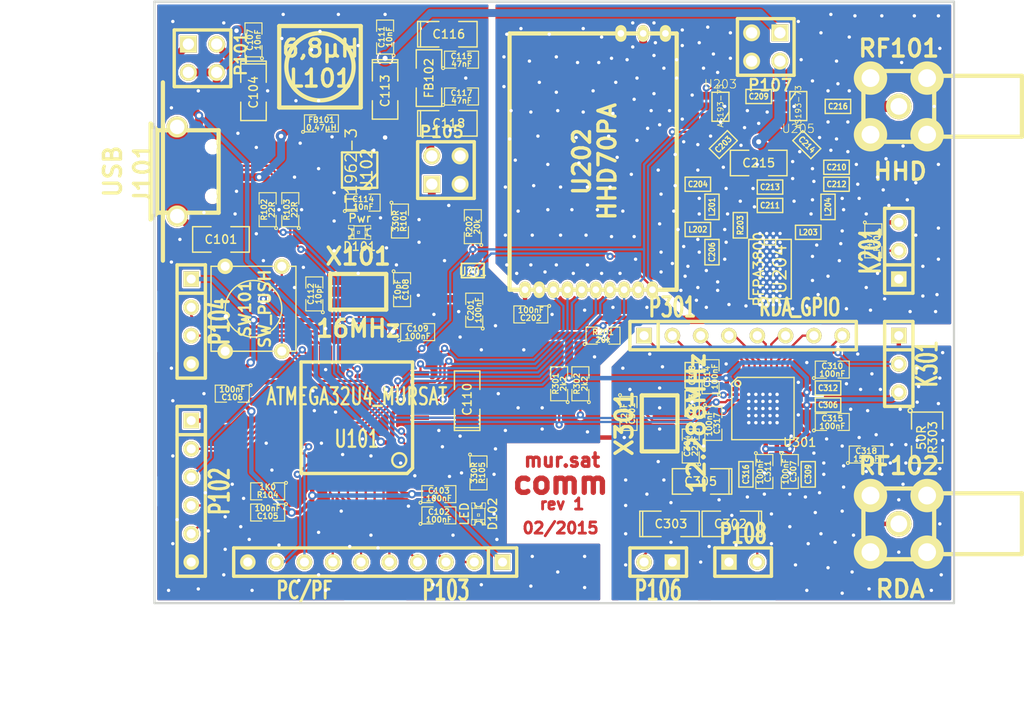
<source format=kicad_pcb>
(kicad_pcb (version 3) (host pcbnew "(2013-jul-07)-stable")

  (general
    (links 340)
    (no_connects 0)
    (area 87.885001 119.787999 180.301901 185.4469)
    (thickness 1.6)
    (drawings 17)
    (tracks 2224)
    (zones 0)
    (modules 95)
    (nets 82)
  )

  (page A3)
  (title_block 
    (title comm)
    (rev 1)
    (company "mur.sat - A Space Art Project")
  )

  (layers
    (15 F.Cu signal)
    (0 B.Cu signal)
    (16 B.Adhes user)
    (17 F.Adhes user)
    (18 B.Paste user)
    (19 F.Paste user)
    (20 B.SilkS user)
    (21 F.SilkS user hide)
    (22 B.Mask user)
    (23 F.Mask user)
    (24 Dwgs.User user)
    (25 Cmts.User user)
    (26 Eco1.User user)
    (27 Eco2.User user)
    (28 Edge.Cuts user)
  )

  (setup
    (last_trace_width 0.2032)
    (user_trace_width 0.2032)
    (user_trace_width 0.3988)
    (user_trace_width 0.701)
    (user_trace_width 1.0008)
    (user_trace_width 1.8009)
    (trace_clearance 0.1524)
    (zone_clearance 0.1524)
    (zone_45_only no)
    (trace_min 0.1524)
    (segment_width 0.2)
    (edge_width 0.2)
    (via_size 0.6502)
    (via_drill 0.3023)
    (via_min_size 0.5004)
    (via_min_drill 0.3023)
    (user_via 0.6502 0.3023)
    (user_via 0.7493 0.3988)
    (user_via 0.95 0.3988)
    (user_via 1.1989 0.4496)
    (user_via 1.999 0.5004)
    (uvia_size 0.508)
    (uvia_drill 0.127)
    (uvias_allowed no)
    (uvia_min_size 0.508)
    (uvia_min_drill 0.127)
    (pcb_text_width 0.3)
    (pcb_text_size 1.5 1.5)
    (mod_edge_width 0.15)
    (mod_text_size 1 1)
    (mod_text_width 0.15)
    (pad_size 1.5 1.5)
    (pad_drill 0.6)
    (pad_to_mask_clearance 0)
    (aux_axis_origin 0 0)
    (visible_elements 7FFFFDCF)
    (pcbplotparams
      (layerselection 3178497)
      (usegerberextensions true)
      (excludeedgelayer true)
      (linewidth 0.150000)
      (plotframeref false)
      (viasonmask false)
      (mode 1)
      (useauxorigin false)
      (hpglpennumber 1)
      (hpglpenspeed 20)
      (hpglpendiameter 15)
      (hpglpenoverlay 2)
      (psnegative false)
      (psa4output false)
      (plotreference true)
      (plotvalue true)
      (plotothertext true)
      (plotinvisibletext false)
      (padsonsilk false)
      (subtractmaskfromsilk false)
      (outputformat 1)
      (mirror false)
      (drillshape 1)
      (scaleselection 1)
      (outputdirectory ""))
  )

  (net 0 "")
  (net 1 /5V_PWR)
  (net 2 /5V_PWR_FLT)
  (net 3 /INT_PWR)
  (net 4 /PC6)
  (net 5 /PC7)
  (net 6 /PD4)
  (net 7 /PD5)
  (net 8 /PD6)
  (net 9 /PD7)
  (net 10 /PF0)
  (net 11 /PF1)
  (net 12 /PF4)
  (net 13 /PF5)
  (net 14 /PF6)
  (net 15 /PF7)
  (net 16 /RxD)
  (net 17 /TxD)
  (net 18 /USB_GND)
  (net 19 /USB_PWR)
  (net 20 /hhd70/HHD_CS)
  (net 21 /hhd70/HHD_GDO0)
  (net 22 /hhd70/HHD_GDO2)
  (net 23 /hhd70/HHD_HF)
  (net 24 /hhd70/HHD_MISO)
  (net 25 /hhd70/HHD_MOSI)
  (net 26 /hhd70/HHD_RXTX)
  (net 27 /hhd70/HHD_SCLK)
  (net 28 /hhd70/PA_PWR)
  (net 29 /hhd70/PA_TEMP)
  (net 30 /hhd70/RE)
  (net 31 /rda1846/RDA_HF)
  (net 32 /rda1846/RDA_IN)
  (net 33 /rda1846/RDA_OUT)
  (net 34 /rda1846/RDA_SCL)
  (net 35 /rda1846/RDA_SDA)
  (net 36 GND)
  (net 37 N-0000019)
  (net 38 N-0000020)
  (net 39 N-0000021)
  (net 40 N-0000022)
  (net 41 N-0000023)
  (net 42 N-0000024)
  (net 43 N-0000032)
  (net 44 N-0000033)
  (net 45 N-0000035)
  (net 46 N-0000036)
  (net 47 N-0000042)
  (net 48 N-0000045)
  (net 49 N-0000046)
  (net 50 N-0000048)
  (net 51 N-0000049)
  (net 52 N-0000050)
  (net 53 N-0000053)
  (net 54 N-0000055)
  (net 55 N-0000056)
  (net 56 N-0000057)
  (net 57 N-0000058)
  (net 58 N-0000059)
  (net 59 N-0000060)
  (net 60 N-0000061)
  (net 61 N-0000062)
  (net 62 N-0000063)
  (net 63 N-0000064)
  (net 64 N-0000065)
  (net 65 N-0000073)
  (net 66 N-0000074)
  (net 67 N-0000075)
  (net 68 N-0000076)
  (net 69 N-0000077)
  (net 70 N-0000078)
  (net 71 N-0000079)
  (net 72 N-0000080)
  (net 73 N-0000081)
  (net 74 N-0000082)
  (net 75 N-0000083)
  (net 76 N-0000084)
  (net 77 N-0000085)
  (net 78 N-0000086)
  (net 79 N-0000087)
  (net 80 N-0000088)
  (net 81 VCC)

  (net_class Default "Dies ist die voreingestellte Netzklasse."
    (clearance 0.1524)
    (trace_width 0.2032)
    (via_dia 0.6502)
    (via_drill 0.3023)
    (uvia_dia 0.508)
    (uvia_drill 0.127)
    (add_net "")
    (add_net /5V_PWR)
    (add_net /5V_PWR_FLT)
    (add_net /INT_PWR)
    (add_net /PC6)
    (add_net /PC7)
    (add_net /PD4)
    (add_net /PD5)
    (add_net /PD6)
    (add_net /PD7)
    (add_net /PF0)
    (add_net /PF1)
    (add_net /PF4)
    (add_net /PF5)
    (add_net /PF6)
    (add_net /PF7)
    (add_net /RxD)
    (add_net /TxD)
    (add_net /USB_GND)
    (add_net /USB_PWR)
    (add_net /hhd70/HHD_CS)
    (add_net /hhd70/HHD_GDO0)
    (add_net /hhd70/HHD_GDO2)
    (add_net /hhd70/HHD_HF)
    (add_net /hhd70/HHD_MISO)
    (add_net /hhd70/HHD_MOSI)
    (add_net /hhd70/HHD_RXTX)
    (add_net /hhd70/HHD_SCLK)
    (add_net /hhd70/PA_PWR)
    (add_net /hhd70/PA_TEMP)
    (add_net /hhd70/RE)
    (add_net /rda1846/RDA_HF)
    (add_net /rda1846/RDA_IN)
    (add_net /rda1846/RDA_OUT)
    (add_net /rda1846/RDA_SCL)
    (add_net /rda1846/RDA_SDA)
    (add_net GND)
    (add_net N-0000019)
    (add_net N-0000020)
    (add_net N-0000021)
    (add_net N-0000022)
    (add_net N-0000023)
    (add_net N-0000024)
    (add_net N-0000032)
    (add_net N-0000033)
    (add_net N-0000035)
    (add_net N-0000036)
    (add_net N-0000042)
    (add_net N-0000045)
    (add_net N-0000046)
    (add_net N-0000048)
    (add_net N-0000049)
    (add_net N-0000050)
    (add_net N-0000053)
    (add_net N-0000055)
    (add_net N-0000056)
    (add_net N-0000057)
    (add_net N-0000058)
    (add_net N-0000059)
    (add_net N-0000060)
    (add_net N-0000061)
    (add_net N-0000062)
    (add_net N-0000063)
    (add_net N-0000064)
    (add_net N-0000065)
    (add_net N-0000073)
    (add_net N-0000074)
    (add_net N-0000075)
    (add_net N-0000076)
    (add_net N-0000077)
    (add_net N-0000078)
    (add_net N-0000079)
    (add_net N-0000080)
    (add_net N-0000081)
    (add_net N-0000082)
    (add_net N-0000083)
    (add_net N-0000084)
    (add_net N-0000085)
    (add_net N-0000086)
    (add_net N-0000087)
    (add_net N-0000088)
    (add_net VCC)
  )

  (module we_coil_m (layer F.Cu) (tedit 4F73B89F) (tstamp 54DAB973)
    (at 116.967 125.73)
    (path /54DAA783)
    (fp_text reference L101 (at 0.0508 1.0414) (layer F.SilkS)
      (effects (font (size 1.524 1.524) (thickness 0.3048)))
    )
    (fp_text value 6,8µH (at 0.0508 -1.651) (layer F.SilkS)
      (effects (font (size 1.524 1.524) (thickness 0.3048)))
    )
    (fp_circle (center 0 0) (end 1.778 2.4384) (layer F.SilkS) (width 0.381))
    (fp_line (start -3.6576 -3.6576) (end 3.6576 -3.6576) (layer F.SilkS) (width 0.381))
    (fp_line (start 3.6576 -3.6576) (end 3.6576 3.6576) (layer F.SilkS) (width 0.381))
    (fp_line (start 3.6576 3.6576) (end -3.6576 3.6576) (layer F.SilkS) (width 0.381))
    (fp_line (start -3.6576 3.6576) (end -3.6576 -3.6576) (layer F.SilkS) (width 0.381))
    (pad 1 smd rect (at -2.99974 0) (size 1.99898 1.69926)
      (layers F.Cu F.Paste F.Mask)
      (net 1 /5V_PWR)
    )
    (pad 2 smd rect (at 2.99974 0) (size 1.99898 1.69926)
      (layers F.Cu F.Paste F.Mask)
      (net 2 /5V_PWR_FLT)
    )
  )

  (module USB_MICRO_AB (layer F.Cu) (tedit 520D1806) (tstamp 54DAB992)
    (at 102.87 135.128)
    (path /54DAA9CE)
    (fp_text reference J101 (at -1.80086 0.20066 90) (layer F.SilkS)
      (effects (font (size 1.524 1.524) (thickness 0.3048)))
    )
    (fp_text value USB (at -4.50088 0 90) (layer F.SilkS)
      (effects (font (size 1.524 1.524) (thickness 0.3048)))
    )
    (fp_line (start 0.8001 3.70078) (end 0.8001 4.30022) (layer F.SilkS) (width 0.381))
    (fp_line (start 0.8001 4.30022) (end 1.80086 4.30022) (layer F.SilkS) (width 0.381))
    (fp_line (start 1.80086 4.30022) (end 1.80086 3.79984) (layer F.SilkS) (width 0.381))
    (fp_line (start 0.8001 -3.79984) (end 0.8001 -4.30022) (layer F.SilkS) (width 0.381))
    (fp_line (start 0.8001 -4.30022) (end 1.80086 -4.30022) (layer F.SilkS) (width 0.381))
    (fp_line (start 1.80086 -4.30022) (end 1.80086 -3.70078) (layer F.SilkS) (width 0.381))
    (fp_line (start -0.50038 -3.70078) (end -1.09982 -4.30022) (layer F.SilkS) (width 0.381))
    (fp_line (start -1.09982 -4.30022) (end -1.09982 4.30022) (layer F.SilkS) (width 0.381))
    (fp_line (start -1.09982 4.30022) (end -0.50038 3.70078) (layer F.SilkS) (width 0.381))
    (fp_line (start 5.00126 -3.70078) (end 5.00126 3.70078) (layer F.SilkS) (width 0.381))
    (fp_line (start 5.00126 3.70078) (end -0.50038 3.70078) (layer F.SilkS) (width 0.381))
    (fp_line (start -0.50038 3.70078) (end -0.50038 -3.70078) (layer F.SilkS) (width 0.381))
    (fp_line (start -0.50038 -3.70078) (end 5.00126 -3.70078) (layer F.SilkS) (width 0.381))
    (fp_line (start 0 -8.001) (end 0 8.001) (layer F.SilkS) (width 0.381))
    (pad 5 smd rect (at 1.4605 1.15062) (size 1.89992 1.80086)
      (layers F.Cu F.Paste F.Mask)
      (net 46 N-0000036)
    )
    (pad 6 smd rect (at 1.4605 -1.15062) (size 1.89992 1.80086)
      (layers F.Cu F.Paste F.Mask)
      (net 46 N-0000036)
    )
    (pad 6 smd rect (at 1.28016 -3.4417) (size 1.89992 1.49098)
      (layers F.Cu F.Paste F.Mask)
      (net 46 N-0000036)
    )
    (pad 5 smd rect (at 1.28016 3.4417) (size 1.89992 1.49098)
      (layers F.Cu F.Paste F.Mask)
      (net 46 N-0000036)
    )
    (pad 6 thru_hole circle (at 1.28016 -4.0005) (size 1.89992 1.89992) (drill 1.30048)
      (layers *.Cu *.Mask F.SilkS)
      (net 46 N-0000036)
    )
    (pad 5 thru_hole circle (at 1.28016 4.0005) (size 1.89992 1.89992) (drill 1.30048)
      (layers *.Cu *.Mask F.SilkS)
      (net 46 N-0000036)
    )
    (pad "" np_thru_hole circle (at 4.46024 -2.22504) (size 0.8001 0.8001) (drill 0.8001)
      (layers *.Cu)
      (clearance 0.30226)
    )
    (pad "" np_thru_hole circle (at 4.46024 2.22504) (size 0.8001 0.8001) (drill 0.8001)
      (layers *.Cu)
      (clearance 0.30226)
    )
    (pad 3 smd rect (at 4.31038 0) (size 1.34874 0.39878)
      (layers F.Cu F.Paste F.Mask)
      (net 37 N-0000019)
      (clearance 0.09906)
    )
    (pad 2 smd rect (at 4.31038 -0.65024) (size 1.34874 0.39878)
      (layers F.Cu F.Paste F.Mask)
      (net 51 N-0000049)
      (clearance 0.09906)
    )
    (pad 1 smd rect (at 4.31038 -1.30048) (size 1.34874 0.39878)
      (layers F.Cu F.Paste F.Mask)
      (net 19 /USB_PWR)
      (clearance 0.09906)
    )
    (pad "" smd rect (at 4.31038 0.65024) (size 1.34874 0.39878)
      (layers F.Cu F.Paste F.Mask)
      (clearance 0.09906)
    )
    (pad 4 smd rect (at 4.31038 1.30048) (size 1.34874 0.39878)
      (layers F.Cu F.Paste F.Mask)
      (net 18 /USB_GND)
      (clearance 0.09906)
    )
  )

  (module TQFP44 (layer F.Cu) (tedit 200000) (tstamp 54DAB9C8)
    (at 120.269 157.226 180)
    (path /54DAA9D5)
    (attr smd)
    (fp_text reference U101 (at 0 -1.905 180) (layer F.SilkS)
      (effects (font (size 1.524 1.016) (thickness 0.2032)))
    )
    (fp_text value ATMEGA32U4_MURSAT (at 0 1.905 180) (layer F.SilkS)
      (effects (font (size 1.524 1.016) (thickness 0.2032)))
    )
    (fp_line (start 5.0038 -5.0038) (end 5.0038 5.0038) (layer F.SilkS) (width 0.3048))
    (fp_line (start 5.0038 5.0038) (end -5.0038 5.0038) (layer F.SilkS) (width 0.3048))
    (fp_line (start -5.0038 -4.5212) (end -5.0038 5.0038) (layer F.SilkS) (width 0.3048))
    (fp_line (start -4.5212 -5.0038) (end 5.0038 -5.0038) (layer F.SilkS) (width 0.3048))
    (fp_line (start -5.0038 -4.5212) (end -4.5212 -5.0038) (layer F.SilkS) (width 0.3048))
    (fp_circle (center -3.81 -3.81) (end -3.81 -3.175) (layer F.SilkS) (width 0.2032))
    (pad 39 smd rect (at 0 -5.715 180) (size 0.4064 1.524)
      (layers F.Cu F.Paste F.Mask)
      (net 12 /PF4)
    )
    (pad 40 smd rect (at -0.8001 -5.715 180) (size 0.4064 1.524)
      (layers F.Cu F.Paste F.Mask)
      (net 11 /PF1)
    )
    (pad 41 smd rect (at -1.6002 -5.715 180) (size 0.4064 1.524)
      (layers F.Cu F.Paste F.Mask)
      (net 10 /PF0)
    )
    (pad 42 smd rect (at -2.4003 -5.715 180) (size 0.4064 1.524)
      (layers F.Cu F.Paste F.Mask)
      (net 50 N-0000048)
    )
    (pad 43 smd rect (at -3.2004 -5.715 180) (size 0.4064 1.524)
      (layers F.Cu F.Paste F.Mask)
      (net 36 GND)
    )
    (pad 44 smd rect (at -4.0005 -5.715 180) (size 0.4064 1.524)
      (layers F.Cu F.Paste F.Mask)
      (net 81 VCC)
    )
    (pad 38 smd rect (at 0.8001 -5.715 180) (size 0.4064 1.524)
      (layers F.Cu F.Paste F.Mask)
      (net 13 /PF5)
    )
    (pad 37 smd rect (at 1.6002 -5.715 180) (size 0.4064 1.524)
      (layers F.Cu F.Paste F.Mask)
      (net 14 /PF6)
    )
    (pad 36 smd rect (at 2.4003 -5.715 180) (size 0.4064 1.524)
      (layers F.Cu F.Paste F.Mask)
      (net 15 /PF7)
    )
    (pad 35 smd rect (at 3.2004 -5.715 180) (size 0.4064 1.524)
      (layers F.Cu F.Paste F.Mask)
      (net 36 GND)
    )
    (pad 34 smd rect (at 4.0005 -5.715 180) (size 0.4064 1.524)
      (layers F.Cu F.Paste F.Mask)
      (net 81 VCC)
    )
    (pad 17 smd rect (at 0 5.715 180) (size 0.4064 1.524)
      (layers F.Cu F.Paste F.Mask)
      (net 40 N-0000022)
    )
    (pad 16 smd rect (at -0.8001 5.715 180) (size 0.4064 1.524)
      (layers F.Cu F.Paste F.Mask)
      (net 41 N-0000023)
    )
    (pad 15 smd rect (at -1.6002 5.715 180) (size 0.4064 1.524)
      (layers F.Cu F.Paste F.Mask)
      (net 36 GND)
    )
    (pad 14 smd rect (at -2.4003 5.715 180) (size 0.4064 1.524)
      (layers F.Cu F.Paste F.Mask)
      (net 81 VCC)
    )
    (pad 13 smd rect (at -3.2004 5.715 180) (size 0.4064 1.524)
      (layers F.Cu F.Paste F.Mask)
      (net 52 N-0000050)
    )
    (pad 12 smd rect (at -4.0005 5.715 180) (size 0.4064 1.524)
      (layers F.Cu F.Paste F.Mask)
      (net 26 /hhd70/HHD_RXTX)
    )
    (pad 18 smd rect (at 0.8001 5.715 180) (size 0.4064 1.524)
      (layers F.Cu F.Paste F.Mask)
      (net 34 /rda1846/RDA_SCL)
    )
    (pad 19 smd rect (at 1.6002 5.715 180) (size 0.4064 1.524)
      (layers F.Cu F.Paste F.Mask)
      (net 35 /rda1846/RDA_SDA)
    )
    (pad 20 smd rect (at 2.4003 5.715 180) (size 0.4064 1.524)
      (layers F.Cu F.Paste F.Mask)
      (net 16 /RxD)
    )
    (pad 21 smd rect (at 3.2004 5.715 180) (size 0.4064 1.524)
      (layers F.Cu F.Paste F.Mask)
      (net 17 /TxD)
    )
    (pad 22 smd rect (at 4.0005 5.715 180) (size 0.4064 1.524)
      (layers F.Cu F.Paste F.Mask)
      (net 7 /PD5)
    )
    (pad 6 smd rect (at -5.715 0 180) (size 1.524 0.4064)
      (layers F.Cu F.Paste F.Mask)
      (net 39 N-0000021)
    )
    (pad 28 smd rect (at 5.715 0 180) (size 1.524 0.4064)
      (layers F.Cu F.Paste F.Mask)
      (net 21 /hhd70/HHD_GDO0)
    )
    (pad 7 smd rect (at -5.715 0.8001 180) (size 1.524 0.4064)
      (layers F.Cu F.Paste F.Mask)
      (net 19 /USB_PWR)
    )
    (pad 27 smd rect (at 5.715 0.8001 180) (size 1.524 0.4064)
      (layers F.Cu F.Paste F.Mask)
      (net 9 /PD7)
    )
    (pad 26 smd rect (at 5.715 1.6002 180) (size 1.524 0.4064)
      (layers F.Cu F.Paste F.Mask)
      (net 8 /PD6)
    )
    (pad 8 smd rect (at -5.715 1.6002 180) (size 1.524 0.4064)
      (layers F.Cu F.Paste F.Mask)
      (net 20 /hhd70/HHD_CS)
    )
    (pad 9 smd rect (at -5.715 2.4003 180) (size 1.524 0.4064)
      (layers F.Cu F.Paste F.Mask)
      (net 27 /hhd70/HHD_SCLK)
    )
    (pad 25 smd rect (at 5.715 2.4003 180) (size 1.524 0.4064)
      (layers F.Cu F.Paste F.Mask)
      (net 6 /PD4)
    )
    (pad 24 smd rect (at 5.715 3.2004 180) (size 1.524 0.4064)
      (layers F.Cu F.Paste F.Mask)
      (net 81 VCC)
    )
    (pad 10 smd rect (at -5.715 3.2004 180) (size 1.524 0.4064)
      (layers F.Cu F.Paste F.Mask)
      (net 25 /hhd70/HHD_MOSI)
    )
    (pad 11 smd rect (at -5.715 4.0005 180) (size 1.524 0.4064)
      (layers F.Cu F.Paste F.Mask)
      (net 24 /hhd70/HHD_MISO)
    )
    (pad 23 smd rect (at 5.715 4.0005 180) (size 1.524 0.4064)
      (layers F.Cu F.Paste F.Mask)
      (net 36 GND)
    )
    (pad 29 smd rect (at 5.715 -0.8001 180) (size 1.524 0.4064)
      (layers F.Cu F.Paste F.Mask)
      (net 22 /hhd70/HHD_GDO2)
    )
    (pad 5 smd rect (at -5.715 -0.8001 180) (size 1.524 0.4064)
      (layers F.Cu F.Paste F.Mask)
      (net 36 GND)
    )
    (pad 4 smd rect (at -5.715 -1.6002 180) (size 1.524 0.4064)
      (layers F.Cu F.Paste F.Mask)
      (net 43 N-0000032)
    )
    (pad 30 smd rect (at 5.715 -1.6002 180) (size 1.524 0.4064)
      (layers F.Cu F.Paste F.Mask)
      (net 29 /hhd70/PA_TEMP)
    )
    (pad 31 smd rect (at 5.715 -2.4003 180) (size 1.524 0.4064)
      (layers F.Cu F.Paste F.Mask)
      (net 4 /PC6)
    )
    (pad 3 smd rect (at -5.715 -2.4003 180) (size 1.524 0.4064)
      (layers F.Cu F.Paste F.Mask)
      (net 44 N-0000033)
    )
    (pad 2 smd rect (at -5.715 -3.2004 180) (size 1.524 0.4064)
      (layers F.Cu F.Paste F.Mask)
      (net 19 /USB_PWR)
    )
    (pad 32 smd rect (at 5.715 -3.2004 180) (size 1.524 0.4064)
      (layers F.Cu F.Paste F.Mask)
      (net 5 /PC7)
    )
    (pad 33 smd rect (at 5.715 -4.0005 180) (size 1.524 0.4064)
      (layers F.Cu F.Paste F.Mask)
      (net 38 N-0000020)
    )
    (pad 1 smd rect (at -5.715 -4.0005 180) (size 1.524 0.4064)
      (layers F.Cu F.Paste F.Mask)
      (net 48 N-0000045)
    )
  )

  (module TE_SMA_RE (layer F.Cu) (tedit 4F73ABC4) (tstamp 54DAB9D8)
    (at 168.91 129.286)
    (path /54DAAFA1)
    (fp_text reference RF101 (at 0 -5.207) (layer F.SilkS)
      (effects (font (size 1.524 1.524) (thickness 0.3048)))
    )
    (fp_text value HHD (at 0.127 5.842) (layer F.SilkS)
      (effects (font (size 1.524 1.524) (thickness 0.3048)))
    )
    (fp_line (start 3.2004 -2.7432) (end 11.049 -2.7432) (layer F.SilkS) (width 0.381))
    (fp_line (start 11.049 -2.7432) (end 11.049 2.7178) (layer F.SilkS) (width 0.381))
    (fp_line (start 11.049 2.7178) (end 3.175 2.7178) (layer F.SilkS) (width 0.381))
    (fp_line (start -3.175 -3.175) (end 3.175 -3.175) (layer F.SilkS) (width 0.381))
    (fp_line (start 3.175 -3.175) (end 3.175 3.175) (layer F.SilkS) (width 0.381))
    (fp_line (start 3.175 3.175) (end -3.175 3.175) (layer F.SilkS) (width 0.381))
    (fp_line (start -3.175 3.175) (end -3.175 -3.175) (layer F.SilkS) (width 0.381))
    (pad 1 thru_hole circle (at -2.54 -2.54) (size 2.99974 2.99974) (drill 1.6002)
      (layers *.Cu *.Mask F.SilkS)
      (net 36 GND)
    )
    (pad 2 thru_hole circle (at 2.54 -2.54) (size 2.99974 2.99974) (drill 1.6002)
      (layers *.Cu *.Mask F.SilkS)
      (net 36 GND)
    )
    (pad 3 thru_hole circle (at 2.54 2.54) (size 2.99974 2.99974) (drill 1.6002)
      (layers *.Cu *.Mask F.SilkS)
      (net 36 GND)
    )
    (pad 4 thru_hole circle (at -2.54 2.54) (size 2.99974 2.99974) (drill 1.6002)
      (layers *.Cu *.Mask F.SilkS)
      (net 36 GND)
    )
    (pad 5 thru_hole circle (at 0 0) (size 2.30124 2.30124) (drill 1.50114)
      (layers *.Cu *.Mask F.SilkS)
      (net 23 /hhd70/HHD_HF)
    )
  )

  (module TE_SMA_RE (layer F.Cu) (tedit 4F73ABC4) (tstamp 54DAB9E8)
    (at 168.91 166.751)
    (path /54DAB002)
    (fp_text reference RF102 (at 0 -5.207) (layer F.SilkS)
      (effects (font (size 1.524 1.524) (thickness 0.3048)))
    )
    (fp_text value RDA (at 0.127 5.842) (layer F.SilkS)
      (effects (font (size 1.524 1.524) (thickness 0.3048)))
    )
    (fp_line (start 3.2004 -2.7432) (end 11.049 -2.7432) (layer F.SilkS) (width 0.381))
    (fp_line (start 11.049 -2.7432) (end 11.049 2.7178) (layer F.SilkS) (width 0.381))
    (fp_line (start 11.049 2.7178) (end 3.175 2.7178) (layer F.SilkS) (width 0.381))
    (fp_line (start -3.175 -3.175) (end 3.175 -3.175) (layer F.SilkS) (width 0.381))
    (fp_line (start 3.175 -3.175) (end 3.175 3.175) (layer F.SilkS) (width 0.381))
    (fp_line (start 3.175 3.175) (end -3.175 3.175) (layer F.SilkS) (width 0.381))
    (fp_line (start -3.175 3.175) (end -3.175 -3.175) (layer F.SilkS) (width 0.381))
    (pad 1 thru_hole circle (at -2.54 -2.54) (size 2.99974 2.99974) (drill 1.6002)
      (layers *.Cu *.Mask F.SilkS)
      (net 36 GND)
    )
    (pad 2 thru_hole circle (at 2.54 -2.54) (size 2.99974 2.99974) (drill 1.6002)
      (layers *.Cu *.Mask F.SilkS)
      (net 36 GND)
    )
    (pad 3 thru_hole circle (at 2.54 2.54) (size 2.99974 2.99974) (drill 1.6002)
      (layers *.Cu *.Mask F.SilkS)
      (net 36 GND)
    )
    (pad 4 thru_hole circle (at -2.54 2.54) (size 2.99974 2.99974) (drill 1.6002)
      (layers *.Cu *.Mask F.SilkS)
      (net 36 GND)
    )
    (pad 5 thru_hole circle (at 0 0) (size 2.30124 2.30124) (drill 1.50114)
      (layers *.Cu *.Mask F.SilkS)
      (net 31 /rda1846/RDA_HF)
    )
  )

  (module SW_PUSH_SMALL (layer F.Cu) (tedit 46544DB3) (tstamp 54DAB9F5)
    (at 110.998 147.447 90)
    (path /54DAA938)
    (fp_text reference SW101 (at 0 -0.762 90) (layer F.SilkS)
      (effects (font (size 1.016 1.016) (thickness 0.2032)))
    )
    (fp_text value SW_PUSH (at 0 1.016 90) (layer F.SilkS)
      (effects (font (size 1.016 1.016) (thickness 0.2032)))
    )
    (fp_circle (center 0 0) (end 0 -2.54) (layer F.SilkS) (width 0.127))
    (fp_line (start -3.81 -3.81) (end 3.81 -3.81) (layer F.SilkS) (width 0.127))
    (fp_line (start 3.81 -3.81) (end 3.81 3.81) (layer F.SilkS) (width 0.127))
    (fp_line (start 3.81 3.81) (end -3.81 3.81) (layer F.SilkS) (width 0.127))
    (fp_line (start -3.81 -3.81) (end -3.81 3.81) (layer F.SilkS) (width 0.127))
    (pad 1 thru_hole circle (at 3.81 -2.54 90) (size 1.397 1.397) (drill 0.8128)
      (layers *.Cu *.Mask F.SilkS)
      (net 36 GND)
    )
    (pad 2 thru_hole circle (at 3.81 2.54 90) (size 1.397 1.397) (drill 0.8128)
      (layers *.Cu *.Mask F.SilkS)
      (net 52 N-0000050)
    )
    (pad 1 thru_hole circle (at -3.81 -2.54 90) (size 1.397 1.397) (drill 0.8128)
      (layers *.Cu *.Mask F.SilkS)
      (net 36 GND)
    )
    (pad 2 thru_hole circle (at -3.81 2.54 90) (size 1.397 1.397) (drill 0.8128)
      (layers *.Cu *.Mask F.SilkS)
      (net 52 N-0000050)
    )
  )

  (module SOT353 (layer F.Cu) (tedit 503FB44B) (tstamp 54DABA02)
    (at 130.683 144.018 270)
    (descr SOT353)
    (path /54DA8D44/502BE21D)
    (attr smd)
    (fp_text reference U201 (at 0.09906 0 360) (layer F.SilkS)
      (effects (font (size 0.762 0.635) (thickness 0.127)))
    )
    (fp_text value NL17ST04 (at 0.09906 0 360) (layer F.SilkS) hide
      (effects (font (size 0.762 0.635) (thickness 0.127)))
    )
    (fp_line (start 0.635 1.016) (end 0.635 -1.016) (layer F.SilkS) (width 0.1524))
    (fp_line (start 0.635 -1.016) (end -0.635 -1.016) (layer F.SilkS) (width 0.1524))
    (fp_line (start -0.635 -1.016) (end -0.635 1.016) (layer F.SilkS) (width 0.1524))
    (fp_line (start -0.635 1.016) (end 0.635 1.016) (layer F.SilkS) (width 0.1524))
    (pad 1 smd rect (at -1.016 -0.635 270) (size 0.508 0.3048)
      (layers F.Cu F.Paste F.Mask)
    )
    (pad 3 smd rect (at -1.016 0.635 270) (size 0.508 0.3048)
      (layers F.Cu F.Paste F.Mask)
      (net 36 GND)
    )
    (pad 5 smd rect (at 1.016 -0.635 270) (size 0.508 0.3048)
      (layers F.Cu F.Paste F.Mask)
      (net 81 VCC)
    )
    (pad 2 smd rect (at -1.016 0 270) (size 0.508 0.3048)
      (layers F.Cu F.Paste F.Mask)
      (net 26 /hhd70/HHD_RXTX)
    )
    (pad 4 smd rect (at 1.016 0.635 270) (size 0.508 0.3048)
      (layers F.Cu F.Paste F.Mask)
      (net 30 /hhd70/RE)
    )
    (model smd/SOT23_5.wrl
      (at (xyz 0 0 0))
      (scale (xyz 0.07000000000000001 0.09 0.08))
      (rotate (xyz 0 0 90))
    )
  )

  (module SOT23_6 (layer F.Cu) (tedit 4ECF791C) (tstamp 54DABA11)
    (at 152.908 129.286 90)
    (path /54DA8D44/50340857)
    (fp_text reference U203 (at 1.99898 0 180) (layer F.SilkS)
      (effects (font (size 0.762 0.762) (thickness 0.0762)))
    )
    (fp_text value AS193-73 (at 0.0635 0 90) (layer F.SilkS)
      (effects (font (size 0.50038 0.50038) (thickness 0.0762)))
    )
    (fp_line (start -0.508 0.762) (end -1.27 0.254) (layer F.SilkS) (width 0.127))
    (fp_line (start 1.27 0.762) (end -1.3335 0.762) (layer F.SilkS) (width 0.127))
    (fp_line (start -1.3335 0.762) (end -1.3335 -0.762) (layer F.SilkS) (width 0.127))
    (fp_line (start -1.3335 -0.762) (end 1.27 -0.762) (layer F.SilkS) (width 0.127))
    (fp_line (start 1.27 -0.762) (end 1.27 0.762) (layer F.SilkS) (width 0.127))
    (pad 6 smd rect (at -0.9525 -1.27 90) (size 0.70104 1.00076)
      (layers F.Cu F.Paste F.Mask)
      (net 26 /hhd70/HHD_RXTX)
    )
    (pad 5 smd rect (at 0 -1.27 90) (size 0.70104 1.00076)
      (layers F.Cu F.Paste F.Mask)
      (net 53 N-0000053)
    )
    (pad 4 smd rect (at 0.9525 -1.27 90) (size 0.70104 1.00076)
      (layers F.Cu F.Paste F.Mask)
      (net 30 /hhd70/RE)
    )
    (pad 3 smd rect (at 0.9525 1.27 90) (size 0.70104 1.00076)
      (layers F.Cu F.Paste F.Mask)
      (net 61 N-0000062)
    )
    (pad 2 smd rect (at 0 1.27 90) (size 0.70104 1.00076)
      (layers F.Cu F.Paste F.Mask)
      (net 36 GND)
    )
    (pad 1 smd rect (at -0.9525 1.27 90) (size 0.70104 1.00076)
      (layers F.Cu F.Paste F.Mask)
      (net 63 N-0000064)
    )
    (model smd/SOT23_6.wrl
      (at (xyz 0 0 0))
      (scale (xyz 0.11 0.11 0.11))
      (rotate (xyz 0 0 0))
    )
  )

  (module SOT23_6 (layer F.Cu) (tedit 4ECF791C) (tstamp 54DABA20)
    (at 159.893 129.286 270)
    (path /54DA8D44/502BA760)
    (fp_text reference U205 (at 1.99898 0 360) (layer F.SilkS)
      (effects (font (size 0.762 0.762) (thickness 0.0762)))
    )
    (fp_text value AS193-73 (at 0.0635 0 270) (layer F.SilkS)
      (effects (font (size 0.50038 0.50038) (thickness 0.0762)))
    )
    (fp_line (start -0.508 0.762) (end -1.27 0.254) (layer F.SilkS) (width 0.127))
    (fp_line (start 1.27 0.762) (end -1.3335 0.762) (layer F.SilkS) (width 0.127))
    (fp_line (start -1.3335 0.762) (end -1.3335 -0.762) (layer F.SilkS) (width 0.127))
    (fp_line (start -1.3335 -0.762) (end 1.27 -0.762) (layer F.SilkS) (width 0.127))
    (fp_line (start 1.27 -0.762) (end 1.27 0.762) (layer F.SilkS) (width 0.127))
    (pad 6 smd rect (at -0.9525 -1.27 270) (size 0.70104 1.00076)
      (layers F.Cu F.Paste F.Mask)
      (net 30 /hhd70/RE)
    )
    (pad 5 smd rect (at 0 -1.27 270) (size 0.70104 1.00076)
      (layers F.Cu F.Paste F.Mask)
      (net 64 N-0000065)
    )
    (pad 4 smd rect (at 0.9525 -1.27 270) (size 0.70104 1.00076)
      (layers F.Cu F.Paste F.Mask)
      (net 26 /hhd70/HHD_RXTX)
    )
    (pad 3 smd rect (at 0.9525 1.27 270) (size 0.70104 1.00076)
      (layers F.Cu F.Paste F.Mask)
      (net 59 N-0000060)
    )
    (pad 2 smd rect (at 0 1.27 270) (size 0.70104 1.00076)
      (layers F.Cu F.Paste F.Mask)
      (net 36 GND)
    )
    (pad 1 smd rect (at -0.9525 1.27 270) (size 0.70104 1.00076)
      (layers F.Cu F.Paste F.Mask)
      (net 60 N-0000061)
    )
    (model smd/SOT23_6.wrl
      (at (xyz 0 0 0))
      (scale (xyz 0.11 0.11 0.11))
      (rotate (xyz 0 0 0))
    )
  )

  (module SM1210 (layer F.Cu) (tedit 42806E94) (tstamp 54DABA2D)
    (at 171.45 159.004 270)
    (tags "CMS SM")
    (path /54DA9306/50D39A23)
    (attr smd)
    (fp_text reference R303 (at 0 -0.508 270) (layer F.SilkS)
      (effects (font (size 0.762 0.762) (thickness 0.127)))
    )
    (fp_text value 50R (at 0 0.508 270) (layer F.SilkS)
      (effects (font (size 0.762 0.762) (thickness 0.127)))
    )
    (fp_circle (center -2.413 1.524) (end -2.286 1.397) (layer F.SilkS) (width 0.127))
    (fp_line (start -0.762 -1.397) (end -2.286 -1.397) (layer F.SilkS) (width 0.127))
    (fp_line (start -2.286 -1.397) (end -2.286 1.397) (layer F.SilkS) (width 0.127))
    (fp_line (start -2.286 1.397) (end -0.762 1.397) (layer F.SilkS) (width 0.127))
    (fp_line (start 0.762 1.397) (end 2.286 1.397) (layer F.SilkS) (width 0.127))
    (fp_line (start 2.286 1.397) (end 2.286 -1.397) (layer F.SilkS) (width 0.127))
    (fp_line (start 2.286 -1.397) (end 0.762 -1.397) (layer F.SilkS) (width 0.127))
    (pad 1 smd rect (at -1.524 0 270) (size 1.27 2.54)
      (layers F.Cu F.Paste F.Mask)
      (net 36 GND)
    )
    (pad 2 smd rect (at 1.524 0 270) (size 1.27 2.54)
      (layers F.Cu F.Paste F.Mask)
      (net 65 N-0000073)
    )
    (model smd/chip_cms.wrl
      (at (xyz 0 0 0))
      (scale (xyz 0.17 0.2 0.17))
      (rotate (xyz 0 0 0))
    )
  )

  (module SM1206POL (layer F.Cu) (tedit 42806E4C) (tstamp 54DABA3C)
    (at 128.524 122.809)
    (path /54DAA744)
    (attr smd)
    (fp_text reference C116 (at 0 0) (layer F.SilkS)
      (effects (font (size 0.762 0.762) (thickness 0.127)))
    )
    (fp_text value 10µF (at 0 0) (layer F.SilkS) hide
      (effects (font (size 0.762 0.762) (thickness 0.127)))
    )
    (fp_line (start -2.54 -1.143) (end -2.794 -1.143) (layer F.SilkS) (width 0.127))
    (fp_line (start -2.794 -1.143) (end -2.794 1.143) (layer F.SilkS) (width 0.127))
    (fp_line (start -2.794 1.143) (end -2.54 1.143) (layer F.SilkS) (width 0.127))
    (fp_line (start -2.54 -1.143) (end -2.54 1.143) (layer F.SilkS) (width 0.127))
    (fp_line (start -2.54 1.143) (end -0.889 1.143) (layer F.SilkS) (width 0.127))
    (fp_line (start 0.889 -1.143) (end 2.54 -1.143) (layer F.SilkS) (width 0.127))
    (fp_line (start 2.54 -1.143) (end 2.54 1.143) (layer F.SilkS) (width 0.127))
    (fp_line (start 2.54 1.143) (end 0.889 1.143) (layer F.SilkS) (width 0.127))
    (fp_line (start -0.889 -1.143) (end -2.54 -1.143) (layer F.SilkS) (width 0.127))
    (pad 1 smd rect (at -1.651 0) (size 1.524 2.032)
      (layers F.Cu F.Paste F.Mask)
      (net 49 N-0000046)
    )
    (pad 2 smd rect (at 1.651 0) (size 1.524 2.032)
      (layers F.Cu F.Paste F.Mask)
      (net 36 GND)
    )
    (model smd/chip_cms_pol.wrl
      (at (xyz 0 0 0))
      (scale (xyz 0.17 0.16 0.16))
      (rotate (xyz 0 0 0))
    )
  )

  (module SM1206POL (layer F.Cu) (tedit 42806E4C) (tstamp 54DABA4B)
    (at 110.998 128.016 270)
    (path /54DAA76B)
    (attr smd)
    (fp_text reference C104 (at 0 0 270) (layer F.SilkS)
      (effects (font (size 0.762 0.762) (thickness 0.127)))
    )
    (fp_text value 4,7µF (at 0 0 270) (layer F.SilkS) hide
      (effects (font (size 0.762 0.762) (thickness 0.127)))
    )
    (fp_line (start -2.54 -1.143) (end -2.794 -1.143) (layer F.SilkS) (width 0.127))
    (fp_line (start -2.794 -1.143) (end -2.794 1.143) (layer F.SilkS) (width 0.127))
    (fp_line (start -2.794 1.143) (end -2.54 1.143) (layer F.SilkS) (width 0.127))
    (fp_line (start -2.54 -1.143) (end -2.54 1.143) (layer F.SilkS) (width 0.127))
    (fp_line (start -2.54 1.143) (end -0.889 1.143) (layer F.SilkS) (width 0.127))
    (fp_line (start 0.889 -1.143) (end 2.54 -1.143) (layer F.SilkS) (width 0.127))
    (fp_line (start 2.54 -1.143) (end 2.54 1.143) (layer F.SilkS) (width 0.127))
    (fp_line (start 2.54 1.143) (end 0.889 1.143) (layer F.SilkS) (width 0.127))
    (fp_line (start -0.889 -1.143) (end -2.54 -1.143) (layer F.SilkS) (width 0.127))
    (pad 1 smd rect (at -1.651 0 270) (size 1.524 2.032)
      (layers F.Cu F.Paste F.Mask)
      (net 1 /5V_PWR)
    )
    (pad 2 smd rect (at 1.651 0 270) (size 1.524 2.032)
      (layers F.Cu F.Paste F.Mask)
      (net 18 /USB_GND)
    )
    (model smd/chip_cms_pol.wrl
      (at (xyz 0 0 0))
      (scale (xyz 0.17 0.16 0.16))
      (rotate (xyz 0 0 0))
    )
  )

  (module SM1206POL (layer F.Cu) (tedit 42806E4C) (tstamp 54DABA5A)
    (at 122.809 127.889 270)
    (path /54DAA771)
    (attr smd)
    (fp_text reference C113 (at 0 0 270) (layer F.SilkS)
      (effects (font (size 0.762 0.762) (thickness 0.127)))
    )
    (fp_text value 4,7µF (at 0 0 270) (layer F.SilkS) hide
      (effects (font (size 0.762 0.762) (thickness 0.127)))
    )
    (fp_line (start -2.54 -1.143) (end -2.794 -1.143) (layer F.SilkS) (width 0.127))
    (fp_line (start -2.794 -1.143) (end -2.794 1.143) (layer F.SilkS) (width 0.127))
    (fp_line (start -2.794 1.143) (end -2.54 1.143) (layer F.SilkS) (width 0.127))
    (fp_line (start -2.54 -1.143) (end -2.54 1.143) (layer F.SilkS) (width 0.127))
    (fp_line (start -2.54 1.143) (end -0.889 1.143) (layer F.SilkS) (width 0.127))
    (fp_line (start 0.889 -1.143) (end 2.54 -1.143) (layer F.SilkS) (width 0.127))
    (fp_line (start 2.54 -1.143) (end 2.54 1.143) (layer F.SilkS) (width 0.127))
    (fp_line (start 2.54 1.143) (end 0.889 1.143) (layer F.SilkS) (width 0.127))
    (fp_line (start -0.889 -1.143) (end -2.54 -1.143) (layer F.SilkS) (width 0.127))
    (pad 1 smd rect (at -1.651 0 270) (size 1.524 2.032)
      (layers F.Cu F.Paste F.Mask)
      (net 2 /5V_PWR_FLT)
    )
    (pad 2 smd rect (at 1.651 0 270) (size 1.524 2.032)
      (layers F.Cu F.Paste F.Mask)
      (net 36 GND)
    )
    (model smd/chip_cms_pol.wrl
      (at (xyz 0 0 0))
      (scale (xyz 0.17 0.16 0.16))
      (rotate (xyz 0 0 0))
    )
  )

  (module SM1206POL (layer F.Cu) (tedit 42806E4C) (tstamp 54DABA69)
    (at 148.463 166.751)
    (path /54DA9306/50D39D8A)
    (attr smd)
    (fp_text reference C303 (at 0 0) (layer F.SilkS)
      (effects (font (size 0.762 0.762) (thickness 0.127)))
    )
    (fp_text value 47µF (at 0 0) (layer F.SilkS) hide
      (effects (font (size 0.762 0.762) (thickness 0.127)))
    )
    (fp_line (start -2.54 -1.143) (end -2.794 -1.143) (layer F.SilkS) (width 0.127))
    (fp_line (start -2.794 -1.143) (end -2.794 1.143) (layer F.SilkS) (width 0.127))
    (fp_line (start -2.794 1.143) (end -2.54 1.143) (layer F.SilkS) (width 0.127))
    (fp_line (start -2.54 -1.143) (end -2.54 1.143) (layer F.SilkS) (width 0.127))
    (fp_line (start -2.54 1.143) (end -0.889 1.143) (layer F.SilkS) (width 0.127))
    (fp_line (start 0.889 -1.143) (end 2.54 -1.143) (layer F.SilkS) (width 0.127))
    (fp_line (start 2.54 -1.143) (end 2.54 1.143) (layer F.SilkS) (width 0.127))
    (fp_line (start 2.54 1.143) (end 0.889 1.143) (layer F.SilkS) (width 0.127))
    (fp_line (start -0.889 -1.143) (end -2.54 -1.143) (layer F.SilkS) (width 0.127))
    (pad 1 smd rect (at -1.651 0) (size 1.524 2.032)
      (layers F.Cu F.Paste F.Mask)
      (net 33 /rda1846/RDA_OUT)
    )
    (pad 2 smd rect (at 1.651 0) (size 1.524 2.032)
      (layers F.Cu F.Paste F.Mask)
      (net 67 N-0000075)
    )
    (model smd/chip_cms_pol.wrl
      (at (xyz 0 0 0))
      (scale (xyz 0.17 0.16 0.16))
      (rotate (xyz 0 0 0))
    )
  )

  (module SM1206POL (layer F.Cu) (tedit 42806E4C) (tstamp 54DABA78)
    (at 153.797 166.751 180)
    (path /54DA9306/50D39D7A)
    (attr smd)
    (fp_text reference C302 (at 0 0 180) (layer F.SilkS)
      (effects (font (size 0.762 0.762) (thickness 0.127)))
    )
    (fp_text value 47µF (at 0 0 180) (layer F.SilkS) hide
      (effects (font (size 0.762 0.762) (thickness 0.127)))
    )
    (fp_line (start -2.54 -1.143) (end -2.794 -1.143) (layer F.SilkS) (width 0.127))
    (fp_line (start -2.794 -1.143) (end -2.794 1.143) (layer F.SilkS) (width 0.127))
    (fp_line (start -2.794 1.143) (end -2.54 1.143) (layer F.SilkS) (width 0.127))
    (fp_line (start -2.54 -1.143) (end -2.54 1.143) (layer F.SilkS) (width 0.127))
    (fp_line (start -2.54 1.143) (end -0.889 1.143) (layer F.SilkS) (width 0.127))
    (fp_line (start 0.889 -1.143) (end 2.54 -1.143) (layer F.SilkS) (width 0.127))
    (fp_line (start 2.54 -1.143) (end 2.54 1.143) (layer F.SilkS) (width 0.127))
    (fp_line (start 2.54 1.143) (end 0.889 1.143) (layer F.SilkS) (width 0.127))
    (fp_line (start -0.889 -1.143) (end -2.54 -1.143) (layer F.SilkS) (width 0.127))
    (pad 1 smd rect (at -1.651 0 180) (size 1.524 2.032)
      (layers F.Cu F.Paste F.Mask)
      (net 32 /rda1846/RDA_IN)
    )
    (pad 2 smd rect (at 1.651 0 180) (size 1.524 2.032)
      (layers F.Cu F.Paste F.Mask)
      (net 66 N-0000074)
    )
    (model smd/chip_cms_pol.wrl
      (at (xyz 0 0 0))
      (scale (xyz 0.17 0.16 0.16))
      (rotate (xyz 0 0 0))
    )
  )

  (module SM1206POL (layer F.Cu) (tedit 42806E4C) (tstamp 54DABA87)
    (at 151.13 162.941 180)
    (path /54DA9306/50D39C7F)
    (attr smd)
    (fp_text reference C305 (at 0 0 180) (layer F.SilkS)
      (effects (font (size 0.762 0.762) (thickness 0.127)))
    )
    (fp_text value 47µF (at 0 0 180) (layer F.SilkS) hide
      (effects (font (size 0.762 0.762) (thickness 0.127)))
    )
    (fp_line (start -2.54 -1.143) (end -2.794 -1.143) (layer F.SilkS) (width 0.127))
    (fp_line (start -2.794 -1.143) (end -2.794 1.143) (layer F.SilkS) (width 0.127))
    (fp_line (start -2.794 1.143) (end -2.54 1.143) (layer F.SilkS) (width 0.127))
    (fp_line (start -2.54 -1.143) (end -2.54 1.143) (layer F.SilkS) (width 0.127))
    (fp_line (start -2.54 1.143) (end -0.889 1.143) (layer F.SilkS) (width 0.127))
    (fp_line (start 0.889 -1.143) (end 2.54 -1.143) (layer F.SilkS) (width 0.127))
    (fp_line (start 2.54 -1.143) (end 2.54 1.143) (layer F.SilkS) (width 0.127))
    (fp_line (start 2.54 1.143) (end 0.889 1.143) (layer F.SilkS) (width 0.127))
    (fp_line (start -0.889 -1.143) (end -2.54 -1.143) (layer F.SilkS) (width 0.127))
    (pad 1 smd rect (at -1.651 0 180) (size 1.524 2.032)
      (layers F.Cu F.Paste F.Mask)
      (net 79 N-0000087)
    )
    (pad 2 smd rect (at 1.651 0 180) (size 1.524 2.032)
      (layers F.Cu F.Paste F.Mask)
      (net 36 GND)
    )
    (model smd/chip_cms_pol.wrl
      (at (xyz 0 0 0))
      (scale (xyz 0.17 0.16 0.16))
      (rotate (xyz 0 0 0))
    )
  )

  (module SM1206POL (layer F.Cu) (tedit 42806E4C) (tstamp 54DABA96)
    (at 130.175 155.575 90)
    (path /54DAA91A)
    (attr smd)
    (fp_text reference C110 (at 0 0 90) (layer F.SilkS)
      (effects (font (size 0.762 0.762) (thickness 0.127)))
    )
    (fp_text value 1µF (at 0 0 90) (layer F.SilkS) hide
      (effects (font (size 0.762 0.762) (thickness 0.127)))
    )
    (fp_line (start -2.54 -1.143) (end -2.794 -1.143) (layer F.SilkS) (width 0.127))
    (fp_line (start -2.794 -1.143) (end -2.794 1.143) (layer F.SilkS) (width 0.127))
    (fp_line (start -2.794 1.143) (end -2.54 1.143) (layer F.SilkS) (width 0.127))
    (fp_line (start -2.54 -1.143) (end -2.54 1.143) (layer F.SilkS) (width 0.127))
    (fp_line (start -2.54 1.143) (end -0.889 1.143) (layer F.SilkS) (width 0.127))
    (fp_line (start 0.889 -1.143) (end 2.54 -1.143) (layer F.SilkS) (width 0.127))
    (fp_line (start 2.54 -1.143) (end 2.54 1.143) (layer F.SilkS) (width 0.127))
    (fp_line (start 2.54 1.143) (end 0.889 1.143) (layer F.SilkS) (width 0.127))
    (fp_line (start -0.889 -1.143) (end -2.54 -1.143) (layer F.SilkS) (width 0.127))
    (pad 1 smd rect (at -1.651 0 90) (size 1.524 2.032)
      (layers F.Cu F.Paste F.Mask)
      (net 39 N-0000021)
    )
    (pad 2 smd rect (at 1.651 0 90) (size 1.524 2.032)
      (layers F.Cu F.Paste F.Mask)
      (net 36 GND)
    )
    (model smd/chip_cms_pol.wrl
      (at (xyz 0 0 0))
      (scale (xyz 0.17 0.16 0.16))
      (rotate (xyz 0 0 0))
    )
  )

  (module SM1206POL (layer F.Cu) (tedit 42806E4C) (tstamp 54DABAA5)
    (at 128.524 130.81)
    (path /54DAA706)
    (attr smd)
    (fp_text reference C118 (at 0 0) (layer F.SilkS)
      (effects (font (size 0.762 0.762) (thickness 0.127)))
    )
    (fp_text value DNP (at 0 0) (layer F.SilkS) hide
      (effects (font (size 0.762 0.762) (thickness 0.127)))
    )
    (fp_line (start -2.54 -1.143) (end -2.794 -1.143) (layer F.SilkS) (width 0.127))
    (fp_line (start -2.794 -1.143) (end -2.794 1.143) (layer F.SilkS) (width 0.127))
    (fp_line (start -2.794 1.143) (end -2.54 1.143) (layer F.SilkS) (width 0.127))
    (fp_line (start -2.54 -1.143) (end -2.54 1.143) (layer F.SilkS) (width 0.127))
    (fp_line (start -2.54 1.143) (end -0.889 1.143) (layer F.SilkS) (width 0.127))
    (fp_line (start 0.889 -1.143) (end 2.54 -1.143) (layer F.SilkS) (width 0.127))
    (fp_line (start 2.54 -1.143) (end 2.54 1.143) (layer F.SilkS) (width 0.127))
    (fp_line (start 2.54 1.143) (end 0.889 1.143) (layer F.SilkS) (width 0.127))
    (fp_line (start -0.889 -1.143) (end -2.54 -1.143) (layer F.SilkS) (width 0.127))
    (pad 1 smd rect (at -1.651 0) (size 1.524 2.032)
      (layers F.Cu F.Paste F.Mask)
      (net 3 /INT_PWR)
    )
    (pad 2 smd rect (at 1.651 0) (size 1.524 2.032)
      (layers F.Cu F.Paste F.Mask)
      (net 36 GND)
    )
    (model smd/chip_cms_pol.wrl
      (at (xyz 0 0 0))
      (scale (xyz 0.17 0.16 0.16))
      (rotate (xyz 0 0 0))
    )
  )

  (module SM1206 (layer F.Cu) (tedit 42806E24) (tstamp 54DABAB1)
    (at 156.337 134.366 180)
    (path /54DA8D44/502C04E7)
    (attr smd)
    (fp_text reference C215 (at 0 0 180) (layer F.SilkS)
      (effects (font (size 0.762 0.762) (thickness 0.127)))
    )
    (fp_text value 10µF (at 0 0 180) (layer F.SilkS) hide
      (effects (font (size 0.762 0.762) (thickness 0.127)))
    )
    (fp_line (start -2.54 -1.143) (end -2.54 1.143) (layer F.SilkS) (width 0.127))
    (fp_line (start -2.54 1.143) (end -0.889 1.143) (layer F.SilkS) (width 0.127))
    (fp_line (start 0.889 -1.143) (end 2.54 -1.143) (layer F.SilkS) (width 0.127))
    (fp_line (start 2.54 -1.143) (end 2.54 1.143) (layer F.SilkS) (width 0.127))
    (fp_line (start 2.54 1.143) (end 0.889 1.143) (layer F.SilkS) (width 0.127))
    (fp_line (start -0.889 -1.143) (end -2.54 -1.143) (layer F.SilkS) (width 0.127))
    (pad 1 smd rect (at -1.651 0 180) (size 1.524 2.032)
      (layers F.Cu F.Paste F.Mask)
      (net 28 /hhd70/PA_PWR)
    )
    (pad 2 smd rect (at 1.651 0 180) (size 1.524 2.032)
      (layers F.Cu F.Paste F.Mask)
      (net 36 GND)
    )
    (model smd/chip_cms.wrl
      (at (xyz 0 0 0))
      (scale (xyz 0.17 0.16 0.16))
      (rotate (xyz 0 0 0))
    )
  )

  (module SM1206 (layer F.Cu) (tedit 42806E24) (tstamp 54DABABD)
    (at 126.746 126.746 270)
    (path /54DAA6F4)
    (attr smd)
    (fp_text reference FB102 (at 0 0 270) (layer F.SilkS)
      (effects (font (size 0.762 0.762) (thickness 0.127)))
    )
    (fp_text value 600R@100Mhz (at 0 0 270) (layer F.SilkS) hide
      (effects (font (size 0.762 0.762) (thickness 0.127)))
    )
    (fp_line (start -2.54 -1.143) (end -2.54 1.143) (layer F.SilkS) (width 0.127))
    (fp_line (start -2.54 1.143) (end -0.889 1.143) (layer F.SilkS) (width 0.127))
    (fp_line (start 0.889 -1.143) (end 2.54 -1.143) (layer F.SilkS) (width 0.127))
    (fp_line (start 2.54 -1.143) (end 2.54 1.143) (layer F.SilkS) (width 0.127))
    (fp_line (start 2.54 1.143) (end 0.889 1.143) (layer F.SilkS) (width 0.127))
    (fp_line (start -0.889 -1.143) (end -2.54 -1.143) (layer F.SilkS) (width 0.127))
    (pad 1 smd rect (at -1.651 0 270) (size 1.524 2.032)
      (layers F.Cu F.Paste F.Mask)
      (net 49 N-0000046)
    )
    (pad 2 smd rect (at 1.651 0 270) (size 1.524 2.032)
      (layers F.Cu F.Paste F.Mask)
      (net 3 /INT_PWR)
    )
    (model smd/chip_cms.wrl
      (at (xyz 0 0 0))
      (scale (xyz 0.17 0.16 0.16))
      (rotate (xyz 0 0 0))
    )
  )

  (module SM1206 (layer F.Cu) (tedit 42806E24) (tstamp 54DABAD5)
    (at 108.077 141.224)
    (path /54DAA908)
    (attr smd)
    (fp_text reference C101 (at 0 0) (layer F.SilkS)
      (effects (font (size 0.762 0.762) (thickness 0.127)))
    )
    (fp_text value 22nF/200V (at 0 0) (layer F.SilkS) hide
      (effects (font (size 0.762 0.762) (thickness 0.127)))
    )
    (fp_line (start -2.54 -1.143) (end -2.54 1.143) (layer F.SilkS) (width 0.127))
    (fp_line (start -2.54 1.143) (end -0.889 1.143) (layer F.SilkS) (width 0.127))
    (fp_line (start 0.889 -1.143) (end 2.54 -1.143) (layer F.SilkS) (width 0.127))
    (fp_line (start 2.54 -1.143) (end 2.54 1.143) (layer F.SilkS) (width 0.127))
    (fp_line (start 2.54 1.143) (end 0.889 1.143) (layer F.SilkS) (width 0.127))
    (fp_line (start -0.889 -1.143) (end -2.54 -1.143) (layer F.SilkS) (width 0.127))
    (pad 1 smd rect (at -1.651 0) (size 1.524 2.032)
      (layers F.Cu F.Paste F.Mask)
      (net 46 N-0000036)
    )
    (pad 2 smd rect (at 1.651 0) (size 1.524 2.032)
      (layers F.Cu F.Paste F.Mask)
      (net 36 GND)
    )
    (model smd/chip_cms.wrl
      (at (xyz 0 0 0))
      (scale (xyz 0.17 0.16 0.16))
      (rotate (xyz 0 0 0))
    )
  )

  (module SM0805 (layer F.Cu) (tedit 5091495C) (tstamp 54DABAE2)
    (at 144.653 156.845 270)
    (path /54DA9306/50D39C99)
    (attr smd)
    (fp_text reference C301 (at 0 -0.3175 270) (layer F.SilkS)
      (effects (font (size 0.50038 0.50038) (thickness 0.10922)))
    )
    (fp_text value 22pF (at 0 0.381 270) (layer F.SilkS)
      (effects (font (size 0.50038 0.50038) (thickness 0.10922)))
    )
    (fp_circle (center -1.651 0.762) (end -1.651 0.635) (layer F.SilkS) (width 0.09906))
    (fp_line (start -0.508 0.762) (end -1.524 0.762) (layer F.SilkS) (width 0.09906))
    (fp_line (start -1.524 0.762) (end -1.524 -0.762) (layer F.SilkS) (width 0.09906))
    (fp_line (start -1.524 -0.762) (end -0.508 -0.762) (layer F.SilkS) (width 0.09906))
    (fp_line (start 0.508 -0.762) (end 1.524 -0.762) (layer F.SilkS) (width 0.09906))
    (fp_line (start 1.524 -0.762) (end 1.524 0.762) (layer F.SilkS) (width 0.09906))
    (fp_line (start 1.524 0.762) (end 0.508 0.762) (layer F.SilkS) (width 0.09906))
    (pad 1 smd rect (at -0.9525 0 270) (size 0.889 1.397)
      (layers F.Cu F.Paste F.Mask)
      (net 72 N-0000080)
    )
    (pad 2 smd rect (at 0.9525 0 270) (size 0.889 1.397)
      (layers F.Cu F.Paste F.Mask)
      (net 36 GND)
    )
    (model smd/chip_cms.wrl
      (at (xyz 0 0 0))
      (scale (xyz 0.1 0.1 0.1))
      (rotate (xyz 0 0 0))
    )
  )

  (module SM0805 (layer F.Cu) (tedit 5091495C) (tstamp 54DABAEF)
    (at 110.998 123.317 90)
    (path /54DAA777)
    (attr smd)
    (fp_text reference C107 (at 0 -0.3175 90) (layer F.SilkS)
      (effects (font (size 0.50038 0.50038) (thickness 0.10922)))
    )
    (fp_text value 10nF (at 0 0.381 90) (layer F.SilkS)
      (effects (font (size 0.50038 0.50038) (thickness 0.10922)))
    )
    (fp_circle (center -1.651 0.762) (end -1.651 0.635) (layer F.SilkS) (width 0.09906))
    (fp_line (start -0.508 0.762) (end -1.524 0.762) (layer F.SilkS) (width 0.09906))
    (fp_line (start -1.524 0.762) (end -1.524 -0.762) (layer F.SilkS) (width 0.09906))
    (fp_line (start -1.524 -0.762) (end -0.508 -0.762) (layer F.SilkS) (width 0.09906))
    (fp_line (start 0.508 -0.762) (end 1.524 -0.762) (layer F.SilkS) (width 0.09906))
    (fp_line (start 1.524 -0.762) (end 1.524 0.762) (layer F.SilkS) (width 0.09906))
    (fp_line (start 1.524 0.762) (end 0.508 0.762) (layer F.SilkS) (width 0.09906))
    (pad 1 smd rect (at -0.9525 0 90) (size 0.889 1.397)
      (layers F.Cu F.Paste F.Mask)
      (net 1 /5V_PWR)
    )
    (pad 2 smd rect (at 0.9525 0 90) (size 0.889 1.397)
      (layers F.Cu F.Paste F.Mask)
      (net 18 /USB_GND)
    )
    (model smd/chip_cms.wrl
      (at (xyz 0 0 0))
      (scale (xyz 0.1 0.1 0.1))
      (rotate (xyz 0 0 0))
    )
  )

  (module SM0805 (layer F.Cu) (tedit 5091495C) (tstamp 54DABAFC)
    (at 135.89 147.955 180)
    (path /54DA8D44/502BE2BB)
    (attr smd)
    (fp_text reference C202 (at 0 -0.3175 180) (layer F.SilkS)
      (effects (font (size 0.50038 0.50038) (thickness 0.10922)))
    )
    (fp_text value 100nF (at 0 0.381 180) (layer F.SilkS)
      (effects (font (size 0.50038 0.50038) (thickness 0.10922)))
    )
    (fp_circle (center -1.651 0.762) (end -1.651 0.635) (layer F.SilkS) (width 0.09906))
    (fp_line (start -0.508 0.762) (end -1.524 0.762) (layer F.SilkS) (width 0.09906))
    (fp_line (start -1.524 0.762) (end -1.524 -0.762) (layer F.SilkS) (width 0.09906))
    (fp_line (start -1.524 -0.762) (end -0.508 -0.762) (layer F.SilkS) (width 0.09906))
    (fp_line (start 0.508 -0.762) (end 1.524 -0.762) (layer F.SilkS) (width 0.09906))
    (fp_line (start 1.524 -0.762) (end 1.524 0.762) (layer F.SilkS) (width 0.09906))
    (fp_line (start 1.524 0.762) (end 0.508 0.762) (layer F.SilkS) (width 0.09906))
    (pad 1 smd rect (at -0.9525 0 180) (size 0.889 1.397)
      (layers F.Cu F.Paste F.Mask)
      (net 36 GND)
    )
    (pad 2 smd rect (at 0.9525 0 180) (size 0.889 1.397)
      (layers F.Cu F.Paste F.Mask)
      (net 81 VCC)
    )
    (model smd/chip_cms.wrl
      (at (xyz 0 0 0))
      (scale (xyz 0.1 0.1 0.1))
      (rotate (xyz 0 0 0))
    )
  )

  (module SM0805 (layer F.Cu) (tedit 5091495C) (tstamp 54DABB09)
    (at 120.8405 137.922)
    (path /54DAA765)
    (attr smd)
    (fp_text reference C114 (at 0 -0.3175) (layer F.SilkS)
      (effects (font (size 0.50038 0.50038) (thickness 0.10922)))
    )
    (fp_text value 10nF (at 0 0.381) (layer F.SilkS)
      (effects (font (size 0.50038 0.50038) (thickness 0.10922)))
    )
    (fp_circle (center -1.651 0.762) (end -1.651 0.635) (layer F.SilkS) (width 0.09906))
    (fp_line (start -0.508 0.762) (end -1.524 0.762) (layer F.SilkS) (width 0.09906))
    (fp_line (start -1.524 0.762) (end -1.524 -0.762) (layer F.SilkS) (width 0.09906))
    (fp_line (start -1.524 -0.762) (end -0.508 -0.762) (layer F.SilkS) (width 0.09906))
    (fp_line (start 0.508 -0.762) (end 1.524 -0.762) (layer F.SilkS) (width 0.09906))
    (fp_line (start 1.524 -0.762) (end 1.524 0.762) (layer F.SilkS) (width 0.09906))
    (fp_line (start 1.524 0.762) (end 0.508 0.762) (layer F.SilkS) (width 0.09906))
    (pad 1 smd rect (at -0.9525 0) (size 0.889 1.397)
      (layers F.Cu F.Paste F.Mask)
      (net 47 N-0000042)
    )
    (pad 2 smd rect (at 0.9525 0) (size 0.889 1.397)
      (layers F.Cu F.Paste F.Mask)
      (net 49 N-0000046)
    )
    (model smd/chip_cms.wrl
      (at (xyz 0 0 0))
      (scale (xyz 0.1 0.1 0.1))
      (rotate (xyz 0 0 0))
    )
  )

  (module SM0805 (layer F.Cu) (tedit 5091495C) (tstamp 54DABB16)
    (at 130.683 140.081 90)
    (path /54DA8D44/502C0BE1)
    (attr smd)
    (fp_text reference R202 (at 0 -0.3175 90) (layer F.SilkS)
      (effects (font (size 0.50038 0.50038) (thickness 0.10922)))
    )
    (fp_text value 20k (at 0 0.381 90) (layer F.SilkS)
      (effects (font (size 0.50038 0.50038) (thickness 0.10922)))
    )
    (fp_circle (center -1.651 0.762) (end -1.651 0.635) (layer F.SilkS) (width 0.09906))
    (fp_line (start -0.508 0.762) (end -1.524 0.762) (layer F.SilkS) (width 0.09906))
    (fp_line (start -1.524 0.762) (end -1.524 -0.762) (layer F.SilkS) (width 0.09906))
    (fp_line (start -1.524 -0.762) (end -0.508 -0.762) (layer F.SilkS) (width 0.09906))
    (fp_line (start 0.508 -0.762) (end 1.524 -0.762) (layer F.SilkS) (width 0.09906))
    (fp_line (start 1.524 -0.762) (end 1.524 0.762) (layer F.SilkS) (width 0.09906))
    (fp_line (start 1.524 0.762) (end 0.508 0.762) (layer F.SilkS) (width 0.09906))
    (pad 1 smd rect (at -0.9525 0 90) (size 0.889 1.397)
      (layers F.Cu F.Paste F.Mask)
      (net 26 /hhd70/HHD_RXTX)
    )
    (pad 2 smd rect (at 0.9525 0 90) (size 0.889 1.397)
      (layers F.Cu F.Paste F.Mask)
      (net 36 GND)
    )
    (model smd/chip_cms.wrl
      (at (xyz 0 0 0))
      (scale (xyz 0.1 0.1 0.1))
      (rotate (xyz 0 0 0))
    )
  )

  (module SM0805 (layer F.Cu) (tedit 5091495C) (tstamp 54DABB23)
    (at 117.094 130.81)
    (path /54DAA757)
    (attr smd)
    (fp_text reference FB101 (at 0 -0.3175) (layer F.SilkS)
      (effects (font (size 0.50038 0.50038) (thickness 0.10922)))
    )
    (fp_text value 0,47µH (at 0 0.381) (layer F.SilkS)
      (effects (font (size 0.50038 0.50038) (thickness 0.10922)))
    )
    (fp_circle (center -1.651 0.762) (end -1.651 0.635) (layer F.SilkS) (width 0.09906))
    (fp_line (start -0.508 0.762) (end -1.524 0.762) (layer F.SilkS) (width 0.09906))
    (fp_line (start -1.524 0.762) (end -1.524 -0.762) (layer F.SilkS) (width 0.09906))
    (fp_line (start -1.524 -0.762) (end -0.508 -0.762) (layer F.SilkS) (width 0.09906))
    (fp_line (start 0.508 -0.762) (end 1.524 -0.762) (layer F.SilkS) (width 0.09906))
    (fp_line (start 1.524 -0.762) (end 1.524 0.762) (layer F.SilkS) (width 0.09906))
    (fp_line (start 1.524 0.762) (end 0.508 0.762) (layer F.SilkS) (width 0.09906))
    (pad 1 smd rect (at -0.9525 0) (size 0.889 1.397)
      (layers F.Cu F.Paste F.Mask)
      (net 18 /USB_GND)
    )
    (pad 2 smd rect (at 0.9525 0) (size 0.889 1.397)
      (layers F.Cu F.Paste F.Mask)
      (net 36 GND)
    )
    (model smd/chip_cms.wrl
      (at (xyz 0 0 0))
      (scale (xyz 0.1 0.1 0.1))
      (rotate (xyz 0 0 0))
    )
  )

  (module SM0805 (layer F.Cu) (tedit 5091495C) (tstamp 54DABB30)
    (at 129.667 125.095)
    (path /54DAA73E)
    (attr smd)
    (fp_text reference C115 (at 0 -0.3175) (layer F.SilkS)
      (effects (font (size 0.50038 0.50038) (thickness 0.10922)))
    )
    (fp_text value 47nF (at 0 0.381) (layer F.SilkS)
      (effects (font (size 0.50038 0.50038) (thickness 0.10922)))
    )
    (fp_circle (center -1.651 0.762) (end -1.651 0.635) (layer F.SilkS) (width 0.09906))
    (fp_line (start -0.508 0.762) (end -1.524 0.762) (layer F.SilkS) (width 0.09906))
    (fp_line (start -1.524 0.762) (end -1.524 -0.762) (layer F.SilkS) (width 0.09906))
    (fp_line (start -1.524 -0.762) (end -0.508 -0.762) (layer F.SilkS) (width 0.09906))
    (fp_line (start 0.508 -0.762) (end 1.524 -0.762) (layer F.SilkS) (width 0.09906))
    (fp_line (start 1.524 -0.762) (end 1.524 0.762) (layer F.SilkS) (width 0.09906))
    (fp_line (start 1.524 0.762) (end 0.508 0.762) (layer F.SilkS) (width 0.09906))
    (pad 1 smd rect (at -0.9525 0) (size 0.889 1.397)
      (layers F.Cu F.Paste F.Mask)
      (net 49 N-0000046)
    )
    (pad 2 smd rect (at 0.9525 0) (size 0.889 1.397)
      (layers F.Cu F.Paste F.Mask)
      (net 36 GND)
    )
    (model smd/chip_cms.wrl
      (at (xyz 0 0 0))
      (scale (xyz 0.1 0.1 0.1))
      (rotate (xyz 0 0 0))
    )
  )

  (module SM0805 (layer F.Cu) (tedit 5091495C) (tstamp 54DABB3D)
    (at 142.367 149.86)
    (path /54DA8D44/4F723F18)
    (attr smd)
    (fp_text reference R201 (at 0 -0.3175) (layer F.SilkS)
      (effects (font (size 0.50038 0.50038) (thickness 0.10922)))
    )
    (fp_text value 20k (at 0 0.381) (layer F.SilkS)
      (effects (font (size 0.50038 0.50038) (thickness 0.10922)))
    )
    (fp_circle (center -1.651 0.762) (end -1.651 0.635) (layer F.SilkS) (width 0.09906))
    (fp_line (start -0.508 0.762) (end -1.524 0.762) (layer F.SilkS) (width 0.09906))
    (fp_line (start -1.524 0.762) (end -1.524 -0.762) (layer F.SilkS) (width 0.09906))
    (fp_line (start -1.524 -0.762) (end -0.508 -0.762) (layer F.SilkS) (width 0.09906))
    (fp_line (start 0.508 -0.762) (end 1.524 -0.762) (layer F.SilkS) (width 0.09906))
    (fp_line (start 1.524 -0.762) (end 1.524 0.762) (layer F.SilkS) (width 0.09906))
    (fp_line (start 1.524 0.762) (end 0.508 0.762) (layer F.SilkS) (width 0.09906))
    (pad 1 smd rect (at -0.9525 0) (size 0.889 1.397)
      (layers F.Cu F.Paste F.Mask)
      (net 81 VCC)
    )
    (pad 2 smd rect (at 0.9525 0) (size 0.889 1.397)
      (layers F.Cu F.Paste F.Mask)
      (net 20 /hhd70/HHD_CS)
    )
    (model smd/chip_cms.wrl
      (at (xyz 0 0 0))
      (scale (xyz 0.1 0.1 0.1))
      (rotate (xyz 0 0 0))
    )
  )

  (module SM0805 (layer F.Cu) (tedit 5091495C) (tstamp 54DABB4A)
    (at 130.81 147.574 90)
    (path /54DA8D44/4F72364C)
    (attr smd)
    (fp_text reference C201 (at 0 -0.3175 90) (layer F.SilkS)
      (effects (font (size 0.50038 0.50038) (thickness 0.10922)))
    )
    (fp_text value 100nF (at 0 0.381 90) (layer F.SilkS)
      (effects (font (size 0.50038 0.50038) (thickness 0.10922)))
    )
    (fp_circle (center -1.651 0.762) (end -1.651 0.635) (layer F.SilkS) (width 0.09906))
    (fp_line (start -0.508 0.762) (end -1.524 0.762) (layer F.SilkS) (width 0.09906))
    (fp_line (start -1.524 0.762) (end -1.524 -0.762) (layer F.SilkS) (width 0.09906))
    (fp_line (start -1.524 -0.762) (end -0.508 -0.762) (layer F.SilkS) (width 0.09906))
    (fp_line (start 0.508 -0.762) (end 1.524 -0.762) (layer F.SilkS) (width 0.09906))
    (fp_line (start 1.524 -0.762) (end 1.524 0.762) (layer F.SilkS) (width 0.09906))
    (fp_line (start 1.524 0.762) (end 0.508 0.762) (layer F.SilkS) (width 0.09906))
    (pad 1 smd rect (at -0.9525 0 90) (size 0.889 1.397)
      (layers F.Cu F.Paste F.Mask)
      (net 36 GND)
    )
    (pad 2 smd rect (at 0.9525 0 90) (size 0.889 1.397)
      (layers F.Cu F.Paste F.Mask)
      (net 81 VCC)
    )
    (model smd/chip_cms.wrl
      (at (xyz 0 0 0))
      (scale (xyz 0.1 0.1 0.1))
      (rotate (xyz 0 0 0))
    )
  )

  (module SM0805 (layer F.Cu) (tedit 5091495C) (tstamp 54DABB57)
    (at 165.989 160.528)
    (path /54DA9306/50E1D599)
    (attr smd)
    (fp_text reference C318 (at 0 -0.3175) (layer F.SilkS)
      (effects (font (size 0.50038 0.50038) (thickness 0.10922)))
    )
    (fp_text value 150pF (at 0 0.381) (layer F.SilkS)
      (effects (font (size 0.50038 0.50038) (thickness 0.10922)))
    )
    (fp_circle (center -1.651 0.762) (end -1.651 0.635) (layer F.SilkS) (width 0.09906))
    (fp_line (start -0.508 0.762) (end -1.524 0.762) (layer F.SilkS) (width 0.09906))
    (fp_line (start -1.524 0.762) (end -1.524 -0.762) (layer F.SilkS) (width 0.09906))
    (fp_line (start -1.524 -0.762) (end -0.508 -0.762) (layer F.SilkS) (width 0.09906))
    (fp_line (start 0.508 -0.762) (end 1.524 -0.762) (layer F.SilkS) (width 0.09906))
    (fp_line (start 1.524 -0.762) (end 1.524 0.762) (layer F.SilkS) (width 0.09906))
    (fp_line (start 1.524 0.762) (end 0.508 0.762) (layer F.SilkS) (width 0.09906))
    (pad 1 smd rect (at -0.9525 0) (size 0.889 1.397)
      (layers F.Cu F.Paste F.Mask)
      (net 77 N-0000085)
    )
    (pad 2 smd rect (at 0.9525 0) (size 0.889 1.397)
      (layers F.Cu F.Paste F.Mask)
      (net 65 N-0000073)
    )
    (model smd/chip_cms.wrl
      (at (xyz 0 0 0))
      (scale (xyz 0.1 0.1 0.1))
      (rotate (xyz 0 0 0))
    )
  )

  (module SM0805 (layer F.Cu) (tedit 5091495C) (tstamp 54DABB64)
    (at 131.191 162.179 270)
    (path /54DAA974)
    (attr smd)
    (fp_text reference R105 (at 0 -0.3175 270) (layer F.SilkS)
      (effects (font (size 0.50038 0.50038) (thickness 0.10922)))
    )
    (fp_text value 330R (at 0 0.381 270) (layer F.SilkS)
      (effects (font (size 0.50038 0.50038) (thickness 0.10922)))
    )
    (fp_circle (center -1.651 0.762) (end -1.651 0.635) (layer F.SilkS) (width 0.09906))
    (fp_line (start -0.508 0.762) (end -1.524 0.762) (layer F.SilkS) (width 0.09906))
    (fp_line (start -1.524 0.762) (end -1.524 -0.762) (layer F.SilkS) (width 0.09906))
    (fp_line (start -1.524 -0.762) (end -0.508 -0.762) (layer F.SilkS) (width 0.09906))
    (fp_line (start 0.508 -0.762) (end 1.524 -0.762) (layer F.SilkS) (width 0.09906))
    (fp_line (start 1.524 -0.762) (end 1.524 0.762) (layer F.SilkS) (width 0.09906))
    (fp_line (start 1.524 0.762) (end 0.508 0.762) (layer F.SilkS) (width 0.09906))
    (pad 1 smd rect (at -0.9525 0 270) (size 0.889 1.397)
      (layers F.Cu F.Paste F.Mask)
      (net 48 N-0000045)
    )
    (pad 2 smd rect (at 0.9525 0 270) (size 0.889 1.397)
      (layers F.Cu F.Paste F.Mask)
      (net 42 N-0000024)
    )
    (model smd/chip_cms.wrl
      (at (xyz 0 0 0))
      (scale (xyz 0.1 0.1 0.1))
      (rotate (xyz 0 0 0))
    )
  )

  (module SM0805 (layer F.Cu) (tedit 5091495C) (tstamp 54DABB71)
    (at 150.241 159.766 90)
    (path /54DA9306/50D39C8D)
    (attr smd)
    (fp_text reference C304 (at 0 -0.3175 90) (layer F.SilkS)
      (effects (font (size 0.50038 0.50038) (thickness 0.10922)))
    )
    (fp_text value 22pF (at 0 0.381 90) (layer F.SilkS)
      (effects (font (size 0.50038 0.50038) (thickness 0.10922)))
    )
    (fp_circle (center -1.651 0.762) (end -1.651 0.635) (layer F.SilkS) (width 0.09906))
    (fp_line (start -0.508 0.762) (end -1.524 0.762) (layer F.SilkS) (width 0.09906))
    (fp_line (start -1.524 0.762) (end -1.524 -0.762) (layer F.SilkS) (width 0.09906))
    (fp_line (start -1.524 -0.762) (end -0.508 -0.762) (layer F.SilkS) (width 0.09906))
    (fp_line (start 0.508 -0.762) (end 1.524 -0.762) (layer F.SilkS) (width 0.09906))
    (fp_line (start 1.524 -0.762) (end 1.524 0.762) (layer F.SilkS) (width 0.09906))
    (fp_line (start 1.524 0.762) (end 0.508 0.762) (layer F.SilkS) (width 0.09906))
    (pad 1 smd rect (at -0.9525 0 90) (size 0.889 1.397)
      (layers F.Cu F.Paste F.Mask)
      (net 68 N-0000076)
    )
    (pad 2 smd rect (at 0.9525 0 90) (size 0.889 1.397)
      (layers F.Cu F.Paste F.Mask)
      (net 36 GND)
    )
    (model smd/chip_cms.wrl
      (at (xyz 0 0 0))
      (scale (xyz 0.1 0.1 0.1))
      (rotate (xyz 0 0 0))
    )
  )

  (module SM0805 (layer F.Cu) (tedit 5091495C) (tstamp 54DABB7E)
    (at 129.667 128.397)
    (path /54DAA70C)
    (attr smd)
    (fp_text reference C117 (at 0 -0.3175) (layer F.SilkS)
      (effects (font (size 0.50038 0.50038) (thickness 0.10922)))
    )
    (fp_text value 47nF (at 0 0.381) (layer F.SilkS)
      (effects (font (size 0.50038 0.50038) (thickness 0.10922)))
    )
    (fp_circle (center -1.651 0.762) (end -1.651 0.635) (layer F.SilkS) (width 0.09906))
    (fp_line (start -0.508 0.762) (end -1.524 0.762) (layer F.SilkS) (width 0.09906))
    (fp_line (start -1.524 0.762) (end -1.524 -0.762) (layer F.SilkS) (width 0.09906))
    (fp_line (start -1.524 -0.762) (end -0.508 -0.762) (layer F.SilkS) (width 0.09906))
    (fp_line (start 0.508 -0.762) (end 1.524 -0.762) (layer F.SilkS) (width 0.09906))
    (fp_line (start 1.524 -0.762) (end 1.524 0.762) (layer F.SilkS) (width 0.09906))
    (fp_line (start 1.524 0.762) (end 0.508 0.762) (layer F.SilkS) (width 0.09906))
    (pad 1 smd rect (at -0.9525 0) (size 0.889 1.397)
      (layers F.Cu F.Paste F.Mask)
      (net 3 /INT_PWR)
    )
    (pad 2 smd rect (at 0.9525 0) (size 0.889 1.397)
      (layers F.Cu F.Paste F.Mask)
      (net 36 GND)
    )
    (model smd/chip_cms.wrl
      (at (xyz 0 0 0))
      (scale (xyz 0.1 0.1 0.1))
      (rotate (xyz 0 0 0))
    )
  )

  (module SM0805 (layer F.Cu) (tedit 5091495C) (tstamp 54DABB8B)
    (at 152.273 157.734 270)
    (path /54DA9306/50D39BAE)
    (attr smd)
    (fp_text reference C317 (at 0 -0.3175 270) (layer F.SilkS)
      (effects (font (size 0.50038 0.50038) (thickness 0.10922)))
    )
    (fp_text value 100nF (at 0 0.381 270) (layer F.SilkS)
      (effects (font (size 0.50038 0.50038) (thickness 0.10922)))
    )
    (fp_circle (center -1.651 0.762) (end -1.651 0.635) (layer F.SilkS) (width 0.09906))
    (fp_line (start -0.508 0.762) (end -1.524 0.762) (layer F.SilkS) (width 0.09906))
    (fp_line (start -1.524 0.762) (end -1.524 -0.762) (layer F.SilkS) (width 0.09906))
    (fp_line (start -1.524 -0.762) (end -0.508 -0.762) (layer F.SilkS) (width 0.09906))
    (fp_line (start 0.508 -0.762) (end 1.524 -0.762) (layer F.SilkS) (width 0.09906))
    (fp_line (start 1.524 -0.762) (end 1.524 0.762) (layer F.SilkS) (width 0.09906))
    (fp_line (start 1.524 0.762) (end 0.508 0.762) (layer F.SilkS) (width 0.09906))
    (pad 1 smd rect (at -0.9525 0 270) (size 0.889 1.397)
      (layers F.Cu F.Paste F.Mask)
      (net 81 VCC)
    )
    (pad 2 smd rect (at 0.9525 0 270) (size 0.889 1.397)
      (layers F.Cu F.Paste F.Mask)
      (net 36 GND)
    )
    (model smd/chip_cms.wrl
      (at (xyz 0 0 0))
      (scale (xyz 0.1 0.1 0.1))
      (rotate (xyz 0 0 0))
    )
  )

  (module SM0805 (layer F.Cu) (tedit 5091495C) (tstamp 54DABB98)
    (at 152.019 153.543 90)
    (path /54DA9306/50D39B96)
    (attr smd)
    (fp_text reference C314 (at 0 -0.3175 90) (layer F.SilkS)
      (effects (font (size 0.50038 0.50038) (thickness 0.10922)))
    )
    (fp_text value 100nF (at 0 0.381 90) (layer F.SilkS)
      (effects (font (size 0.50038 0.50038) (thickness 0.10922)))
    )
    (fp_circle (center -1.651 0.762) (end -1.651 0.635) (layer F.SilkS) (width 0.09906))
    (fp_line (start -0.508 0.762) (end -1.524 0.762) (layer F.SilkS) (width 0.09906))
    (fp_line (start -1.524 0.762) (end -1.524 -0.762) (layer F.SilkS) (width 0.09906))
    (fp_line (start -1.524 -0.762) (end -0.508 -0.762) (layer F.SilkS) (width 0.09906))
    (fp_line (start 0.508 -0.762) (end 1.524 -0.762) (layer F.SilkS) (width 0.09906))
    (fp_line (start 1.524 -0.762) (end 1.524 0.762) (layer F.SilkS) (width 0.09906))
    (fp_line (start 1.524 0.762) (end 0.508 0.762) (layer F.SilkS) (width 0.09906))
    (pad 1 smd rect (at -0.9525 0 90) (size 0.889 1.397)
      (layers F.Cu F.Paste F.Mask)
      (net 81 VCC)
    )
    (pad 2 smd rect (at 0.9525 0 90) (size 0.889 1.397)
      (layers F.Cu F.Paste F.Mask)
      (net 36 GND)
    )
    (model smd/chip_cms.wrl
      (at (xyz 0 0 0))
      (scale (xyz 0.1 0.1 0.1))
      (rotate (xyz 0 0 0))
    )
  )

  (module SM0805 (layer F.Cu) (tedit 5091495C) (tstamp 54DABBA5)
    (at 162.941 152.908)
    (path /54DA9306/50D39B4B)
    (attr smd)
    (fp_text reference C310 (at 0 -0.3175) (layer F.SilkS)
      (effects (font (size 0.50038 0.50038) (thickness 0.10922)))
    )
    (fp_text value 100nF (at 0 0.381) (layer F.SilkS)
      (effects (font (size 0.50038 0.50038) (thickness 0.10922)))
    )
    (fp_circle (center -1.651 0.762) (end -1.651 0.635) (layer F.SilkS) (width 0.09906))
    (fp_line (start -0.508 0.762) (end -1.524 0.762) (layer F.SilkS) (width 0.09906))
    (fp_line (start -1.524 0.762) (end -1.524 -0.762) (layer F.SilkS) (width 0.09906))
    (fp_line (start -1.524 -0.762) (end -0.508 -0.762) (layer F.SilkS) (width 0.09906))
    (fp_line (start 0.508 -0.762) (end 1.524 -0.762) (layer F.SilkS) (width 0.09906))
    (fp_line (start 1.524 -0.762) (end 1.524 0.762) (layer F.SilkS) (width 0.09906))
    (fp_line (start 1.524 0.762) (end 0.508 0.762) (layer F.SilkS) (width 0.09906))
    (pad 1 smd rect (at -0.9525 0) (size 0.889 1.397)
      (layers F.Cu F.Paste F.Mask)
      (net 81 VCC)
    )
    (pad 2 smd rect (at 0.9525 0) (size 0.889 1.397)
      (layers F.Cu F.Paste F.Mask)
      (net 36 GND)
    )
    (model smd/chip_cms.wrl
      (at (xyz 0 0 0))
      (scale (xyz 0.1 0.1 0.1))
      (rotate (xyz 0 0 0))
    )
  )

  (module SM0805 (layer F.Cu) (tedit 5091495C) (tstamp 54DABBB2)
    (at 162.941 157.607)
    (path /54DA9306/50D39B0E)
    (attr smd)
    (fp_text reference C315 (at 0 -0.3175) (layer F.SilkS)
      (effects (font (size 0.50038 0.50038) (thickness 0.10922)))
    )
    (fp_text value 100nF (at 0 0.381) (layer F.SilkS)
      (effects (font (size 0.50038 0.50038) (thickness 0.10922)))
    )
    (fp_circle (center -1.651 0.762) (end -1.651 0.635) (layer F.SilkS) (width 0.09906))
    (fp_line (start -0.508 0.762) (end -1.524 0.762) (layer F.SilkS) (width 0.09906))
    (fp_line (start -1.524 0.762) (end -1.524 -0.762) (layer F.SilkS) (width 0.09906))
    (fp_line (start -1.524 -0.762) (end -0.508 -0.762) (layer F.SilkS) (width 0.09906))
    (fp_line (start 0.508 -0.762) (end 1.524 -0.762) (layer F.SilkS) (width 0.09906))
    (fp_line (start 1.524 -0.762) (end 1.524 0.762) (layer F.SilkS) (width 0.09906))
    (fp_line (start 1.524 0.762) (end 0.508 0.762) (layer F.SilkS) (width 0.09906))
    (pad 1 smd rect (at -0.9525 0) (size 0.889 1.397)
      (layers F.Cu F.Paste F.Mask)
      (net 81 VCC)
    )
    (pad 2 smd rect (at 0.9525 0) (size 0.889 1.397)
      (layers F.Cu F.Paste F.Mask)
      (net 36 GND)
    )
    (model smd/chip_cms.wrl
      (at (xyz 0 0 0))
      (scale (xyz 0.1 0.1 0.1))
      (rotate (xyz 0 0 0))
    )
  )

  (module SM0805 (layer F.Cu) (tedit 5091495C) (tstamp 54DABBBF)
    (at 156.845 162.052 270)
    (path /54DA9306/50D39AEC)
    (attr smd)
    (fp_text reference C311 (at 0 -0.3175 270) (layer F.SilkS)
      (effects (font (size 0.50038 0.50038) (thickness 0.10922)))
    )
    (fp_text value 100nF (at 0 0.381 270) (layer F.SilkS)
      (effects (font (size 0.50038 0.50038) (thickness 0.10922)))
    )
    (fp_circle (center -1.651 0.762) (end -1.651 0.635) (layer F.SilkS) (width 0.09906))
    (fp_line (start -0.508 0.762) (end -1.524 0.762) (layer F.SilkS) (width 0.09906))
    (fp_line (start -1.524 0.762) (end -1.524 -0.762) (layer F.SilkS) (width 0.09906))
    (fp_line (start -1.524 -0.762) (end -0.508 -0.762) (layer F.SilkS) (width 0.09906))
    (fp_line (start 0.508 -0.762) (end 1.524 -0.762) (layer F.SilkS) (width 0.09906))
    (fp_line (start 1.524 -0.762) (end 1.524 0.762) (layer F.SilkS) (width 0.09906))
    (fp_line (start 1.524 0.762) (end 0.508 0.762) (layer F.SilkS) (width 0.09906))
    (pad 1 smd rect (at -0.9525 0 270) (size 0.889 1.397)
      (layers F.Cu F.Paste F.Mask)
      (net 81 VCC)
    )
    (pad 2 smd rect (at 0.9525 0 270) (size 0.889 1.397)
      (layers F.Cu F.Paste F.Mask)
      (net 36 GND)
    )
    (model smd/chip_cms.wrl
      (at (xyz 0 0 0))
      (scale (xyz 0.1 0.1 0.1))
      (rotate (xyz 0 0 0))
    )
  )

  (module SM0805 (layer F.Cu) (tedit 5091495C) (tstamp 54DABBCC)
    (at 159.131 162.052 270)
    (path /54DA9306/50D39A7A)
    (attr smd)
    (fp_text reference C307 (at 0 -0.3175 270) (layer F.SilkS)
      (effects (font (size 0.50038 0.50038) (thickness 0.10922)))
    )
    (fp_text value 100nF (at 0 0.381 270) (layer F.SilkS)
      (effects (font (size 0.50038 0.50038) (thickness 0.10922)))
    )
    (fp_circle (center -1.651 0.762) (end -1.651 0.635) (layer F.SilkS) (width 0.09906))
    (fp_line (start -0.508 0.762) (end -1.524 0.762) (layer F.SilkS) (width 0.09906))
    (fp_line (start -1.524 0.762) (end -1.524 -0.762) (layer F.SilkS) (width 0.09906))
    (fp_line (start -1.524 -0.762) (end -0.508 -0.762) (layer F.SilkS) (width 0.09906))
    (fp_line (start 0.508 -0.762) (end 1.524 -0.762) (layer F.SilkS) (width 0.09906))
    (fp_line (start 1.524 -0.762) (end 1.524 0.762) (layer F.SilkS) (width 0.09906))
    (fp_line (start 1.524 0.762) (end 0.508 0.762) (layer F.SilkS) (width 0.09906))
    (pad 1 smd rect (at -0.9525 0 270) (size 0.889 1.397)
      (layers F.Cu F.Paste F.Mask)
      (net 81 VCC)
    )
    (pad 2 smd rect (at 0.9525 0 270) (size 0.889 1.397)
      (layers F.Cu F.Paste F.Mask)
      (net 36 GND)
    )
    (model smd/chip_cms.wrl
      (at (xyz 0 0 0))
      (scale (xyz 0.1 0.1 0.1))
      (rotate (xyz 0 0 0))
    )
  )

  (module SM0805 (layer F.Cu) (tedit 5091495C) (tstamp 54DABBD9)
    (at 140.335 154.178 90)
    (path /54DA9306/54DBBE20)
    (attr smd)
    (fp_text reference R302 (at 0 -0.3175 90) (layer F.SilkS)
      (effects (font (size 0.50038 0.50038) (thickness 0.10922)))
    )
    (fp_text value 2k2 (at 0 0.381 90) (layer F.SilkS)
      (effects (font (size 0.50038 0.50038) (thickness 0.10922)))
    )
    (fp_circle (center -1.651 0.762) (end -1.651 0.635) (layer F.SilkS) (width 0.09906))
    (fp_line (start -0.508 0.762) (end -1.524 0.762) (layer F.SilkS) (width 0.09906))
    (fp_line (start -1.524 0.762) (end -1.524 -0.762) (layer F.SilkS) (width 0.09906))
    (fp_line (start -1.524 -0.762) (end -0.508 -0.762) (layer F.SilkS) (width 0.09906))
    (fp_line (start 0.508 -0.762) (end 1.524 -0.762) (layer F.SilkS) (width 0.09906))
    (fp_line (start 1.524 -0.762) (end 1.524 0.762) (layer F.SilkS) (width 0.09906))
    (fp_line (start 1.524 0.762) (end 0.508 0.762) (layer F.SilkS) (width 0.09906))
    (pad 1 smd rect (at -0.9525 0 90) (size 0.889 1.397)
      (layers F.Cu F.Paste F.Mask)
      (net 34 /rda1846/RDA_SCL)
    )
    (pad 2 smd rect (at 0.9525 0 90) (size 0.889 1.397)
      (layers F.Cu F.Paste F.Mask)
      (net 81 VCC)
    )
    (model smd/chip_cms.wrl
      (at (xyz 0 0 0))
      (scale (xyz 0.1 0.1 0.1))
      (rotate (xyz 0 0 0))
    )
  )

  (module SM0805 (layer F.Cu) (tedit 5091495C) (tstamp 54DABBE6)
    (at 138.43 154.178 90)
    (path /54DA9306/54DBBE2B)
    (attr smd)
    (fp_text reference R301 (at 0 -0.3175 90) (layer F.SilkS)
      (effects (font (size 0.50038 0.50038) (thickness 0.10922)))
    )
    (fp_text value 2k2 (at 0 0.381 90) (layer F.SilkS)
      (effects (font (size 0.50038 0.50038) (thickness 0.10922)))
    )
    (fp_circle (center -1.651 0.762) (end -1.651 0.635) (layer F.SilkS) (width 0.09906))
    (fp_line (start -0.508 0.762) (end -1.524 0.762) (layer F.SilkS) (width 0.09906))
    (fp_line (start -1.524 0.762) (end -1.524 -0.762) (layer F.SilkS) (width 0.09906))
    (fp_line (start -1.524 -0.762) (end -0.508 -0.762) (layer F.SilkS) (width 0.09906))
    (fp_line (start 0.508 -0.762) (end 1.524 -0.762) (layer F.SilkS) (width 0.09906))
    (fp_line (start 1.524 -0.762) (end 1.524 0.762) (layer F.SilkS) (width 0.09906))
    (fp_line (start 1.524 0.762) (end 0.508 0.762) (layer F.SilkS) (width 0.09906))
    (pad 1 smd rect (at -0.9525 0 90) (size 0.889 1.397)
      (layers F.Cu F.Paste F.Mask)
      (net 35 /rda1846/RDA_SDA)
    )
    (pad 2 smd rect (at 0.9525 0 90) (size 0.889 1.397)
      (layers F.Cu F.Paste F.Mask)
      (net 81 VCC)
    )
    (model smd/chip_cms.wrl
      (at (xyz 0 0 0))
      (scale (xyz 0.1 0.1 0.1))
      (rotate (xyz 0 0 0))
    )
  )

  (module SM0805 (layer F.Cu) (tedit 5091495C) (tstamp 54DABBF3)
    (at 109.093 155.067 180)
    (path /54DAA9B0)
    (attr smd)
    (fp_text reference C106 (at 0 -0.3175 180) (layer F.SilkS)
      (effects (font (size 0.50038 0.50038) (thickness 0.10922)))
    )
    (fp_text value 100nF (at 0 0.381 180) (layer F.SilkS)
      (effects (font (size 0.50038 0.50038) (thickness 0.10922)))
    )
    (fp_circle (center -1.651 0.762) (end -1.651 0.635) (layer F.SilkS) (width 0.09906))
    (fp_line (start -0.508 0.762) (end -1.524 0.762) (layer F.SilkS) (width 0.09906))
    (fp_line (start -1.524 0.762) (end -1.524 -0.762) (layer F.SilkS) (width 0.09906))
    (fp_line (start -1.524 -0.762) (end -0.508 -0.762) (layer F.SilkS) (width 0.09906))
    (fp_line (start 0.508 -0.762) (end 1.524 -0.762) (layer F.SilkS) (width 0.09906))
    (fp_line (start 1.524 -0.762) (end 1.524 0.762) (layer F.SilkS) (width 0.09906))
    (fp_line (start 1.524 0.762) (end 0.508 0.762) (layer F.SilkS) (width 0.09906))
    (pad 1 smd rect (at -0.9525 0 180) (size 0.889 1.397)
      (layers F.Cu F.Paste F.Mask)
      (net 81 VCC)
    )
    (pad 2 smd rect (at 0.9525 0 180) (size 0.889 1.397)
      (layers F.Cu F.Paste F.Mask)
      (net 36 GND)
    )
    (model smd/chip_cms.wrl
      (at (xyz 0 0 0))
      (scale (xyz 0.1 0.1 0.1))
      (rotate (xyz 0 0 0))
    )
  )

  (module SM0805 (layer F.Cu) (tedit 5091495C) (tstamp 54DABC00)
    (at 127.635 164.084)
    (path /54DAA926)
    (attr smd)
    (fp_text reference C103 (at 0 -0.3175) (layer F.SilkS)
      (effects (font (size 0.50038 0.50038) (thickness 0.10922)))
    )
    (fp_text value 100nF (at 0 0.381) (layer F.SilkS)
      (effects (font (size 0.50038 0.50038) (thickness 0.10922)))
    )
    (fp_circle (center -1.651 0.762) (end -1.651 0.635) (layer F.SilkS) (width 0.09906))
    (fp_line (start -0.508 0.762) (end -1.524 0.762) (layer F.SilkS) (width 0.09906))
    (fp_line (start -1.524 0.762) (end -1.524 -0.762) (layer F.SilkS) (width 0.09906))
    (fp_line (start -1.524 -0.762) (end -0.508 -0.762) (layer F.SilkS) (width 0.09906))
    (fp_line (start 0.508 -0.762) (end 1.524 -0.762) (layer F.SilkS) (width 0.09906))
    (fp_line (start 1.524 -0.762) (end 1.524 0.762) (layer F.SilkS) (width 0.09906))
    (fp_line (start 1.524 0.762) (end 0.508 0.762) (layer F.SilkS) (width 0.09906))
    (pad 1 smd rect (at -0.9525 0) (size 0.889 1.397)
      (layers F.Cu F.Paste F.Mask)
      (net 81 VCC)
    )
    (pad 2 smd rect (at 0.9525 0) (size 0.889 1.397)
      (layers F.Cu F.Paste F.Mask)
      (net 36 GND)
    )
    (model smd/chip_cms.wrl
      (at (xyz 0 0 0))
      (scale (xyz 0.1 0.1 0.1))
      (rotate (xyz 0 0 0))
    )
  )

  (module SM0805 (layer F.Cu) (tedit 5091495C) (tstamp 54DABC0D)
    (at 124.1425 139.573 270)
    (path /54DAA986)
    (attr smd)
    (fp_text reference R101 (at 0 -0.3175 270) (layer F.SilkS)
      (effects (font (size 0.50038 0.50038) (thickness 0.10922)))
    )
    (fp_text value 330R (at 0 0.381 270) (layer F.SilkS)
      (effects (font (size 0.50038 0.50038) (thickness 0.10922)))
    )
    (fp_circle (center -1.651 0.762) (end -1.651 0.635) (layer F.SilkS) (width 0.09906))
    (fp_line (start -0.508 0.762) (end -1.524 0.762) (layer F.SilkS) (width 0.09906))
    (fp_line (start -1.524 0.762) (end -1.524 -0.762) (layer F.SilkS) (width 0.09906))
    (fp_line (start -1.524 -0.762) (end -0.508 -0.762) (layer F.SilkS) (width 0.09906))
    (fp_line (start 0.508 -0.762) (end 1.524 -0.762) (layer F.SilkS) (width 0.09906))
    (fp_line (start 1.524 -0.762) (end 1.524 0.762) (layer F.SilkS) (width 0.09906))
    (fp_line (start 1.524 0.762) (end 0.508 0.762) (layer F.SilkS) (width 0.09906))
    (pad 1 smd rect (at -0.9525 0 270) (size 0.889 1.397)
      (layers F.Cu F.Paste F.Mask)
      (net 81 VCC)
    )
    (pad 2 smd rect (at 0.9525 0 270) (size 0.889 1.397)
      (layers F.Cu F.Paste F.Mask)
      (net 45 N-0000035)
    )
    (model smd/chip_cms.wrl
      (at (xyz 0 0 0))
      (scale (xyz 0.1 0.1 0.1))
      (rotate (xyz 0 0 0))
    )
  )

  (module SM0805 (layer F.Cu) (tedit 5091495C) (tstamp 54DABC1A)
    (at 116.459 146.1135 90)
    (path /54DAA99E)
    (attr smd)
    (fp_text reference C112 (at 0 -0.3175 90) (layer F.SilkS)
      (effects (font (size 0.50038 0.50038) (thickness 0.10922)))
    )
    (fp_text value 10pF (at 0 0.381 90) (layer F.SilkS)
      (effects (font (size 0.50038 0.50038) (thickness 0.10922)))
    )
    (fp_circle (center -1.651 0.762) (end -1.651 0.635) (layer F.SilkS) (width 0.09906))
    (fp_line (start -0.508 0.762) (end -1.524 0.762) (layer F.SilkS) (width 0.09906))
    (fp_line (start -1.524 0.762) (end -1.524 -0.762) (layer F.SilkS) (width 0.09906))
    (fp_line (start -1.524 -0.762) (end -0.508 -0.762) (layer F.SilkS) (width 0.09906))
    (fp_line (start 0.508 -0.762) (end 1.524 -0.762) (layer F.SilkS) (width 0.09906))
    (fp_line (start 1.524 -0.762) (end 1.524 0.762) (layer F.SilkS) (width 0.09906))
    (fp_line (start 1.524 0.762) (end 0.508 0.762) (layer F.SilkS) (width 0.09906))
    (pad 1 smd rect (at -0.9525 0 90) (size 0.889 1.397)
      (layers F.Cu F.Paste F.Mask)
      (net 40 N-0000022)
    )
    (pad 2 smd rect (at 0.9525 0 90) (size 0.889 1.397)
      (layers F.Cu F.Paste F.Mask)
      (net 36 GND)
    )
    (model smd/chip_cms.wrl
      (at (xyz 0 0 0))
      (scale (xyz 0.1 0.1 0.1))
      (rotate (xyz 0 0 0))
    )
  )

  (module SM0805 (layer F.Cu) (tedit 5091495C) (tstamp 54DABC27)
    (at 112.268 163.83 180)
    (path /54DAA9C8)
    (attr smd)
    (fp_text reference R104 (at 0 -0.3175 180) (layer F.SilkS)
      (effects (font (size 0.50038 0.50038) (thickness 0.10922)))
    )
    (fp_text value 1K0 (at 0 0.381 180) (layer F.SilkS)
      (effects (font (size 0.50038 0.50038) (thickness 0.10922)))
    )
    (fp_circle (center -1.651 0.762) (end -1.651 0.635) (layer F.SilkS) (width 0.09906))
    (fp_line (start -0.508 0.762) (end -1.524 0.762) (layer F.SilkS) (width 0.09906))
    (fp_line (start -1.524 0.762) (end -1.524 -0.762) (layer F.SilkS) (width 0.09906))
    (fp_line (start -1.524 -0.762) (end -0.508 -0.762) (layer F.SilkS) (width 0.09906))
    (fp_line (start 0.508 -0.762) (end 1.524 -0.762) (layer F.SilkS) (width 0.09906))
    (fp_line (start 1.524 -0.762) (end 1.524 0.762) (layer F.SilkS) (width 0.09906))
    (fp_line (start 1.524 0.762) (end 0.508 0.762) (layer F.SilkS) (width 0.09906))
    (pad 1 smd rect (at -0.9525 0 180) (size 0.889 1.397)
      (layers F.Cu F.Paste F.Mask)
      (net 38 N-0000020)
    )
    (pad 2 smd rect (at 0.9525 0 180) (size 0.889 1.397)
      (layers F.Cu F.Paste F.Mask)
      (net 36 GND)
    )
    (model smd/chip_cms.wrl
      (at (xyz 0 0 0))
      (scale (xyz 0.1 0.1 0.1))
      (rotate (xyz 0 0 0))
    )
  )

  (module SM0805 (layer F.Cu) (tedit 5091495C) (tstamp 54DABC34)
    (at 127.635 165.989)
    (path /54DAA9C2)
    (attr smd)
    (fp_text reference C102 (at 0 -0.3175) (layer F.SilkS)
      (effects (font (size 0.50038 0.50038) (thickness 0.10922)))
    )
    (fp_text value 100nF (at 0 0.381) (layer F.SilkS)
      (effects (font (size 0.50038 0.50038) (thickness 0.10922)))
    )
    (fp_circle (center -1.651 0.762) (end -1.651 0.635) (layer F.SilkS) (width 0.09906))
    (fp_line (start -0.508 0.762) (end -1.524 0.762) (layer F.SilkS) (width 0.09906))
    (fp_line (start -1.524 0.762) (end -1.524 -0.762) (layer F.SilkS) (width 0.09906))
    (fp_line (start -1.524 -0.762) (end -0.508 -0.762) (layer F.SilkS) (width 0.09906))
    (fp_line (start 0.508 -0.762) (end 1.524 -0.762) (layer F.SilkS) (width 0.09906))
    (fp_line (start 1.524 -0.762) (end 1.524 0.762) (layer F.SilkS) (width 0.09906))
    (fp_line (start 1.524 0.762) (end 0.508 0.762) (layer F.SilkS) (width 0.09906))
    (pad 1 smd rect (at -0.9525 0) (size 0.889 1.397)
      (layers F.Cu F.Paste F.Mask)
      (net 50 N-0000048)
    )
    (pad 2 smd rect (at 0.9525 0) (size 0.889 1.397)
      (layers F.Cu F.Paste F.Mask)
      (net 36 GND)
    )
    (model smd/chip_cms.wrl
      (at (xyz 0 0 0))
      (scale (xyz 0.1 0.1 0.1))
      (rotate (xyz 0 0 0))
    )
  )

  (module SM0805 (layer F.Cu) (tedit 5091495C) (tstamp 54DABC41)
    (at 112.268 165.735 180)
    (path /54DAA9BC)
    (attr smd)
    (fp_text reference C105 (at 0 -0.3175 180) (layer F.SilkS)
      (effects (font (size 0.50038 0.50038) (thickness 0.10922)))
    )
    (fp_text value 100nF (at 0 0.381 180) (layer F.SilkS)
      (effects (font (size 0.50038 0.50038) (thickness 0.10922)))
    )
    (fp_circle (center -1.651 0.762) (end -1.651 0.635) (layer F.SilkS) (width 0.09906))
    (fp_line (start -0.508 0.762) (end -1.524 0.762) (layer F.SilkS) (width 0.09906))
    (fp_line (start -1.524 0.762) (end -1.524 -0.762) (layer F.SilkS) (width 0.09906))
    (fp_line (start -1.524 -0.762) (end -0.508 -0.762) (layer F.SilkS) (width 0.09906))
    (fp_line (start 0.508 -0.762) (end 1.524 -0.762) (layer F.SilkS) (width 0.09906))
    (fp_line (start 1.524 -0.762) (end 1.524 0.762) (layer F.SilkS) (width 0.09906))
    (fp_line (start 1.524 0.762) (end 0.508 0.762) (layer F.SilkS) (width 0.09906))
    (pad 1 smd rect (at -0.9525 0 180) (size 0.889 1.397)
      (layers F.Cu F.Paste F.Mask)
      (net 81 VCC)
    )
    (pad 2 smd rect (at 0.9525 0 180) (size 0.889 1.397)
      (layers F.Cu F.Paste F.Mask)
      (net 36 GND)
    )
    (model smd/chip_cms.wrl
      (at (xyz 0 0 0))
      (scale (xyz 0.1 0.1 0.1))
      (rotate (xyz 0 0 0))
    )
  )

  (module SM0805 (layer F.Cu) (tedit 5091495C) (tstamp 54DABC4E)
    (at 112.268 138.557 90)
    (path /54DAA968)
    (attr smd)
    (fp_text reference R102 (at 0 -0.3175 90) (layer F.SilkS)
      (effects (font (size 0.50038 0.50038) (thickness 0.10922)))
    )
    (fp_text value 22R (at 0 0.381 90) (layer F.SilkS)
      (effects (font (size 0.50038 0.50038) (thickness 0.10922)))
    )
    (fp_circle (center -1.651 0.762) (end -1.651 0.635) (layer F.SilkS) (width 0.09906))
    (fp_line (start -0.508 0.762) (end -1.524 0.762) (layer F.SilkS) (width 0.09906))
    (fp_line (start -1.524 0.762) (end -1.524 -0.762) (layer F.SilkS) (width 0.09906))
    (fp_line (start -1.524 -0.762) (end -0.508 -0.762) (layer F.SilkS) (width 0.09906))
    (fp_line (start 0.508 -0.762) (end 1.524 -0.762) (layer F.SilkS) (width 0.09906))
    (fp_line (start 1.524 -0.762) (end 1.524 0.762) (layer F.SilkS) (width 0.09906))
    (fp_line (start 1.524 0.762) (end 0.508 0.762) (layer F.SilkS) (width 0.09906))
    (pad 1 smd rect (at -0.9525 0 90) (size 0.889 1.397)
      (layers F.Cu F.Paste F.Mask)
      (net 43 N-0000032)
    )
    (pad 2 smd rect (at 0.9525 0 90) (size 0.889 1.397)
      (layers F.Cu F.Paste F.Mask)
      (net 37 N-0000019)
    )
    (model smd/chip_cms.wrl
      (at (xyz 0 0 0))
      (scale (xyz 0.1 0.1 0.1))
      (rotate (xyz 0 0 0))
    )
  )

  (module SM0805 (layer F.Cu) (tedit 5091495C) (tstamp 54DABC5B)
    (at 125.73 149.5425)
    (path /54DAA9B6)
    (attr smd)
    (fp_text reference C109 (at 0 -0.3175) (layer F.SilkS)
      (effects (font (size 0.50038 0.50038) (thickness 0.10922)))
    )
    (fp_text value 100nF (at 0 0.381) (layer F.SilkS)
      (effects (font (size 0.50038 0.50038) (thickness 0.10922)))
    )
    (fp_circle (center -1.651 0.762) (end -1.651 0.635) (layer F.SilkS) (width 0.09906))
    (fp_line (start -0.508 0.762) (end -1.524 0.762) (layer F.SilkS) (width 0.09906))
    (fp_line (start -1.524 0.762) (end -1.524 -0.762) (layer F.SilkS) (width 0.09906))
    (fp_line (start -1.524 -0.762) (end -0.508 -0.762) (layer F.SilkS) (width 0.09906))
    (fp_line (start 0.508 -0.762) (end 1.524 -0.762) (layer F.SilkS) (width 0.09906))
    (fp_line (start 1.524 -0.762) (end 1.524 0.762) (layer F.SilkS) (width 0.09906))
    (fp_line (start 1.524 0.762) (end 0.508 0.762) (layer F.SilkS) (width 0.09906))
    (pad 1 smd rect (at -0.9525 0) (size 0.889 1.397)
      (layers F.Cu F.Paste F.Mask)
      (net 81 VCC)
    )
    (pad 2 smd rect (at 0.9525 0) (size 0.889 1.397)
      (layers F.Cu F.Paste F.Mask)
      (net 36 GND)
    )
    (model smd/chip_cms.wrl
      (at (xyz 0 0 0))
      (scale (xyz 0.1 0.1 0.1))
      (rotate (xyz 0 0 0))
    )
  )

  (module SM0805 (layer F.Cu) (tedit 5091495C) (tstamp 54DABC68)
    (at 166.624 141.351 270)
    (path /54DA8D44/503A118B)
    (attr smd)
    (fp_text reference R204 (at 0 -0.3175 270) (layer F.SilkS)
      (effects (font (size 0.50038 0.50038) (thickness 0.10922)))
    )
    (fp_text value 4k7 (at 0 0.381 270) (layer F.SilkS)
      (effects (font (size 0.50038 0.50038) (thickness 0.10922)))
    )
    (fp_circle (center -1.651 0.762) (end -1.651 0.635) (layer F.SilkS) (width 0.09906))
    (fp_line (start -0.508 0.762) (end -1.524 0.762) (layer F.SilkS) (width 0.09906))
    (fp_line (start -1.524 0.762) (end -1.524 -0.762) (layer F.SilkS) (width 0.09906))
    (fp_line (start -1.524 -0.762) (end -0.508 -0.762) (layer F.SilkS) (width 0.09906))
    (fp_line (start 0.508 -0.762) (end 1.524 -0.762) (layer F.SilkS) (width 0.09906))
    (fp_line (start 1.524 -0.762) (end 1.524 0.762) (layer F.SilkS) (width 0.09906))
    (fp_line (start 1.524 0.762) (end 0.508 0.762) (layer F.SilkS) (width 0.09906))
    (pad 1 smd rect (at -0.9525 0 270) (size 0.889 1.397)
      (layers F.Cu F.Paste F.Mask)
      (net 81 VCC)
    )
    (pad 2 smd rect (at 0.9525 0 270) (size 0.889 1.397)
      (layers F.Cu F.Paste F.Mask)
      (net 29 /hhd70/PA_TEMP)
    )
    (model smd/chip_cms.wrl
      (at (xyz 0 0 0))
      (scale (xyz 0.1 0.1 0.1))
      (rotate (xyz 0 0 0))
    )
  )

  (module SM0805 (layer F.Cu) (tedit 5091495C) (tstamp 54DABC75)
    (at 114.3 138.557 90)
    (path /54DAA9AA)
    (attr smd)
    (fp_text reference R103 (at 0 -0.3175 90) (layer F.SilkS)
      (effects (font (size 0.50038 0.50038) (thickness 0.10922)))
    )
    (fp_text value 22R (at 0 0.381 90) (layer F.SilkS)
      (effects (font (size 0.50038 0.50038) (thickness 0.10922)))
    )
    (fp_circle (center -1.651 0.762) (end -1.651 0.635) (layer F.SilkS) (width 0.09906))
    (fp_line (start -0.508 0.762) (end -1.524 0.762) (layer F.SilkS) (width 0.09906))
    (fp_line (start -1.524 0.762) (end -1.524 -0.762) (layer F.SilkS) (width 0.09906))
    (fp_line (start -1.524 -0.762) (end -0.508 -0.762) (layer F.SilkS) (width 0.09906))
    (fp_line (start 0.508 -0.762) (end 1.524 -0.762) (layer F.SilkS) (width 0.09906))
    (fp_line (start 1.524 -0.762) (end 1.524 0.762) (layer F.SilkS) (width 0.09906))
    (fp_line (start 1.524 0.762) (end 0.508 0.762) (layer F.SilkS) (width 0.09906))
    (pad 1 smd rect (at -0.9525 0 90) (size 0.889 1.397)
      (layers F.Cu F.Paste F.Mask)
      (net 44 N-0000033)
    )
    (pad 2 smd rect (at 0.9525 0 90) (size 0.889 1.397)
      (layers F.Cu F.Paste F.Mask)
      (net 51 N-0000049)
    )
    (model smd/chip_cms.wrl
      (at (xyz 0 0 0))
      (scale (xyz 0.1 0.1 0.1))
      (rotate (xyz 0 0 0))
    )
  )

  (module SM0805 (layer F.Cu) (tedit 5091495C) (tstamp 54DABC82)
    (at 124.333 145.7325 270)
    (path /54DAA9A4)
    (attr smd)
    (fp_text reference C108 (at 0 -0.3175 270) (layer F.SilkS)
      (effects (font (size 0.50038 0.50038) (thickness 0.10922)))
    )
    (fp_text value 10pF (at 0 0.381 270) (layer F.SilkS)
      (effects (font (size 0.50038 0.50038) (thickness 0.10922)))
    )
    (fp_circle (center -1.651 0.762) (end -1.651 0.635) (layer F.SilkS) (width 0.09906))
    (fp_line (start -0.508 0.762) (end -1.524 0.762) (layer F.SilkS) (width 0.09906))
    (fp_line (start -1.524 0.762) (end -1.524 -0.762) (layer F.SilkS) (width 0.09906))
    (fp_line (start -1.524 -0.762) (end -0.508 -0.762) (layer F.SilkS) (width 0.09906))
    (fp_line (start 0.508 -0.762) (end 1.524 -0.762) (layer F.SilkS) (width 0.09906))
    (fp_line (start 1.524 -0.762) (end 1.524 0.762) (layer F.SilkS) (width 0.09906))
    (fp_line (start 1.524 0.762) (end 0.508 0.762) (layer F.SilkS) (width 0.09906))
    (pad 1 smd rect (at -0.9525 0 270) (size 0.889 1.397)
      (layers F.Cu F.Paste F.Mask)
      (net 41 N-0000023)
    )
    (pad 2 smd rect (at 0.9525 0 270) (size 0.889 1.397)
      (layers F.Cu F.Paste F.Mask)
      (net 36 GND)
    )
    (model smd/chip_cms.wrl
      (at (xyz 0 0 0))
      (scale (xyz 0.1 0.1 0.1))
      (rotate (xyz 0 0 0))
    )
  )

  (module SM0805 (layer F.Cu) (tedit 5091495C) (tstamp 54DABC8F)
    (at 122.809 123.063 90)
    (path /54DAA77D)
    (attr smd)
    (fp_text reference C111 (at 0 -0.3175 90) (layer F.SilkS)
      (effects (font (size 0.50038 0.50038) (thickness 0.10922)))
    )
    (fp_text value 10nF (at 0 0.381 90) (layer F.SilkS)
      (effects (font (size 0.50038 0.50038) (thickness 0.10922)))
    )
    (fp_circle (center -1.651 0.762) (end -1.651 0.635) (layer F.SilkS) (width 0.09906))
    (fp_line (start -0.508 0.762) (end -1.524 0.762) (layer F.SilkS) (width 0.09906))
    (fp_line (start -1.524 0.762) (end -1.524 -0.762) (layer F.SilkS) (width 0.09906))
    (fp_line (start -1.524 -0.762) (end -0.508 -0.762) (layer F.SilkS) (width 0.09906))
    (fp_line (start 0.508 -0.762) (end 1.524 -0.762) (layer F.SilkS) (width 0.09906))
    (fp_line (start 1.524 -0.762) (end 1.524 0.762) (layer F.SilkS) (width 0.09906))
    (fp_line (start 1.524 0.762) (end 0.508 0.762) (layer F.SilkS) (width 0.09906))
    (pad 1 smd rect (at -0.9525 0 90) (size 0.889 1.397)
      (layers F.Cu F.Paste F.Mask)
      (net 2 /5V_PWR_FLT)
    )
    (pad 2 smd rect (at 0.9525 0 90) (size 0.889 1.397)
      (layers F.Cu F.Paste F.Mask)
      (net 36 GND)
    )
    (model smd/chip_cms.wrl
      (at (xyz 0 0 0))
      (scale (xyz 0.1 0.1 0.1))
      (rotate (xyz 0 0 0))
    )
  )

  (module SM0603 (layer F.Cu) (tedit 4E43A3D1) (tstamp 54DABC99)
    (at 150.876 140.335 180)
    (path /54DA8D44/502C0476)
    (attr smd)
    (fp_text reference L202 (at 0 0 180) (layer F.SilkS)
      (effects (font (size 0.508 0.4572) (thickness 0.1143)))
    )
    (fp_text value 2,2nH (at 0 0 180) (layer F.SilkS) hide
      (effects (font (size 0.508 0.4572) (thickness 0.1143)))
    )
    (fp_line (start -1.143 -0.635) (end 1.143 -0.635) (layer F.SilkS) (width 0.127))
    (fp_line (start 1.143 -0.635) (end 1.143 0.635) (layer F.SilkS) (width 0.127))
    (fp_line (start 1.143 0.635) (end -1.143 0.635) (layer F.SilkS) (width 0.127))
    (fp_line (start -1.143 0.635) (end -1.143 -0.635) (layer F.SilkS) (width 0.127))
    (pad 1 smd rect (at -0.762 0 180) (size 0.635 1.143)
      (layers F.Cu F.Paste F.Mask)
      (net 55 N-0000056)
    )
    (pad 2 smd rect (at 0.762 0 180) (size 0.635 1.143)
      (layers F.Cu F.Paste F.Mask)
      (net 36 GND)
    )
    (model smd\resistors\R0603.wrl
      (at (xyz 0 0 0.001))
      (scale (xyz 0.5 0.5 0.5))
      (rotate (xyz 0 0 0))
    )
  )

  (module SM0603 (layer F.Cu) (tedit 4E43A3D1) (tstamp 54DABCA3)
    (at 162.56 156.083)
    (path /54DA9306/50D39A73)
    (attr smd)
    (fp_text reference C306 (at 0 0) (layer F.SilkS)
      (effects (font (size 0.508 0.4572) (thickness 0.1143)))
    )
    (fp_text value 1nF (at 0 0) (layer F.SilkS) hide
      (effects (font (size 0.508 0.4572) (thickness 0.1143)))
    )
    (fp_line (start -1.143 -0.635) (end 1.143 -0.635) (layer F.SilkS) (width 0.127))
    (fp_line (start 1.143 -0.635) (end 1.143 0.635) (layer F.SilkS) (width 0.127))
    (fp_line (start 1.143 0.635) (end -1.143 0.635) (layer F.SilkS) (width 0.127))
    (fp_line (start -1.143 0.635) (end -1.143 -0.635) (layer F.SilkS) (width 0.127))
    (pad 1 smd rect (at -0.762 0) (size 0.635 1.143)
      (layers F.Cu F.Paste F.Mask)
      (net 81 VCC)
    )
    (pad 2 smd rect (at 0.762 0) (size 0.635 1.143)
      (layers F.Cu F.Paste F.Mask)
      (net 36 GND)
    )
    (model smd\resistors\R0603.wrl
      (at (xyz 0 0 0.001))
      (scale (xyz 0.5 0.5 0.5))
      (rotate (xyz 0 0 0))
    )
  )

  (module SM0603 (layer F.Cu) (tedit 4E43A3D1) (tstamp 54DABCC1)
    (at 155.194 162.306 270)
    (path /54DA9306/50D39BAF)
    (attr smd)
    (fp_text reference C316 (at 0 0 270) (layer F.SilkS)
      (effects (font (size 0.508 0.4572) (thickness 0.1143)))
    )
    (fp_text value 1nF (at 0 0 270) (layer F.SilkS) hide
      (effects (font (size 0.508 0.4572) (thickness 0.1143)))
    )
    (fp_line (start -1.143 -0.635) (end 1.143 -0.635) (layer F.SilkS) (width 0.127))
    (fp_line (start 1.143 -0.635) (end 1.143 0.635) (layer F.SilkS) (width 0.127))
    (fp_line (start 1.143 0.635) (end -1.143 0.635) (layer F.SilkS) (width 0.127))
    (fp_line (start -1.143 0.635) (end -1.143 -0.635) (layer F.SilkS) (width 0.127))
    (pad 1 smd rect (at -0.762 0 270) (size 0.635 1.143)
      (layers F.Cu F.Paste F.Mask)
      (net 81 VCC)
    )
    (pad 2 smd rect (at 0.762 0 270) (size 0.635 1.143)
      (layers F.Cu F.Paste F.Mask)
      (net 36 GND)
    )
    (model smd\resistors\R0603.wrl
      (at (xyz 0 0 0.001))
      (scale (xyz 0.5 0.5 0.5))
      (rotate (xyz 0 0 0))
    )
  )

  (module SM0603 (layer F.Cu) (tedit 4E43A3D1) (tstamp 54DABCCB)
    (at 162.56 154.559)
    (path /54DA9306/50D39B95)
    (attr smd)
    (fp_text reference C312 (at 0 0) (layer F.SilkS)
      (effects (font (size 0.508 0.4572) (thickness 0.1143)))
    )
    (fp_text value 1nF (at 0 0) (layer F.SilkS) hide
      (effects (font (size 0.508 0.4572) (thickness 0.1143)))
    )
    (fp_line (start -1.143 -0.635) (end 1.143 -0.635) (layer F.SilkS) (width 0.127))
    (fp_line (start 1.143 -0.635) (end 1.143 0.635) (layer F.SilkS) (width 0.127))
    (fp_line (start 1.143 0.635) (end -1.143 0.635) (layer F.SilkS) (width 0.127))
    (fp_line (start -1.143 0.635) (end -1.143 -0.635) (layer F.SilkS) (width 0.127))
    (pad 1 smd rect (at -0.762 0) (size 0.635 1.143)
      (layers F.Cu F.Paste F.Mask)
      (net 81 VCC)
    )
    (pad 2 smd rect (at 0.762 0) (size 0.635 1.143)
      (layers F.Cu F.Paste F.Mask)
      (net 36 GND)
    )
    (model smd\resistors\R0603.wrl
      (at (xyz 0 0 0.001))
      (scale (xyz 0.5 0.5 0.5))
      (rotate (xyz 0 0 0))
    )
  )

  (module SM0603 (layer F.Cu) (tedit 4E43A3D1) (tstamp 54DABCD5)
    (at 150.368 153.416 90)
    (path /54DA9306/50D39B4C)
    (attr smd)
    (fp_text reference C308 (at 0 0 90) (layer F.SilkS)
      (effects (font (size 0.508 0.4572) (thickness 0.1143)))
    )
    (fp_text value 1nF (at 0 0 90) (layer F.SilkS) hide
      (effects (font (size 0.508 0.4572) (thickness 0.1143)))
    )
    (fp_line (start -1.143 -0.635) (end 1.143 -0.635) (layer F.SilkS) (width 0.127))
    (fp_line (start 1.143 -0.635) (end 1.143 0.635) (layer F.SilkS) (width 0.127))
    (fp_line (start 1.143 0.635) (end -1.143 0.635) (layer F.SilkS) (width 0.127))
    (fp_line (start -1.143 0.635) (end -1.143 -0.635) (layer F.SilkS) (width 0.127))
    (pad 1 smd rect (at -0.762 0 90) (size 0.635 1.143)
      (layers F.Cu F.Paste F.Mask)
      (net 81 VCC)
    )
    (pad 2 smd rect (at 0.762 0 90) (size 0.635 1.143)
      (layers F.Cu F.Paste F.Mask)
      (net 36 GND)
    )
    (model smd\resistors\R0603.wrl
      (at (xyz 0 0 0.001))
      (scale (xyz 0.5 0.5 0.5))
      (rotate (xyz 0 0 0))
    )
  )

  (module SM0603 (layer F.Cu) (tedit 4E43A3D1) (tstamp 54DABCDF)
    (at 150.368 155.956 90)
    (path /54DA9306/50D39B0D)
    (attr smd)
    (fp_text reference C313 (at 0 0 90) (layer F.SilkS)
      (effects (font (size 0.508 0.4572) (thickness 0.1143)))
    )
    (fp_text value 1nF (at 0 0 90) (layer F.SilkS) hide
      (effects (font (size 0.508 0.4572) (thickness 0.1143)))
    )
    (fp_line (start -1.143 -0.635) (end 1.143 -0.635) (layer F.SilkS) (width 0.127))
    (fp_line (start 1.143 -0.635) (end 1.143 0.635) (layer F.SilkS) (width 0.127))
    (fp_line (start 1.143 0.635) (end -1.143 0.635) (layer F.SilkS) (width 0.127))
    (fp_line (start -1.143 0.635) (end -1.143 -0.635) (layer F.SilkS) (width 0.127))
    (pad 1 smd rect (at -0.762 0 90) (size 0.635 1.143)
      (layers F.Cu F.Paste F.Mask)
      (net 81 VCC)
    )
    (pad 2 smd rect (at 0.762 0 90) (size 0.635 1.143)
      (layers F.Cu F.Paste F.Mask)
      (net 36 GND)
    )
    (model smd\resistors\R0603.wrl
      (at (xyz 0 0 0.001))
      (scale (xyz 0.5 0.5 0.5))
      (rotate (xyz 0 0 0))
    )
  )

  (module SM0603 (layer F.Cu) (tedit 4E43A3D1) (tstamp 54DABCE9)
    (at 160.782 162.306 270)
    (path /54DA9306/50D39AED)
    (attr smd)
    (fp_text reference C309 (at 0 0 270) (layer F.SilkS)
      (effects (font (size 0.508 0.4572) (thickness 0.1143)))
    )
    (fp_text value 1nF (at 0 0 270) (layer F.SilkS) hide
      (effects (font (size 0.508 0.4572) (thickness 0.1143)))
    )
    (fp_line (start -1.143 -0.635) (end 1.143 -0.635) (layer F.SilkS) (width 0.127))
    (fp_line (start 1.143 -0.635) (end 1.143 0.635) (layer F.SilkS) (width 0.127))
    (fp_line (start 1.143 0.635) (end -1.143 0.635) (layer F.SilkS) (width 0.127))
    (fp_line (start -1.143 0.635) (end -1.143 -0.635) (layer F.SilkS) (width 0.127))
    (pad 1 smd rect (at -0.762 0 270) (size 0.635 1.143)
      (layers F.Cu F.Paste F.Mask)
      (net 81 VCC)
    )
    (pad 2 smd rect (at 0.762 0 270) (size 0.635 1.143)
      (layers F.Cu F.Paste F.Mask)
      (net 36 GND)
    )
    (model smd\resistors\R0603.wrl
      (at (xyz 0 0 0.001))
      (scale (xyz 0.5 0.5 0.5))
      (rotate (xyz 0 0 0))
    )
  )

  (module SM0603 (layer F.Cu) (tedit 4E43A3D1) (tstamp 54DABCF3)
    (at 163.449 129.286)
    (path /54DA8D44/5032C204)
    (attr smd)
    (fp_text reference C216 (at 0 0) (layer F.SilkS)
      (effects (font (size 0.508 0.4572) (thickness 0.1143)))
    )
    (fp_text value 100pF (at 0 0) (layer F.SilkS) hide
      (effects (font (size 0.508 0.4572) (thickness 0.1143)))
    )
    (fp_line (start -1.143 -0.635) (end 1.143 -0.635) (layer F.SilkS) (width 0.127))
    (fp_line (start 1.143 -0.635) (end 1.143 0.635) (layer F.SilkS) (width 0.127))
    (fp_line (start 1.143 0.635) (end -1.143 0.635) (layer F.SilkS) (width 0.127))
    (fp_line (start -1.143 0.635) (end -1.143 -0.635) (layer F.SilkS) (width 0.127))
    (pad 1 smd rect (at -0.762 0) (size 0.635 1.143)
      (layers F.Cu F.Paste F.Mask)
      (net 64 N-0000065)
    )
    (pad 2 smd rect (at 0.762 0) (size 0.635 1.143)
      (layers F.Cu F.Paste F.Mask)
      (net 23 /hhd70/HHD_HF)
    )
    (model smd\resistors\R0603.wrl
      (at (xyz 0 0 0.001))
      (scale (xyz 0.5 0.5 0.5))
      (rotate (xyz 0 0 0))
    )
  )

  (module SM0603 (layer F.Cu) (tedit 4E43A3D1) (tstamp 54DABCFD)
    (at 152.146 142.367 270)
    (path /54DA8D44/502C0486)
    (attr smd)
    (fp_text reference C206 (at 0 0 270) (layer F.SilkS)
      (effects (font (size 0.508 0.4572) (thickness 0.1143)))
    )
    (fp_text value 82pF (at 0 0 270) (layer F.SilkS) hide
      (effects (font (size 0.508 0.4572) (thickness 0.1143)))
    )
    (fp_line (start -1.143 -0.635) (end 1.143 -0.635) (layer F.SilkS) (width 0.127))
    (fp_line (start 1.143 -0.635) (end 1.143 0.635) (layer F.SilkS) (width 0.127))
    (fp_line (start 1.143 0.635) (end -1.143 0.635) (layer F.SilkS) (width 0.127))
    (fp_line (start -1.143 0.635) (end -1.143 -0.635) (layer F.SilkS) (width 0.127))
    (pad 1 smd rect (at -0.762 0 270) (size 0.635 1.143)
      (layers F.Cu F.Paste F.Mask)
      (net 55 N-0000056)
    )
    (pad 2 smd rect (at 0.762 0 270) (size 0.635 1.143)
      (layers F.Cu F.Paste F.Mask)
      (net 56 N-0000057)
    )
    (model smd\resistors\R0603.wrl
      (at (xyz 0 0 0.001))
      (scale (xyz 0.5 0.5 0.5))
      (rotate (xyz 0 0 0))
    )
  )

  (module SM0603 (layer F.Cu) (tedit 4E43A3D1) (tstamp 54DABD07)
    (at 157.353 138.176)
    (path /54DA8D44/502C04DD)
    (attr smd)
    (fp_text reference C211 (at 0 0) (layer F.SilkS)
      (effects (font (size 0.508 0.4572) (thickness 0.1143)))
    )
    (fp_text value 220pF (at 0 0) (layer F.SilkS) hide
      (effects (font (size 0.508 0.4572) (thickness 0.1143)))
    )
    (fp_line (start -1.143 -0.635) (end 1.143 -0.635) (layer F.SilkS) (width 0.127))
    (fp_line (start 1.143 -0.635) (end 1.143 0.635) (layer F.SilkS) (width 0.127))
    (fp_line (start 1.143 0.635) (end -1.143 0.635) (layer F.SilkS) (width 0.127))
    (fp_line (start -1.143 0.635) (end -1.143 -0.635) (layer F.SilkS) (width 0.127))
    (pad 1 smd rect (at -0.762 0) (size 0.635 1.143)
      (layers F.Cu F.Paste F.Mask)
      (net 36 GND)
    )
    (pad 2 smd rect (at 0.762 0) (size 0.635 1.143)
      (layers F.Cu F.Paste F.Mask)
      (net 28 /hhd70/PA_PWR)
    )
    (model smd\resistors\R0603.wrl
      (at (xyz 0 0 0.001))
      (scale (xyz 0.5 0.5 0.5))
      (rotate (xyz 0 0 0))
    )
  )

  (module SM0603 (layer F.Cu) (tedit 4E43A3D1) (tstamp 54DABD11)
    (at 157.353 136.525)
    (path /54DA8D44/502C04DE)
    (attr smd)
    (fp_text reference C213 (at 0 0) (layer F.SilkS)
      (effects (font (size 0.508 0.4572) (thickness 0.1143)))
    )
    (fp_text value 1nF (at 0 0) (layer F.SilkS) hide
      (effects (font (size 0.508 0.4572) (thickness 0.1143)))
    )
    (fp_line (start -1.143 -0.635) (end 1.143 -0.635) (layer F.SilkS) (width 0.127))
    (fp_line (start 1.143 -0.635) (end 1.143 0.635) (layer F.SilkS) (width 0.127))
    (fp_line (start 1.143 0.635) (end -1.143 0.635) (layer F.SilkS) (width 0.127))
    (fp_line (start -1.143 0.635) (end -1.143 -0.635) (layer F.SilkS) (width 0.127))
    (pad 1 smd rect (at -0.762 0) (size 0.635 1.143)
      (layers F.Cu F.Paste F.Mask)
      (net 36 GND)
    )
    (pad 2 smd rect (at 0.762 0) (size 0.635 1.143)
      (layers F.Cu F.Paste F.Mask)
      (net 28 /hhd70/PA_PWR)
    )
    (model smd\resistors\R0603.wrl
      (at (xyz 0 0 0.001))
      (scale (xyz 0.5 0.5 0.5))
      (rotate (xyz 0 0 0))
    )
  )

  (module SM0603 (layer F.Cu) (tedit 4E43A3D1) (tstamp 54DABD1B)
    (at 154.686 139.954 90)
    (path /54DA8D44/502E2B8E)
    (attr smd)
    (fp_text reference R203 (at 0 0 90) (layer F.SilkS)
      (effects (font (size 0.508 0.4572) (thickness 0.1143)))
    )
    (fp_text value 1k0 (at 0 0 90) (layer F.SilkS) hide
      (effects (font (size 0.508 0.4572) (thickness 0.1143)))
    )
    (fp_line (start -1.143 -0.635) (end 1.143 -0.635) (layer F.SilkS) (width 0.127))
    (fp_line (start 1.143 -0.635) (end 1.143 0.635) (layer F.SilkS) (width 0.127))
    (fp_line (start 1.143 0.635) (end -1.143 0.635) (layer F.SilkS) (width 0.127))
    (fp_line (start -1.143 0.635) (end -1.143 -0.635) (layer F.SilkS) (width 0.127))
    (pad 1 smd rect (at -0.762 0 90) (size 0.635 1.143)
      (layers F.Cu F.Paste F.Mask)
      (net 62 N-0000063)
    )
    (pad 2 smd rect (at 0.762 0 90) (size 0.635 1.143)
      (layers F.Cu F.Paste F.Mask)
      (net 28 /hhd70/PA_PWR)
    )
    (model smd\resistors\R0603.wrl
      (at (xyz 0 0 0.001))
      (scale (xyz 0.5 0.5 0.5))
      (rotate (xyz 0 0 0))
    )
  )

  (module SM0603 (layer F.Cu) (tedit 4E43A3D1) (tstamp 54DABD25)
    (at 150.876 136.271)
    (path /54DA8D44/502E2C35)
    (attr smd)
    (fp_text reference C204 (at 0 0) (layer F.SilkS)
      (effects (font (size 0.508 0.4572) (thickness 0.1143)))
    )
    (fp_text value 22pF (at 0 0) (layer F.SilkS) hide
      (effects (font (size 0.508 0.4572) (thickness 0.1143)))
    )
    (fp_line (start -1.143 -0.635) (end 1.143 -0.635) (layer F.SilkS) (width 0.127))
    (fp_line (start 1.143 -0.635) (end 1.143 0.635) (layer F.SilkS) (width 0.127))
    (fp_line (start 1.143 0.635) (end -1.143 0.635) (layer F.SilkS) (width 0.127))
    (fp_line (start -1.143 0.635) (end -1.143 -0.635) (layer F.SilkS) (width 0.127))
    (pad 1 smd rect (at -0.762 0) (size 0.635 1.143)
      (layers F.Cu F.Paste F.Mask)
      (net 36 GND)
    )
    (pad 2 smd rect (at 0.762 0) (size 0.635 1.143)
      (layers F.Cu F.Paste F.Mask)
      (net 54 N-0000055)
    )
    (model smd\resistors\R0603.wrl
      (at (xyz 0 0 0.001))
      (scale (xyz 0.5 0.5 0.5))
      (rotate (xyz 0 0 0))
    )
  )

  (module SM0603 (layer F.Cu) (tedit 4E43A3D1) (tstamp 54DABD2F)
    (at 160.782 140.589 180)
    (path /54DA8D44/502C0566)
    (attr smd)
    (fp_text reference L203 (at 0 0 180) (layer F.SilkS)
      (effects (font (size 0.508 0.4572) (thickness 0.1143)))
    )
    (fp_text value 47nH (at 0 0 180) (layer F.SilkS) hide
      (effects (font (size 0.508 0.4572) (thickness 0.1143)))
    )
    (fp_line (start -1.143 -0.635) (end 1.143 -0.635) (layer F.SilkS) (width 0.127))
    (fp_line (start 1.143 -0.635) (end 1.143 0.635) (layer F.SilkS) (width 0.127))
    (fp_line (start 1.143 0.635) (end -1.143 0.635) (layer F.SilkS) (width 0.127))
    (fp_line (start -1.143 0.635) (end -1.143 -0.635) (layer F.SilkS) (width 0.127))
    (pad 1 smd rect (at -0.762 0 180) (size 0.635 1.143)
      (layers F.Cu F.Paste F.Mask)
      (net 57 N-0000058)
    )
    (pad 2 smd rect (at 0.762 0 180) (size 0.635 1.143)
      (layers F.Cu F.Paste F.Mask)
      (net 28 /hhd70/PA_PWR)
    )
    (model smd\resistors\R0603.wrl
      (at (xyz 0 0 0.001))
      (scale (xyz 0.5 0.5 0.5))
      (rotate (xyz 0 0 0))
    )
  )

  (module SM0603 (layer F.Cu) (tedit 4E43A3D1) (tstamp 54DABD39)
    (at 162.56 138.303 90)
    (path /54DA8D44/502C05AA)
    (attr smd)
    (fp_text reference L204 (at 0 0 90) (layer F.SilkS)
      (effects (font (size 0.508 0.4572) (thickness 0.1143)))
    )
    (fp_text value 2,4nH (at 0 0 90) (layer F.SilkS) hide
      (effects (font (size 0.508 0.4572) (thickness 0.1143)))
    )
    (fp_line (start -1.143 -0.635) (end 1.143 -0.635) (layer F.SilkS) (width 0.127))
    (fp_line (start 1.143 -0.635) (end 1.143 0.635) (layer F.SilkS) (width 0.127))
    (fp_line (start 1.143 0.635) (end -1.143 0.635) (layer F.SilkS) (width 0.127))
    (fp_line (start -1.143 0.635) (end -1.143 -0.635) (layer F.SilkS) (width 0.127))
    (pad 1 smd rect (at -0.762 0 90) (size 0.635 1.143)
      (layers F.Cu F.Paste F.Mask)
      (net 57 N-0000058)
    )
    (pad 2 smd rect (at 0.762 0 90) (size 0.635 1.143)
      (layers F.Cu F.Paste F.Mask)
      (net 58 N-0000059)
    )
    (model smd\resistors\R0603.wrl
      (at (xyz 0 0 0.001))
      (scale (xyz 0.5 0.5 0.5))
      (rotate (xyz 0 0 0))
    )
  )

  (module SM0603 (layer F.Cu) (tedit 4E43A3D1) (tstamp 54DABD43)
    (at 152.146 138.303 270)
    (path /54DA8D44/502E2C21)
    (attr smd)
    (fp_text reference L201 (at 0 0 270) (layer F.SilkS)
      (effects (font (size 0.508 0.4572) (thickness 0.1143)))
    )
    (fp_text value 4,3nH (at 0 0 270) (layer F.SilkS) hide
      (effects (font (size 0.508 0.4572) (thickness 0.1143)))
    )
    (fp_line (start -1.143 -0.635) (end 1.143 -0.635) (layer F.SilkS) (width 0.127))
    (fp_line (start 1.143 -0.635) (end 1.143 0.635) (layer F.SilkS) (width 0.127))
    (fp_line (start 1.143 0.635) (end -1.143 0.635) (layer F.SilkS) (width 0.127))
    (fp_line (start -1.143 0.635) (end -1.143 -0.635) (layer F.SilkS) (width 0.127))
    (pad 1 smd rect (at -0.762 0 270) (size 0.635 1.143)
      (layers F.Cu F.Paste F.Mask)
      (net 54 N-0000055)
    )
    (pad 2 smd rect (at 0.762 0 270) (size 0.635 1.143)
      (layers F.Cu F.Paste F.Mask)
      (net 55 N-0000056)
    )
    (model smd\resistors\R0603.wrl
      (at (xyz 0 0 0.001))
      (scale (xyz 0.5 0.5 0.5))
      (rotate (xyz 0 0 0))
    )
  )

  (module SM0603 (layer F.Cu) (tedit 4E43A3D1) (tstamp 54DABD4D)
    (at 156.337 128.397)
    (path /54DA8D44/5032C258)
    (attr smd)
    (fp_text reference C209 (at 0 0) (layer F.SilkS)
      (effects (font (size 0.508 0.4572) (thickness 0.1143)))
    )
    (fp_text value 100pF (at 0 0) (layer F.SilkS) hide
      (effects (font (size 0.508 0.4572) (thickness 0.1143)))
    )
    (fp_line (start -1.143 -0.635) (end 1.143 -0.635) (layer F.SilkS) (width 0.127))
    (fp_line (start 1.143 -0.635) (end 1.143 0.635) (layer F.SilkS) (width 0.127))
    (fp_line (start 1.143 0.635) (end -1.143 0.635) (layer F.SilkS) (width 0.127))
    (fp_line (start -1.143 0.635) (end -1.143 -0.635) (layer F.SilkS) (width 0.127))
    (pad 1 smd rect (at -0.762 0) (size 0.635 1.143)
      (layers F.Cu F.Paste F.Mask)
      (net 61 N-0000062)
    )
    (pad 2 smd rect (at 0.762 0) (size 0.635 1.143)
      (layers F.Cu F.Paste F.Mask)
      (net 60 N-0000061)
    )
    (model smd\resistors\R0603.wrl
      (at (xyz 0 0 0.001))
      (scale (xyz 0.5 0.5 0.5))
      (rotate (xyz 0 0 0))
    )
  )

  (module SM0603 (layer F.Cu) (tedit 4E43A3D1) (tstamp 54DABD57)
    (at 160.655 132.715 315)
    (path /54DA8D44/502C05EC)
    (attr smd)
    (fp_text reference C214 (at 0 0 315) (layer F.SilkS)
      (effects (font (size 0.508 0.4572) (thickness 0.1143)))
    )
    (fp_text value 100pF (at 0 0 315) (layer F.SilkS) hide
      (effects (font (size 0.508 0.4572) (thickness 0.1143)))
    )
    (fp_line (start -1.143 -0.635) (end 1.143 -0.635) (layer F.SilkS) (width 0.127))
    (fp_line (start 1.143 -0.635) (end 1.143 0.635) (layer F.SilkS) (width 0.127))
    (fp_line (start 1.143 0.635) (end -1.143 0.635) (layer F.SilkS) (width 0.127))
    (fp_line (start -1.143 0.635) (end -1.143 -0.635) (layer F.SilkS) (width 0.127))
    (pad 1 smd rect (at -0.762 0 315) (size 0.635 1.143)
      (layers F.Cu F.Paste F.Mask)
      (net 59 N-0000060)
    )
    (pad 2 smd rect (at 0.762 0 315) (size 0.635 1.143)
      (layers F.Cu F.Paste F.Mask)
      (net 58 N-0000059)
    )
    (model smd\resistors\R0603.wrl
      (at (xyz 0 0 0.001))
      (scale (xyz 0.5 0.5 0.5))
      (rotate (xyz 0 0 0))
    )
  )

  (module SM0603 (layer F.Cu) (tedit 4E43A3D1) (tstamp 54DABD61)
    (at 163.322 136.271 180)
    (path /54DA8D44/502C0602)
    (attr smd)
    (fp_text reference C212 (at 0 0 180) (layer F.SilkS)
      (effects (font (size 0.508 0.4572) (thickness 0.1143)))
    )
    (fp_text value 12pF (at 0 0 180) (layer F.SilkS) hide
      (effects (font (size 0.508 0.4572) (thickness 0.1143)))
    )
    (fp_line (start -1.143 -0.635) (end 1.143 -0.635) (layer F.SilkS) (width 0.127))
    (fp_line (start 1.143 -0.635) (end 1.143 0.635) (layer F.SilkS) (width 0.127))
    (fp_line (start 1.143 0.635) (end -1.143 0.635) (layer F.SilkS) (width 0.127))
    (fp_line (start -1.143 0.635) (end -1.143 -0.635) (layer F.SilkS) (width 0.127))
    (pad 1 smd rect (at -0.762 0 180) (size 0.635 1.143)
      (layers F.Cu F.Paste F.Mask)
      (net 36 GND)
    )
    (pad 2 smd rect (at 0.762 0 180) (size 0.635 1.143)
      (layers F.Cu F.Paste F.Mask)
      (net 58 N-0000059)
    )
    (model smd\resistors\R0603.wrl
      (at (xyz 0 0 0.001))
      (scale (xyz 0.5 0.5 0.5))
      (rotate (xyz 0 0 0))
    )
  )

  (module SM0603 (layer F.Cu) (tedit 4E43A3D1) (tstamp 54DABD6B)
    (at 153.162 132.715 45)
    (path /54DA8D44/503437BA)
    (attr smd)
    (fp_text reference C203 (at 0 0 45) (layer F.SilkS)
      (effects (font (size 0.508 0.4572) (thickness 0.1143)))
    )
    (fp_text value 100pF (at 0 0 45) (layer F.SilkS) hide
      (effects (font (size 0.508 0.4572) (thickness 0.1143)))
    )
    (fp_line (start -1.143 -0.635) (end 1.143 -0.635) (layer F.SilkS) (width 0.127))
    (fp_line (start 1.143 -0.635) (end 1.143 0.635) (layer F.SilkS) (width 0.127))
    (fp_line (start 1.143 0.635) (end -1.143 0.635) (layer F.SilkS) (width 0.127))
    (fp_line (start -1.143 0.635) (end -1.143 -0.635) (layer F.SilkS) (width 0.127))
    (pad 1 smd rect (at -0.762 0 45) (size 0.635 1.143)
      (layers F.Cu F.Paste F.Mask)
      (net 54 N-0000055)
    )
    (pad 2 smd rect (at 0.762 0 45) (size 0.635 1.143)
      (layers F.Cu F.Paste F.Mask)
      (net 63 N-0000064)
    )
    (model smd\resistors\R0603.wrl
      (at (xyz 0 0 0.001))
      (scale (xyz 0.5 0.5 0.5))
      (rotate (xyz 0 0 0))
    )
  )

  (module SM0603 (layer F.Cu) (tedit 4E43A3D1) (tstamp 54DABD75)
    (at 163.322 134.747 180)
    (path /54DA8D44/502C0603)
    (attr smd)
    (fp_text reference C210 (at 0 0 180) (layer F.SilkS)
      (effects (font (size 0.508 0.4572) (thickness 0.1143)))
    )
    (fp_text value 12pF (at 0 0 180) (layer F.SilkS) hide
      (effects (font (size 0.508 0.4572) (thickness 0.1143)))
    )
    (fp_line (start -1.143 -0.635) (end 1.143 -0.635) (layer F.SilkS) (width 0.127))
    (fp_line (start 1.143 -0.635) (end 1.143 0.635) (layer F.SilkS) (width 0.127))
    (fp_line (start 1.143 0.635) (end -1.143 0.635) (layer F.SilkS) (width 0.127))
    (fp_line (start -1.143 0.635) (end -1.143 -0.635) (layer F.SilkS) (width 0.127))
    (pad 1 smd rect (at -0.762 0 180) (size 0.635 1.143)
      (layers F.Cu F.Paste F.Mask)
      (net 36 GND)
    )
    (pad 2 smd rect (at 0.762 0 180) (size 0.635 1.143)
      (layers F.Cu F.Paste F.Mask)
      (net 58 N-0000059)
    )
    (model smd\resistors\R0603.wrl
      (at (xyz 0 0 0.001))
      (scale (xyz 0.5 0.5 0.5))
      (rotate (xyz 0 0 0))
    )
  )

  (module SIL-8 (layer F.Cu) (tedit 200000) (tstamp 54DABD97)
    (at 154.94 149.86)
    (descr "Connecteur 8 pins")
    (tags "CONN DEV")
    (path /54DA9306/50D39E68)
    (fp_text reference P301 (at -6.35 -2.54) (layer F.SilkS)
      (effects (font (size 1.72974 1.08712) (thickness 0.3048)))
    )
    (fp_text value RDA_GPIO (at 5.08 -2.54) (layer F.SilkS)
      (effects (font (size 1.524 1.016) (thickness 0.3048)))
    )
    (fp_line (start -10.16 -1.27) (end 10.16 -1.27) (layer F.SilkS) (width 0.3048))
    (fp_line (start 10.16 -1.27) (end 10.16 1.27) (layer F.SilkS) (width 0.3048))
    (fp_line (start 10.16 1.27) (end -10.16 1.27) (layer F.SilkS) (width 0.3048))
    (fp_line (start -10.16 1.27) (end -10.16 -1.27) (layer F.SilkS) (width 0.3048))
    (fp_line (start -7.62 1.27) (end -7.62 -1.27) (layer F.SilkS) (width 0.3048))
    (pad 1 thru_hole rect (at -8.89 0) (size 1.397 1.397) (drill 0.8128)
      (layers *.Cu *.Mask F.SilkS)
      (net 71 N-0000079)
    )
    (pad 2 thru_hole circle (at -6.35 0) (size 1.397 1.397) (drill 0.8128)
      (layers *.Cu *.Mask F.SilkS)
      (net 73 N-0000081)
    )
    (pad 3 thru_hole circle (at -3.81 0) (size 1.397 1.397) (drill 0.8128)
      (layers *.Cu *.Mask F.SilkS)
      (net 69 N-0000077)
    )
    (pad 4 thru_hole circle (at -1.27 0) (size 1.397 1.397) (drill 0.8128)
      (layers *.Cu *.Mask F.SilkS)
      (net 70 N-0000078)
    )
    (pad 5 thru_hole circle (at 1.27 0) (size 1.397 1.397) (drill 0.8128)
      (layers *.Cu *.Mask F.SilkS)
      (net 78 N-0000086)
    )
    (pad 6 thru_hole circle (at 3.81 0) (size 1.397 1.397) (drill 0.8128)
      (layers *.Cu *.Mask F.SilkS)
      (net 76 N-0000084)
    )
    (pad 7 thru_hole circle (at 6.35 0) (size 1.397 1.397) (drill 0.8128)
      (layers *.Cu *.Mask F.SilkS)
      (net 75 N-0000083)
    )
    (pad 8 thru_hole circle (at 8.89 0) (size 1.397 1.397) (drill 0.8128)
      (layers *.Cu *.Mask F.SilkS)
      (net 80 N-0000088)
    )
  )

  (module SIL-4 (layer F.Cu) (tedit 200000) (tstamp 54DABDB7)
    (at 105.41 148.59 270)
    (descr "Connecteur 4 pibs")
    (tags "CONN DEV")
    (path /54DBCC3E)
    (fp_text reference P104 (at 0 -2.54 270) (layer F.SilkS)
      (effects (font (size 1.73482 1.08712) (thickness 0.3048)))
    )
    (fp_text value RS232 (at 0 -2.54 270) (layer F.SilkS) hide
      (effects (font (size 1.524 1.016) (thickness 0.3048)))
    )
    (fp_line (start -5.08 -1.27) (end -5.08 -1.27) (layer F.SilkS) (width 0.3048))
    (fp_line (start -5.08 1.27) (end -5.08 -1.27) (layer F.SilkS) (width 0.3048))
    (fp_line (start -5.08 -1.27) (end -5.08 -1.27) (layer F.SilkS) (width 0.3048))
    (fp_line (start -5.08 -1.27) (end 5.08 -1.27) (layer F.SilkS) (width 0.3048))
    (fp_line (start 5.08 -1.27) (end 5.08 1.27) (layer F.SilkS) (width 0.3048))
    (fp_line (start 5.08 1.27) (end -5.08 1.27) (layer F.SilkS) (width 0.3048))
    (fp_line (start -2.54 1.27) (end -2.54 -1.27) (layer F.SilkS) (width 0.3048))
    (pad 1 thru_hole rect (at -3.81 0 270) (size 1.397 1.397) (drill 0.8128)
      (layers *.Cu *.Mask F.SilkS)
      (net 81 VCC)
    )
    (pad 2 thru_hole circle (at -1.27 0 270) (size 1.397 1.397) (drill 0.8128)
      (layers *.Cu *.Mask F.SilkS)
      (net 16 /RxD)
    )
    (pad 3 thru_hole circle (at 1.27 0 270) (size 1.397 1.397) (drill 0.8128)
      (layers *.Cu *.Mask F.SilkS)
      (net 17 /TxD)
    )
    (pad 4 thru_hole circle (at 3.81 0 270) (size 1.397 1.397) (drill 0.8128)
      (layers *.Cu *.Mask F.SilkS)
      (net 36 GND)
    )
  )

  (module SIL-3 (layer F.Cu) (tedit 200000) (tstamp 54DABDC3)
    (at 168.91 142.24 90)
    (descr "Connecteur 3 pins")
    (tags "CONN DEV")
    (path /54DA8D44/503A1181)
    (fp_text reference K201 (at 0 -2.54 90) (layer F.SilkS)
      (effects (font (size 1.7907 1.07696) (thickness 0.3048)))
    )
    (fp_text value PA_TEMP (at 0 -2.54 90) (layer F.SilkS) hide
      (effects (font (size 1.524 1.016) (thickness 0.3048)))
    )
    (fp_line (start -3.81 1.27) (end -3.81 -1.27) (layer F.SilkS) (width 0.3048))
    (fp_line (start -3.81 -1.27) (end 3.81 -1.27) (layer F.SilkS) (width 0.3048))
    (fp_line (start 3.81 -1.27) (end 3.81 1.27) (layer F.SilkS) (width 0.3048))
    (fp_line (start 3.81 1.27) (end -3.81 1.27) (layer F.SilkS) (width 0.3048))
    (fp_line (start -1.27 -1.27) (end -1.27 1.27) (layer F.SilkS) (width 0.3048))
    (pad 1 thru_hole rect (at -2.54 0 90) (size 1.397 1.397) (drill 0.8128)
      (layers *.Cu *.Mask F.SilkS)
      (net 36 GND)
    )
    (pad 2 thru_hole circle (at 0 0 90) (size 1.397 1.397) (drill 0.8128)
      (layers *.Cu *.Mask F.SilkS)
      (net 29 /hhd70/PA_TEMP)
    )
    (pad 3 thru_hole circle (at 2.54 0 90) (size 1.397 1.397) (drill 0.8128)
      (layers *.Cu *.Mask F.SilkS)
      (net 81 VCC)
    )
  )

  (module SIL-3 (layer F.Cu) (tedit 200000) (tstamp 54DABDCF)
    (at 168.91 152.4 270)
    (descr "Connecteur 3 pins")
    (tags "CONN DEV")
    (path /54DA9306/50D39D1D)
    (fp_text reference K301 (at 0 -2.54 270) (layer F.SilkS)
      (effects (font (size 1.7907 1.07696) (thickness 0.3048)))
    )
    (fp_text value RDA_PDN (at 0 -2.54 270) (layer F.SilkS) hide
      (effects (font (size 1.524 1.016) (thickness 0.3048)))
    )
    (fp_line (start -3.81 1.27) (end -3.81 -1.27) (layer F.SilkS) (width 0.3048))
    (fp_line (start -3.81 -1.27) (end 3.81 -1.27) (layer F.SilkS) (width 0.3048))
    (fp_line (start 3.81 -1.27) (end 3.81 1.27) (layer F.SilkS) (width 0.3048))
    (fp_line (start 3.81 1.27) (end -3.81 1.27) (layer F.SilkS) (width 0.3048))
    (fp_line (start -1.27 -1.27) (end -1.27 1.27) (layer F.SilkS) (width 0.3048))
    (pad 1 thru_hole rect (at -2.54 0 270) (size 1.397 1.397) (drill 0.8128)
      (layers *.Cu *.Mask F.SilkS)
      (net 36 GND)
    )
    (pad 2 thru_hole circle (at 0 0 270) (size 1.397 1.397) (drill 0.8128)
      (layers *.Cu *.Mask F.SilkS)
      (net 74 N-0000082)
    )
    (pad 3 thru_hole circle (at 2.54 0 270) (size 1.397 1.397) (drill 0.8128)
      (layers *.Cu *.Mask F.SilkS)
      (net 81 VCC)
    )
  )

  (module SIL-2 (layer F.Cu) (tedit 200000) (tstamp 54DABDD9)
    (at 147.32 170.18 180)
    (descr "Connecteurs 2 pins")
    (tags "CONN DEV")
    (path /54DAC6E9)
    (fp_text reference P106 (at 0 -2.54 180) (layer F.SilkS)
      (effects (font (size 1.72974 1.08712) (thickness 0.3048)))
    )
    (fp_text value RDA_SPK (at 0 -2.54 180) (layer F.SilkS) hide
      (effects (font (size 1.524 1.016) (thickness 0.3048)))
    )
    (fp_line (start -2.54 1.27) (end -2.54 -1.27) (layer F.SilkS) (width 0.3048))
    (fp_line (start -2.54 -1.27) (end 2.54 -1.27) (layer F.SilkS) (width 0.3048))
    (fp_line (start 2.54 -1.27) (end 2.54 1.27) (layer F.SilkS) (width 0.3048))
    (fp_line (start 2.54 1.27) (end -2.54 1.27) (layer F.SilkS) (width 0.3048))
    (pad 1 thru_hole rect (at -1.27 0 180) (size 1.397 1.397) (drill 0.8128)
      (layers *.Cu *.Mask F.SilkS)
      (net 36 GND)
    )
    (pad 2 thru_hole circle (at 1.27 0 180) (size 1.397 1.397) (drill 0.8128)
      (layers *.Cu *.Mask F.SilkS)
      (net 33 /rda1846/RDA_OUT)
    )
  )

  (module SIL-2 (layer F.Cu) (tedit 200000) (tstamp 54DABDE3)
    (at 154.94 170.18)
    (descr "Connecteurs 2 pins")
    (tags "CONN DEV")
    (path /54DAC6EF)
    (fp_text reference P108 (at 0 -2.54) (layer F.SilkS)
      (effects (font (size 1.72974 1.08712) (thickness 0.3048)))
    )
    (fp_text value RDA_MIC (at 0 -2.54) (layer F.SilkS) hide
      (effects (font (size 1.524 1.016) (thickness 0.3048)))
    )
    (fp_line (start -2.54 1.27) (end -2.54 -1.27) (layer F.SilkS) (width 0.3048))
    (fp_line (start -2.54 -1.27) (end 2.54 -1.27) (layer F.SilkS) (width 0.3048))
    (fp_line (start 2.54 -1.27) (end 2.54 1.27) (layer F.SilkS) (width 0.3048))
    (fp_line (start 2.54 1.27) (end -2.54 1.27) (layer F.SilkS) (width 0.3048))
    (pad 1 thru_hole rect (at -1.27 0) (size 1.397 1.397) (drill 0.8128)
      (layers *.Cu *.Mask F.SilkS)
      (net 36 GND)
    )
    (pad 2 thru_hole circle (at 1.27 0) (size 1.397 1.397) (drill 0.8128)
      (layers *.Cu *.Mask F.SilkS)
      (net 32 /rda1846/RDA_IN)
    )
  )

  (module RFPA3800 (layer F.Cu) (tedit 503E8FD5) (tstamp 54DABE35)
    (at 157.353 143.891 270)
    (descr "module CMS SOJ 8 pins etroit")
    (tags "CMS SOJ")
    (path /54DA8D44/502E29FA)
    (attr smd)
    (fp_text reference U204 (at 0 -0.889 270) (layer F.SilkS)
      (effects (font (size 1.143 1.143) (thickness 0.1524)))
    )
    (fp_text value RFPA3800 (at 0 1.016 270) (layer F.SilkS)
      (effects (font (size 0.889 0.889) (thickness 0.1524)))
    )
    (fp_line (start -2.16154 0.50546) (end -2.66954 0.50546) (layer F.SilkS) (width 0.127))
    (fp_line (start -2.159 -0.508) (end -2.159 0.508) (layer F.SilkS) (width 0.127))
    (fp_line (start -2.66954 -0.508) (end -2.16154 -0.508) (layer F.SilkS) (width 0.127))
    (fp_line (start -2.667 1.778) (end -2.667 1.905) (layer F.SilkS) (width 0.127))
    (fp_line (start -2.667 1.905) (end 2.667 1.905) (layer F.SilkS) (width 0.127))
    (fp_line (start 2.667 -1.905) (end -2.667 -1.905) (layer F.SilkS) (width 0.127))
    (fp_line (start -2.667 -1.905) (end -2.667 1.778) (layer F.SilkS) (width 0.127))
    (fp_line (start 2.667 -1.905) (end 2.667 1.905) (layer F.SilkS) (width 0.127))
    (pad 9 thru_hole circle (at 3.2004 -0.89916 270) (size 0.39878 0.39878) (drill 0.29972)
      (layers *.Cu)
      (net 36 GND)
      (clearance 0.09906)
    )
    (pad 9 thru_hole circle (at 3.2004 -0.29718 270) (size 0.39878 0.39878) (drill 0.29972)
      (layers *.Cu)
      (net 36 GND)
      (clearance 0.09906)
    )
    (pad 9 thru_hole circle (at 3.2004 0.9017 270) (size 0.39878 0.39878) (drill 0.29972)
      (layers *.Cu)
      (net 36 GND)
      (clearance 0.09906)
    )
    (pad 9 thru_hole circle (at 3.2004 0.29972 270) (size 0.39878 0.39878) (drill 0.29972)
      (layers *.Cu)
      (net 36 GND)
      (clearance 0.09906)
    )
    (pad 9 thru_hole circle (at 0 -0.89916 270) (size 0.39878 0.39878) (drill 0.29972)
      (layers *.Cu)
      (net 36 GND)
      (clearance 0.09906)
    )
    (pad 9 thru_hole circle (at 0.40132 -0.59944 270) (size 0.39878 0.39878) (drill 0.29972)
      (layers *.Cu)
      (net 36 GND)
      (clearance 0.09906)
    )
    (pad 9 thru_hole circle (at 0.40132 0.00254 270) (size 0.39878 0.39878) (drill 0.29972)
      (layers *.Cu)
      (net 36 GND)
      (clearance 0.09906)
    )
    (pad 9 thru_hole circle (at 0 -0.29718 270) (size 0.39878 0.39878) (drill 0.29972)
      (layers *.Cu)
      (net 36 GND)
      (clearance 0.09906)
    )
    (pad 9 thru_hole circle (at 0 0.9017 270) (size 0.39878 0.39878) (drill 0.29972)
      (layers *.Cu)
      (net 36 GND)
      (clearance 0.09906)
    )
    (pad 9 thru_hole circle (at 0.40132 0.59944 270) (size 0.39878 0.39878) (drill 0.29972)
      (layers *.Cu)
      (net 36 GND)
      (clearance 0.09906)
    )
    (pad 9 thru_hole circle (at 0 0.29972 270) (size 0.39878 0.39878) (drill 0.29972)
      (layers *.Cu)
      (net 36 GND)
      (clearance 0.09906)
    )
    (pad 9 thru_hole circle (at 0.8001 0.29972 270) (size 0.39878 0.39878) (drill 0.29972)
      (layers *.Cu)
      (net 36 GND)
      (clearance 0.09906)
    )
    (pad 9 thru_hole circle (at 1.20142 0.59944 270) (size 0.39878 0.39878) (drill 0.29972)
      (layers *.Cu)
      (net 36 GND)
      (clearance 0.09906)
    )
    (pad 9 thru_hole circle (at 0.8001 0.9017 270) (size 0.39878 0.39878) (drill 0.29972)
      (layers *.Cu)
      (net 36 GND)
      (clearance 0.09906)
    )
    (pad 9 thru_hole circle (at 0.8001 -0.29718 270) (size 0.39878 0.39878) (drill 0.29972)
      (layers *.Cu)
      (net 36 GND)
      (clearance 0.09906)
    )
    (pad 9 thru_hole circle (at 1.20142 0.00254 270) (size 0.39878 0.39878) (drill 0.29972)
      (layers *.Cu)
      (net 36 GND)
      (clearance 0.09906)
    )
    (pad 9 thru_hole circle (at 1.20142 -0.59944 270) (size 0.39878 0.39878) (drill 0.29972)
      (layers *.Cu)
      (net 36 GND)
      (clearance 0.09906)
    )
    (pad 9 thru_hole circle (at 0.8001 -0.89916 270) (size 0.39878 0.39878) (drill 0.29972)
      (layers *.Cu)
      (net 36 GND)
      (clearance 0.09906)
    )
    (pad 9 thru_hole circle (at 2.4003 -0.89916 270) (size 0.39878 0.39878) (drill 0.29972)
      (layers *.Cu)
      (net 36 GND)
      (clearance 0.09906)
    )
    (pad 9 thru_hole circle (at 2.80162 -0.59944 270) (size 0.39878 0.39878) (drill 0.29972)
      (layers *.Cu)
      (net 36 GND)
      (clearance 0.09906)
    )
    (pad 9 thru_hole circle (at 2.80162 0.00254 270) (size 0.39878 0.39878) (drill 0.29972)
      (layers *.Cu)
      (net 36 GND)
      (clearance 0.09906)
    )
    (pad 9 thru_hole circle (at 2.4003 -0.29718 270) (size 0.39878 0.39878) (drill 0.29972)
      (layers *.Cu)
      (net 36 GND)
      (clearance 0.09906)
    )
    (pad 9 thru_hole circle (at 2.4003 0.9017 270) (size 0.39878 0.39878) (drill 0.29972)
      (layers *.Cu)
      (net 36 GND)
      (clearance 0.09906)
    )
    (pad 9 thru_hole circle (at 2.80162 0.59944 270) (size 0.39878 0.39878) (drill 0.29972)
      (layers *.Cu)
      (net 36 GND)
      (clearance 0.09906)
    )
    (pad 9 thru_hole circle (at 2.4003 0.29972 270) (size 0.39878 0.39878) (drill 0.29972)
      (layers *.Cu)
      (net 36 GND)
      (clearance 0.09906)
    )
    (pad 9 thru_hole circle (at 1.6002 0.29972 270) (size 0.39878 0.39878) (drill 0.29972)
      (layers *.Cu)
      (net 36 GND)
      (clearance 0.09906)
    )
    (pad 9 thru_hole circle (at 2.00152 0.59944 270) (size 0.39878 0.39878) (drill 0.29972)
      (layers *.Cu)
      (net 36 GND)
      (clearance 0.09906)
    )
    (pad 9 thru_hole circle (at 1.6002 0.9017 270) (size 0.39878 0.39878) (drill 0.29972)
      (layers *.Cu)
      (net 36 GND)
      (clearance 0.09906)
    )
    (pad 9 thru_hole circle (at 1.6002 -0.29718 270) (size 0.39878 0.39878) (drill 0.29972)
      (layers *.Cu)
      (net 36 GND)
      (clearance 0.09906)
    )
    (pad 9 thru_hole circle (at 2.00152 0.00254 270) (size 0.39878 0.39878) (drill 0.29972)
      (layers *.Cu)
      (net 36 GND)
      (clearance 0.09906)
    )
    (pad 9 thru_hole circle (at 2.00152 -0.59944 270) (size 0.39878 0.39878) (drill 0.29972)
      (layers *.Cu)
      (net 36 GND)
      (clearance 0.09906)
    )
    (pad 9 thru_hole circle (at 1.6002 -0.89916 270) (size 0.39878 0.39878) (drill 0.29972)
      (layers *.Cu)
      (net 36 GND)
      (clearance 0.09906)
    )
    (pad 9 thru_hole circle (at -1.6002 -0.89916 270) (size 0.39878 0.39878) (drill 0.29972)
      (layers *.Cu)
      (net 36 GND)
      (clearance 0.09906)
    )
    (pad 9 thru_hole circle (at -1.19888 -0.59944 270) (size 0.39878 0.39878) (drill 0.29972)
      (layers *.Cu)
      (net 36 GND)
      (clearance 0.09906)
    )
    (pad 9 thru_hole circle (at -1.19888 0.00254 270) (size 0.39878 0.39878) (drill 0.29972)
      (layers *.Cu)
      (net 36 GND)
      (clearance 0.09906)
    )
    (pad 9 thru_hole circle (at -1.6002 -0.29718 270) (size 0.39878 0.39878) (drill 0.29972)
      (layers *.Cu)
      (net 36 GND)
      (clearance 0.09906)
    )
    (pad 9 thru_hole circle (at -1.6002 0.9017 270) (size 0.39878 0.39878) (drill 0.29972)
      (layers *.Cu)
      (net 36 GND)
      (clearance 0.09906)
    )
    (pad 9 thru_hole circle (at -1.19888 0.59944 270) (size 0.39878 0.39878) (drill 0.29972)
      (layers *.Cu)
      (net 36 GND)
      (clearance 0.09906)
    )
    (pad 9 thru_hole circle (at -1.6002 0.29972 270) (size 0.39878 0.39878) (drill 0.29972)
      (layers *.Cu)
      (net 36 GND)
      (clearance 0.09906)
    )
    (pad 9 thru_hole circle (at -0.8001 0.29972 270) (size 0.39878 0.39878) (drill 0.29972)
      (layers *.Cu)
      (net 36 GND)
      (clearance 0.09906)
    )
    (pad 9 thru_hole circle (at -0.39878 0.59944 270) (size 0.39878 0.39878) (drill 0.29972)
      (layers *.Cu)
      (net 36 GND)
      (clearance 0.09906)
    )
    (pad 9 thru_hole circle (at -0.8001 0.9017 270) (size 0.39878 0.39878) (drill 0.29972)
      (layers *.Cu)
      (net 36 GND)
      (clearance 0.09906)
    )
    (pad 9 thru_hole circle (at -0.8001 -0.29718 270) (size 0.39878 0.39878) (drill 0.29972)
      (layers *.Cu)
      (net 36 GND)
      (clearance 0.09906)
    )
    (pad 9 thru_hole circle (at -0.39878 0.00254 270) (size 0.39878 0.39878) (drill 0.29972)
      (layers *.Cu)
      (net 36 GND)
      (clearance 0.09906)
    )
    (pad 9 thru_hole circle (at -0.39878 -0.59944 270) (size 0.39878 0.39878) (drill 0.29972)
      (layers *.Cu)
      (net 36 GND)
      (clearance 0.09906)
    )
    (pad 9 thru_hole circle (at -0.8001 -0.89916 270) (size 0.39878 0.39878) (drill 0.29972)
      (layers *.Cu)
      (net 36 GND)
      (clearance 0.09906)
    )
    (pad 9 thru_hole circle (at -2.4003 -0.89916 270) (size 0.39878 0.39878) (drill 0.29972)
      (layers *.Cu)
      (net 36 GND)
      (clearance 0.09906)
    )
    (pad 9 thru_hole circle (at -1.99898 -0.59944 270) (size 0.39878 0.39878) (drill 0.29972)
      (layers *.Cu)
      (net 36 GND)
      (clearance 0.09906)
    )
    (pad 9 thru_hole circle (at -1.99898 0.00254 270) (size 0.39878 0.39878) (drill 0.29972)
      (layers *.Cu)
      (net 36 GND)
      (clearance 0.09906)
    )
    (pad 9 thru_hole circle (at -2.4003 -0.29718 270) (size 0.39878 0.39878) (drill 0.29972)
      (layers *.Cu)
      (net 36 GND)
      (clearance 0.09906)
    )
    (pad 9 thru_hole circle (at -2.4003 0.9017 270) (size 0.39878 0.39878) (drill 0.29972)
      (layers *.Cu)
      (net 36 GND)
      (clearance 0.09906)
    )
    (pad 9 thru_hole circle (at -1.99898 0.59944 270) (size 0.39878 0.39878) (drill 0.29972)
      (layers *.Cu)
      (net 36 GND)
      (clearance 0.09906)
    )
    (pad 9 thru_hole circle (at -2.4003 0.29972 270) (size 0.39878 0.39878) (drill 0.29972)
      (layers *.Cu)
      (net 36 GND)
      (clearance 0.09906)
    )
    (pad 9 thru_hole circle (at -3.2004 0.29972 270) (size 0.39878 0.39878) (drill 0.29972)
      (layers *.Cu)
      (net 36 GND)
      (clearance 0.09906)
    )
    (pad 9 thru_hole circle (at -2.79908 0.59944 270) (size 0.39878 0.39878) (drill 0.29972)
      (layers *.Cu)
      (net 36 GND)
      (clearance 0.09906)
    )
    (pad 9 thru_hole circle (at -3.2004 0.9017 270) (size 0.39878 0.39878) (drill 0.29972)
      (layers *.Cu)
      (net 36 GND)
      (clearance 0.09906)
    )
    (pad 9 thru_hole circle (at -3.2004 -0.29718 270) (size 0.39878 0.39878) (drill 0.29972)
      (layers *.Cu)
      (net 36 GND)
      (clearance 0.09906)
    )
    (pad 9 thru_hole circle (at -2.79908 0.00254 270) (size 0.39878 0.39878) (drill 0.29972)
      (layers *.Cu)
      (net 36 GND)
      (clearance 0.09906)
    )
    (pad 9 thru_hole circle (at -2.79908 -0.59944 270) (size 0.39878 0.39878) (drill 0.29972)
      (layers *.Cu)
      (net 36 GND)
      (clearance 0.09906)
    )
    (pad 9 thru_hole circle (at -3.2004 -0.89916 270) (size 0.39878 0.39878) (drill 0.29972)
      (layers *.Cu)
      (net 36 GND)
      (clearance 0.09906)
    )
    (pad 8 smd rect (at -1.905 -2.667 270) (size 0.508 1.143)
      (layers F.Cu F.Paste F.Mask)
      (net 28 /hhd70/PA_PWR)
    )
    (pad 1 smd rect (at -1.905 2.667 270) (size 0.508 1.143)
      (layers F.Cu F.Paste F.Mask)
      (net 62 N-0000063)
    )
    (pad 7 smd rect (at -0.635 -2.667 270) (size 0.508 1.143)
      (layers F.Cu F.Paste F.Mask)
      (net 57 N-0000058)
    )
    (pad 6 smd rect (at 0.635 -2.667 270) (size 0.508 1.143)
      (layers F.Cu F.Paste F.Mask)
      (net 57 N-0000058)
    )
    (pad 5 smd rect (at 1.905 -2.667 270) (size 0.508 1.143)
      (layers F.Cu F.Paste F.Mask)
      (net 36 GND)
    )
    (pad 2 smd rect (at -0.635 2.667 270) (size 0.508 1.143)
      (layers F.Cu F.Paste F.Mask)
      (net 36 GND)
    )
    (pad 3 smd rect (at 0.635 2.667 270) (size 0.508 1.143)
      (layers F.Cu F.Paste F.Mask)
      (net 56 N-0000057)
    )
    (pad 4 smd rect (at 1.905 2.667 270) (size 0.508 1.143)
      (layers F.Cu F.Paste F.Mask)
      (net 36 GND)
    )
    (pad 9 smd rect (at 0 0 270) (size 7.00024 2.49936)
      (layers F.Cu)
      (net 36 GND)
    )
    (pad 9 smd rect (at 0 0 270) (size 3.29946 2.413)
      (layers F.Cu F.Paste F.Mask)
      (net 36 GND)
    )
    (model smd/cms_so8.wrl
      (at (xyz 0 0 0))
      (scale (xyz 0.5 0.32 0.5))
      (rotate (xyz 0 0 0))
    )
  )

  (module quartz5x3 (layer F.Cu) (tedit 4F73A6FD) (tstamp 54DABE41)
    (at 147.447 157.734 90)
    (path /54DA9306/50E1D166)
    (fp_text reference X301 (at 0 -3.175 90) (layer F.SilkS)
      (effects (font (size 1.524 1.524) (thickness 0.3048)))
    )
    (fp_text value 12.288MHz (at 0 3.302 90) (layer F.SilkS)
      (effects (font (size 1.524 1.524) (thickness 0.3048)))
    )
    (fp_line (start -2.5146 -1.6002) (end 2.5146 -1.6002) (layer F.SilkS) (width 0.381))
    (fp_line (start 2.5146 -1.6002) (end 2.5146 1.6002) (layer F.SilkS) (width 0.381))
    (fp_line (start 2.5146 1.6002) (end -2.5146 1.6002) (layer F.SilkS) (width 0.381))
    (fp_line (start -2.5146 1.6002) (end -2.5146 -1.6002) (layer F.SilkS) (width 0.381))
    (pad 1 smd rect (at 1.84912 -1.15062 90) (size 1.89992 1.09982)
      (layers F.Cu F.Paste F.Mask)
      (net 72 N-0000080)
    )
    (pad 2 smd rect (at -1.84912 -1.15062 90) (size 1.89992 1.09982)
      (layers F.Cu F.Paste F.Mask)
    )
    (pad 3 smd rect (at -1.84912 1.15062 90) (size 1.89992 1.09982)
      (layers F.Cu F.Paste F.Mask)
      (net 68 N-0000076)
    )
    (pad 4 smd rect (at 1.84912 1.15062 90) (size 1.89992 1.09982)
      (layers F.Cu F.Paste F.Mask)
    )
  )

  (module quartz5x3 (layer F.Cu) (tedit 4F73A6FD) (tstamp 54DABE4D)
    (at 120.396 145.923)
    (path /54DAA90E)
    (fp_text reference X101 (at 0 -3.175) (layer F.SilkS)
      (effects (font (size 1.524 1.524) (thickness 0.3048)))
    )
    (fp_text value 16MHz (at 0 3.302) (layer F.SilkS)
      (effects (font (size 1.524 1.524) (thickness 0.3048)))
    )
    (fp_line (start -2.5146 -1.6002) (end 2.5146 -1.6002) (layer F.SilkS) (width 0.381))
    (fp_line (start 2.5146 -1.6002) (end 2.5146 1.6002) (layer F.SilkS) (width 0.381))
    (fp_line (start 2.5146 1.6002) (end -2.5146 1.6002) (layer F.SilkS) (width 0.381))
    (fp_line (start -2.5146 1.6002) (end -2.5146 -1.6002) (layer F.SilkS) (width 0.381))
    (pad 1 smd rect (at 1.84912 -1.15062) (size 1.89992 1.09982)
      (layers F.Cu F.Paste F.Mask)
      (net 41 N-0000023)
    )
    (pad 2 smd rect (at -1.84912 -1.15062) (size 1.89992 1.09982)
      (layers F.Cu F.Paste F.Mask)
    )
    (pad 3 smd rect (at -1.84912 1.15062) (size 1.89992 1.09982)
      (layers F.Cu F.Paste F.Mask)
      (net 40 N-0000022)
    )
    (pad 4 smd rect (at 1.84912 1.15062) (size 1.89992 1.09982)
      (layers F.Cu F.Paste F.Mask)
    )
  )

  (module QFN32-RDA (layer F.Cu) (tedit 50E6473D) (tstamp 54DABE92)
    (at 156.718 156.4005)
    (descr QFN32-5x5)
    (path /54DA9306/50D39A02)
    (attr smd)
    (fp_text reference U301 (at 3.302 3.048) (layer F.SilkS)
      (effects (font (size 0.762 0.762) (thickness 0.127)))
    )
    (fp_text value RDA1846 (at 3.937 -2.667) (layer F.SilkS) hide
      (effects (font (size 0.762 0.635) (thickness 0.1524)))
    )
    (fp_line (start 2.794 2.794) (end -2.794 2.794) (layer F.SilkS) (width 0.127))
    (fp_line (start -2.794 2.794) (end -2.794 2.667) (layer F.SilkS) (width 0.127))
    (fp_line (start -2.286 -2.794) (end 2.794 -2.794) (layer F.SilkS) (width 0.127))
    (fp_line (start 2.794 -2.794) (end 2.794 2.794) (layer F.SilkS) (width 0.127))
    (fp_line (start -2.794 2.667) (end -2.794 -2.286) (layer F.SilkS) (width 0.127))
    (fp_line (start -2.794 -2.286) (end -2.286 -2.794) (layer F.SilkS) (width 0.127))
    (fp_circle (center -2.25298 -2.25298) (end -2.25298 -2.50444) (layer F.SilkS) (width 0.1524))
    (pad 33 thru_hole circle (at 1.27 0.635) (size 0.50038 0.50038) (drill 0.30988)
      (layers *.Cu)
      (net 36 GND)
      (clearance 0.01016)
    )
    (pad 33 thru_hole circle (at 0 0.635) (size 0.50038 0.50038) (drill 0.30988)
      (layers *.Cu)
      (net 36 GND)
      (clearance 0.01016)
    )
    (pad 33 thru_hole circle (at 0.635 0.635) (size 0.50038 0.50038) (drill 0.30988)
      (layers *.Cu)
      (net 36 GND)
      (clearance 0.01016)
    )
    (pad 33 thru_hole circle (at -0.635 0.635) (size 0.50038 0.50038) (drill 0.30988)
      (layers *.Cu)
      (net 36 GND)
      (clearance 0.01016)
    )
    (pad 33 thru_hole circle (at -1.27 0.635) (size 0.50038 0.50038) (drill 0.30988)
      (layers *.Cu)
      (net 36 GND)
      (clearance 0.01016)
    )
    (pad 33 thru_hole circle (at -1.27 -1.27) (size 0.50038 0.50038) (drill 0.30988)
      (layers *.Cu)
      (net 36 GND)
      (clearance 0.01016)
    )
    (pad 33 thru_hole circle (at -0.635 -1.27) (size 0.50038 0.50038) (drill 0.30988)
      (layers *.Cu)
      (net 36 GND)
      (clearance 0.01016)
    )
    (pad 33 thru_hole circle (at 0.635 -1.27) (size 0.50038 0.50038) (drill 0.30988)
      (layers *.Cu)
      (net 36 GND)
      (clearance 0.01016)
    )
    (pad 33 thru_hole circle (at 0 -1.27) (size 0.50038 0.50038) (drill 0.30988)
      (layers *.Cu)
      (net 36 GND)
      (clearance 0.01016)
    )
    (pad 33 thru_hole circle (at 1.27 -1.27) (size 0.50038 0.50038) (drill 0.30988)
      (layers *.Cu)
      (net 36 GND)
      (clearance 0.01016)
    )
    (pad 33 thru_hole circle (at 1.27 -0.635) (size 0.50038 0.50038) (drill 0.30988)
      (layers *.Cu)
      (net 36 GND)
      (clearance 0.01016)
    )
    (pad 33 thru_hole circle (at 0 -0.635) (size 0.50038 0.50038) (drill 0.30988)
      (layers *.Cu)
      (net 36 GND)
      (clearance 0.01016)
    )
    (pad 33 thru_hole circle (at 0.635 -0.635) (size 0.50038 0.50038) (drill 0.30988)
      (layers *.Cu)
      (net 36 GND)
      (clearance 0.01016)
    )
    (pad 33 thru_hole circle (at -0.635 -0.635) (size 0.50038 0.50038) (drill 0.30988)
      (layers *.Cu)
      (net 36 GND)
      (clearance 0.01016)
    )
    (pad 33 thru_hole circle (at -1.27 -0.635) (size 0.50038 0.50038) (drill 0.30988)
      (layers *.Cu)
      (net 36 GND)
      (clearance 0.01016)
    )
    (pad 33 thru_hole circle (at -1.27 1.27) (size 0.50038 0.50038) (drill 0.30988)
      (layers *.Cu)
      (net 36 GND)
      (clearance 0.01016)
    )
    (pad 33 thru_hole circle (at -0.635 1.27) (size 0.50038 0.50038) (drill 0.30988)
      (layers *.Cu)
      (net 36 GND)
      (clearance 0.01016)
    )
    (pad 33 thru_hole circle (at 0.635 1.27) (size 0.50038 0.50038) (drill 0.30988)
      (layers *.Cu)
      (net 36 GND)
      (clearance 0.01016)
    )
    (pad 33 thru_hole circle (at 0 1.27) (size 0.50038 0.50038) (drill 0.30988)
      (layers *.Cu)
      (net 36 GND)
      (clearance 0.01016)
    )
    (pad 33 thru_hole circle (at 1.27 1.27) (size 0.50038 0.50038) (drill 0.30988)
      (layers *.Cu)
      (net 36 GND)
      (clearance 0.01016)
    )
    (pad 33 thru_hole circle (at 1.27 0) (size 0.50038 0.50038) (drill 0.30988)
      (layers *.Cu)
      (net 36 GND)
      (clearance 0.01016)
    )
    (pad 33 thru_hole circle (at 0 0) (size 0.50038 0.50038) (drill 0.30988)
      (layers *.Cu)
      (net 36 GND)
      (clearance 0.01016)
    )
    (pad 33 thru_hole circle (at 0.635 0) (size 0.50038 0.50038) (drill 0.30988)
      (layers *.Cu)
      (net 36 GND)
      (clearance 0.01016)
    )
    (pad 33 thru_hole circle (at -0.635 0) (size 0.50038 0.50038) (drill 0.30988)
      (layers *.Cu)
      (net 36 GND)
      (clearance 0.01016)
    )
    (pad 33 thru_hole circle (at -1.27 0) (size 0.50038 0.50038) (drill 0.30988)
      (layers *.Cu)
      (net 36 GND)
      (clearance 0.01016)
    )
    (pad 1 smd rect (at -2.39776 -1.74752) (size 0.59944 0.24892)
      (layers F.Cu F.Paste F.Mask)
      (net 81 VCC)
    )
    (pad 2 smd rect (at -2.39776 -1.24714) (size 0.59944 0.24892)
      (layers F.Cu F.Paste F.Mask)
      (net 34 /rda1846/RDA_SCL)
    )
    (pad 3 smd rect (at -2.39776 -0.74676) (size 0.59944 0.24892)
      (layers F.Cu F.Paste F.Mask)
      (net 35 /rda1846/RDA_SDA)
    )
    (pad 4 smd rect (at -2.39776 -0.24638) (size 0.59944 0.24892)
      (layers F.Cu F.Paste F.Mask)
      (net 81 VCC)
    )
    (pad 5 smd rect (at -2.39776 0.25146) (size 0.59944 0.24892)
      (layers F.Cu F.Paste F.Mask)
      (net 72 N-0000080)
    )
    (pad 6 smd rect (at -2.39776 0.75184) (size 0.59944 0.24892)
      (layers F.Cu F.Paste F.Mask)
      (net 68 N-0000076)
    )
    (pad 7 smd rect (at -2.39776 1.25222) (size 0.59944 0.24892)
      (layers F.Cu F.Paste F.Mask)
      (net 36 GND)
    )
    (pad 8 smd rect (at -2.39776 1.7526) (size 0.59944 0.24892)
      (layers F.Cu F.Paste F.Mask)
      (net 36 GND)
    )
    (pad 13 smd rect (at 0.24892 2.40284) (size 0.24892 0.59944)
      (layers F.Cu F.Paste F.Mask)
      (net 81 VCC)
    )
    (pad 14 smd rect (at 0.74676 2.40284) (size 0.24892 0.59944)
      (layers F.Cu F.Paste F.Mask)
    )
    (pad 15 smd rect (at 1.24714 2.40284) (size 0.24892 0.59944)
      (layers F.Cu F.Paste F.Mask)
      (net 31 /rda1846/RDA_HF)
    )
    (pad 16 smd rect (at 1.74752 2.40284) (size 0.24892 0.59944)
      (layers F.Cu F.Paste F.Mask)
      (net 81 VCC)
    )
    (pad 33 smd rect (at 0 0) (size 3.29946 3.29946)
      (layers F.Cu F.Paste F.Mask)
      (net 36 GND)
    )
    (pad 9 smd rect (at -1.75006 2.40284) (size 0.24892 0.59944)
      (layers F.Cu F.Paste F.Mask)
      (net 67 N-0000075)
    )
    (pad 10 smd rect (at -1.24968 2.40284) (size 0.24892 0.59944)
      (layers F.Cu F.Paste F.Mask)
    )
    (pad 11 smd rect (at -0.7493 2.40284) (size 0.24892 0.59944)
      (layers F.Cu F.Paste F.Mask)
      (net 66 N-0000074)
    )
    (pad 12 smd rect (at -0.25146 2.40284) (size 0.24892 0.59944)
      (layers F.Cu F.Paste F.Mask)
      (net 79 N-0000087)
    )
    (pad 17 smd rect (at 2.39776 1.74752) (size 0.59944 0.24892)
      (layers F.Cu F.Paste F.Mask)
    )
    (pad 18 smd rect (at 2.4003 1.24714) (size 0.59944 0.24892)
      (layers F.Cu F.Paste F.Mask)
      (net 77 N-0000085)
    )
    (pad 19 smd rect (at 2.4003 0.7493) (size 0.59944 0.24892)
      (layers F.Cu F.Paste F.Mask)
    )
    (pad 20 smd rect (at 2.4003 0.24892) (size 0.59944 0.24892)
      (layers F.Cu F.Paste F.Mask)
    )
    (pad 21 smd rect (at 2.4003 -0.25146) (size 0.59944 0.24892)
      (layers F.Cu F.Paste F.Mask)
      (net 81 VCC)
    )
    (pad 22 smd rect (at 2.4003 -0.75184) (size 0.59944 0.24892)
      (layers F.Cu F.Paste F.Mask)
    )
    (pad 23 smd rect (at 2.4003 -1.25222) (size 0.59944 0.24892)
      (layers F.Cu F.Paste F.Mask)
      (net 81 VCC)
    )
    (pad 24 smd rect (at 2.4003 -1.7526) (size 0.59944 0.24892)
      (layers F.Cu F.Paste F.Mask)
      (net 74 N-0000082)
    )
    (pad 25 smd rect (at 1.75006 -2.4003) (size 0.24892 0.59944)
      (layers F.Cu F.Paste F.Mask)
      (net 80 N-0000088)
    )
    (pad 26 smd rect (at 1.24968 -2.4003) (size 0.24892 0.59944)
      (layers F.Cu F.Paste F.Mask)
      (net 75 N-0000083)
    )
    (pad 27 smd rect (at 0.7493 -2.4003) (size 0.24892 0.59944)
      (layers F.Cu F.Paste F.Mask)
      (net 76 N-0000084)
    )
    (pad 28 smd rect (at 0.25146 -2.4003) (size 0.24892 0.59944)
      (layers F.Cu F.Paste F.Mask)
      (net 78 N-0000086)
    )
    (pad 29 smd rect (at -0.24892 -2.4003) (size 0.24892 0.59944)
      (layers F.Cu F.Paste F.Mask)
      (net 70 N-0000078)
    )
    (pad 30 smd rect (at -0.7493 -2.4003) (size 0.24892 0.59944)
      (layers F.Cu F.Paste F.Mask)
      (net 69 N-0000077)
    )
    (pad 31 smd rect (at -1.24968 -2.4003) (size 0.24892 0.59944)
      (layers F.Cu F.Paste F.Mask)
      (net 73 N-0000081)
    )
    (pad 32 smd rect (at -1.75006 -2.4003) (size 0.24892 0.59944)
      (layers F.Cu F.Paste F.Mask)
      (net 71 N-0000079)
    )
  )

  (module PIN_ARRAY_2X2 (layer F.Cu) (tedit 3FAB87D4) (tstamp 54DABE9E)
    (at 106.426 124.968 270)
    (descr "Double rangee de contacts 2 x 2 pins")
    (tags CONN)
    (path /54DAA714)
    (fp_text reference P101 (at -0.381 -3.429 270) (layer F.SilkS)
      (effects (font (size 1.016 1.016) (thickness 0.2032)))
    )
    (fp_text value USB_PWR (at 0 3.048 270) (layer F.SilkS) hide
      (effects (font (size 1.016 1.016) (thickness 0.2032)))
    )
    (fp_line (start -2.54 -2.54) (end 2.54 -2.54) (layer F.SilkS) (width 0.3048))
    (fp_line (start 2.54 -2.54) (end 2.54 2.54) (layer F.SilkS) (width 0.3048))
    (fp_line (start 2.54 2.54) (end -2.54 2.54) (layer F.SilkS) (width 0.3048))
    (fp_line (start -2.54 2.54) (end -2.54 -2.54) (layer F.SilkS) (width 0.3048))
    (pad 1 thru_hole rect (at -1.27 1.27 270) (size 1.524 1.524) (drill 1.016)
      (layers *.Cu *.Mask F.SilkS)
      (net 19 /USB_PWR)
    )
    (pad 2 thru_hole circle (at -1.27 -1.27 270) (size 1.524 1.524) (drill 1.016)
      (layers *.Cu *.Mask F.SilkS)
      (net 1 /5V_PWR)
    )
    (pad 3 thru_hole circle (at 1.27 1.27 270) (size 1.524 1.524) (drill 1.016)
      (layers *.Cu *.Mask F.SilkS)
      (net 18 /USB_GND)
    )
    (pad 4 thru_hole circle (at 1.27 -1.27 270) (size 1.524 1.524) (drill 1.016)
      (layers *.Cu *.Mask F.SilkS)
      (net 18 /USB_GND)
    )
    (model pin_array/pins_array_2x2.wrl
      (at (xyz 0 0 0))
      (scale (xyz 1 1 1))
      (rotate (xyz 0 0 0))
    )
  )

  (module PIN_ARRAY_2X2 (layer F.Cu) (tedit 3FAB87D4) (tstamp 54DABEAA)
    (at 128.27 135.001)
    (descr "Double rangee de contacts 2 x 2 pins")
    (tags CONN)
    (path /54DAA720)
    (fp_text reference P105 (at -0.381 -3.429) (layer F.SilkS)
      (effects (font (size 1.016 1.016) (thickness 0.2032)))
    )
    (fp_text value 3V_PWR (at 0 3.048) (layer F.SilkS) hide
      (effects (font (size 1.016 1.016) (thickness 0.2032)))
    )
    (fp_line (start -2.54 -2.54) (end 2.54 -2.54) (layer F.SilkS) (width 0.3048))
    (fp_line (start 2.54 -2.54) (end 2.54 2.54) (layer F.SilkS) (width 0.3048))
    (fp_line (start 2.54 2.54) (end -2.54 2.54) (layer F.SilkS) (width 0.3048))
    (fp_line (start -2.54 2.54) (end -2.54 -2.54) (layer F.SilkS) (width 0.3048))
    (pad 1 thru_hole rect (at -1.27 1.27) (size 1.524 1.524) (drill 1.016)
      (layers *.Cu *.Mask F.SilkS)
      (net 81 VCC)
    )
    (pad 2 thru_hole circle (at -1.27 -1.27) (size 1.524 1.524) (drill 1.016)
      (layers *.Cu *.Mask F.SilkS)
      (net 3 /INT_PWR)
    )
    (pad 3 thru_hole circle (at 1.27 1.27) (size 1.524 1.524) (drill 1.016)
      (layers *.Cu *.Mask F.SilkS)
      (net 36 GND)
    )
    (pad 4 thru_hole circle (at 1.27 -1.27) (size 1.524 1.524) (drill 1.016)
      (layers *.Cu *.Mask F.SilkS)
      (net 36 GND)
    )
    (model pin_array/pins_array_2x2.wrl
      (at (xyz 0 0 0))
      (scale (xyz 1 1 1))
      (rotate (xyz 0 0 0))
    )
  )

  (module PIN_ARRAY_2X2 (layer F.Cu) (tedit 3FAB87D4) (tstamp 54DABEB6)
    (at 156.972 123.952 180)
    (descr "Double rangee de contacts 2 x 2 pins")
    (tags CONN)
    (path /54DAA6EE)
    (fp_text reference P107 (at -0.381 -3.429 180) (layer F.SilkS)
      (effects (font (size 1.016 1.016) (thickness 0.2032)))
    )
    (fp_text value PA_PWR (at 0 3.048 180) (layer F.SilkS) hide
      (effects (font (size 1.016 1.016) (thickness 0.2032)))
    )
    (fp_line (start -2.54 -2.54) (end 2.54 -2.54) (layer F.SilkS) (width 0.3048))
    (fp_line (start 2.54 -2.54) (end 2.54 2.54) (layer F.SilkS) (width 0.3048))
    (fp_line (start 2.54 2.54) (end -2.54 2.54) (layer F.SilkS) (width 0.3048))
    (fp_line (start -2.54 2.54) (end -2.54 -2.54) (layer F.SilkS) (width 0.3048))
    (pad 1 thru_hole rect (at -1.27 1.27 180) (size 1.524 1.524) (drill 1.016)
      (layers *.Cu *.Mask F.SilkS)
      (net 2 /5V_PWR_FLT)
    )
    (pad 2 thru_hole circle (at -1.27 -1.27 180) (size 1.524 1.524) (drill 1.016)
      (layers *.Cu *.Mask F.SilkS)
      (net 28 /hhd70/PA_PWR)
    )
    (pad 3 thru_hole circle (at 1.27 1.27 180) (size 1.524 1.524) (drill 1.016)
      (layers *.Cu *.Mask F.SilkS)
      (net 36 GND)
    )
    (pad 4 thru_hole circle (at 1.27 -1.27 180) (size 1.524 1.524) (drill 1.016)
      (layers *.Cu *.Mask F.SilkS)
      (net 36 GND)
    )
    (model pin_array/pins_array_2x2.wrl
      (at (xyz 0 0 0))
      (scale (xyz 1 1 1))
      (rotate (xyz 0 0 0))
    )
  )

  (module MSOP_8 (layer F.Cu) (tedit 48A96A8A) (tstamp 54DABEC7)
    (at 120.523 135.001 90)
    (path /54DAA738)
    (fp_text reference U102 (at 0 0.635 90) (layer F.SilkS)
      (effects (font (size 1.00076 1.00076) (thickness 0.1524)))
    )
    (fp_text value LT1962-3 (at 0 -0.762 90) (layer F.SilkS)
      (effects (font (size 1.00076 1.00076) (thickness 0.127)))
    )
    (fp_line (start -0.3175 1.5875) (end -1.5875 0.381) (layer F.SilkS) (width 0.2032))
    (fp_line (start -1.5875 1.5875) (end 1.5875 1.5875) (layer F.SilkS) (width 0.2032))
    (fp_line (start 1.5875 1.5875) (end 1.5875 -1.5875) (layer F.SilkS) (width 0.2032))
    (fp_line (start 1.5875 -1.5875) (end -1.5875 -1.5875) (layer F.SilkS) (width 0.2032))
    (fp_line (start -1.5875 -1.5875) (end -1.5875 1.5875) (layer F.SilkS) (width 0.2032))
    (pad 1 smd rect (at -0.97536 2.159 90) (size 0.381 1.27)
      (layers F.Cu F.Paste F.Mask)
      (net 49 N-0000046)
    )
    (pad 2 smd rect (at -0.32512 2.159 90) (size 0.381 1.27)
      (layers F.Cu F.Paste F.Mask)
      (net 49 N-0000046)
    )
    (pad 3 smd rect (at 0.32512 2.159 90) (size 0.381 1.27)
      (layers F.Cu F.Paste F.Mask)
      (net 47 N-0000042)
    )
    (pad 4 smd rect (at 0.97536 2.159 90) (size 0.381 1.27)
      (layers F.Cu F.Paste F.Mask)
      (net 36 GND)
    )
    (pad 5 smd rect (at 0.97536 -2.159 90) (size 0.381 1.27)
      (layers F.Cu F.Paste F.Mask)
      (net 2 /5V_PWR_FLT)
    )
    (pad 6 smd rect (at 0.32512 -2.159 90) (size 0.381 1.27)
      (layers F.Cu F.Paste F.Mask)
      (net 36 GND)
    )
    (pad 7 smd rect (at -0.32512 -2.159 90) (size 0.381 1.27)
      (layers F.Cu F.Paste F.Mask)
      (net 36 GND)
    )
    (pad 8 smd rect (at -0.97536 -2.159 90) (size 0.381 1.27)
      (layers F.Cu F.Paste F.Mask)
      (net 2 /5V_PWR_FLT)
    )
    (model smd/MSOP_8.wrl
      (at (xyz 0 0 0.001))
      (scale (xyz 0.3937 0.3937 0.3937))
      (rotate (xyz 0 0 0))
    )
  )

  (module LED-0805 (layer F.Cu) (tedit 49DC4C0B) (tstamp 54DABF02)
    (at 131.191 165.862 270)
    (descr "LED 0805 smd package")
    (tags "LED 0805 SMD")
    (path /54DAA96E)
    (attr smd)
    (fp_text reference D102 (at 0 -1.27 270) (layer F.SilkS)
      (effects (font (size 0.762 0.762) (thickness 0.127)))
    )
    (fp_text value LED (at 0 1.27 270) (layer F.SilkS)
      (effects (font (size 0.762 0.762) (thickness 0.127)))
    )
    (fp_line (start 0.49784 0.29972) (end 0.49784 0.62484) (layer F.SilkS) (width 0.06604))
    (fp_line (start 0.49784 0.62484) (end 0.99822 0.62484) (layer F.SilkS) (width 0.06604))
    (fp_line (start 0.99822 0.29972) (end 0.99822 0.62484) (layer F.SilkS) (width 0.06604))
    (fp_line (start 0.49784 0.29972) (end 0.99822 0.29972) (layer F.SilkS) (width 0.06604))
    (fp_line (start 0.49784 -0.32258) (end 0.49784 -0.17272) (layer F.SilkS) (width 0.06604))
    (fp_line (start 0.49784 -0.17272) (end 0.7493 -0.17272) (layer F.SilkS) (width 0.06604))
    (fp_line (start 0.7493 -0.32258) (end 0.7493 -0.17272) (layer F.SilkS) (width 0.06604))
    (fp_line (start 0.49784 -0.32258) (end 0.7493 -0.32258) (layer F.SilkS) (width 0.06604))
    (fp_line (start 0.49784 0.17272) (end 0.49784 0.32258) (layer F.SilkS) (width 0.06604))
    (fp_line (start 0.49784 0.32258) (end 0.7493 0.32258) (layer F.SilkS) (width 0.06604))
    (fp_line (start 0.7493 0.17272) (end 0.7493 0.32258) (layer F.SilkS) (width 0.06604))
    (fp_line (start 0.49784 0.17272) (end 0.7493 0.17272) (layer F.SilkS) (width 0.06604))
    (fp_line (start 0.49784 -0.19812) (end 0.49784 0.19812) (layer F.SilkS) (width 0.06604))
    (fp_line (start 0.49784 0.19812) (end 0.6731 0.19812) (layer F.SilkS) (width 0.06604))
    (fp_line (start 0.6731 -0.19812) (end 0.6731 0.19812) (layer F.SilkS) (width 0.06604))
    (fp_line (start 0.49784 -0.19812) (end 0.6731 -0.19812) (layer F.SilkS) (width 0.06604))
    (fp_line (start -0.99822 0.29972) (end -0.99822 0.62484) (layer F.SilkS) (width 0.06604))
    (fp_line (start -0.99822 0.62484) (end -0.49784 0.62484) (layer F.SilkS) (width 0.06604))
    (fp_line (start -0.49784 0.29972) (end -0.49784 0.62484) (layer F.SilkS) (width 0.06604))
    (fp_line (start -0.99822 0.29972) (end -0.49784 0.29972) (layer F.SilkS) (width 0.06604))
    (fp_line (start -0.99822 -0.62484) (end -0.99822 -0.29972) (layer F.SilkS) (width 0.06604))
    (fp_line (start -0.99822 -0.29972) (end -0.49784 -0.29972) (layer F.SilkS) (width 0.06604))
    (fp_line (start -0.49784 -0.62484) (end -0.49784 -0.29972) (layer F.SilkS) (width 0.06604))
    (fp_line (start -0.99822 -0.62484) (end -0.49784 -0.62484) (layer F.SilkS) (width 0.06604))
    (fp_line (start -0.7493 0.17272) (end -0.7493 0.32258) (layer F.SilkS) (width 0.06604))
    (fp_line (start -0.7493 0.32258) (end -0.49784 0.32258) (layer F.SilkS) (width 0.06604))
    (fp_line (start -0.49784 0.17272) (end -0.49784 0.32258) (layer F.SilkS) (width 0.06604))
    (fp_line (start -0.7493 0.17272) (end -0.49784 0.17272) (layer F.SilkS) (width 0.06604))
    (fp_line (start -0.7493 -0.32258) (end -0.7493 -0.17272) (layer F.SilkS) (width 0.06604))
    (fp_line (start -0.7493 -0.17272) (end -0.49784 -0.17272) (layer F.SilkS) (width 0.06604))
    (fp_line (start -0.49784 -0.32258) (end -0.49784 -0.17272) (layer F.SilkS) (width 0.06604))
    (fp_line (start -0.7493 -0.32258) (end -0.49784 -0.32258) (layer F.SilkS) (width 0.06604))
    (fp_line (start -0.6731 -0.19812) (end -0.6731 0.19812) (layer F.SilkS) (width 0.06604))
    (fp_line (start -0.6731 0.19812) (end -0.49784 0.19812) (layer F.SilkS) (width 0.06604))
    (fp_line (start -0.49784 -0.19812) (end -0.49784 0.19812) (layer F.SilkS) (width 0.06604))
    (fp_line (start -0.6731 -0.19812) (end -0.49784 -0.19812) (layer F.SilkS) (width 0.06604))
    (fp_line (start 0 -0.09906) (end 0 0.09906) (layer F.SilkS) (width 0.06604))
    (fp_line (start 0 0.09906) (end 0.19812 0.09906) (layer F.SilkS) (width 0.06604))
    (fp_line (start 0.19812 -0.09906) (end 0.19812 0.09906) (layer F.SilkS) (width 0.06604))
    (fp_line (start 0 -0.09906) (end 0.19812 -0.09906) (layer F.SilkS) (width 0.06604))
    (fp_line (start 0.49784 -0.59944) (end 0.49784 -0.29972) (layer F.SilkS) (width 0.06604))
    (fp_line (start 0.49784 -0.29972) (end 0.79756 -0.29972) (layer F.SilkS) (width 0.06604))
    (fp_line (start 0.79756 -0.59944) (end 0.79756 -0.29972) (layer F.SilkS) (width 0.06604))
    (fp_line (start 0.49784 -0.59944) (end 0.79756 -0.59944) (layer F.SilkS) (width 0.06604))
    (fp_line (start 0.92456 -0.62484) (end 0.92456 -0.39878) (layer F.SilkS) (width 0.06604))
    (fp_line (start 0.92456 -0.39878) (end 0.99822 -0.39878) (layer F.SilkS) (width 0.06604))
    (fp_line (start 0.99822 -0.62484) (end 0.99822 -0.39878) (layer F.SilkS) (width 0.06604))
    (fp_line (start 0.92456 -0.62484) (end 0.99822 -0.62484) (layer F.SilkS) (width 0.06604))
    (fp_line (start 0.52324 0.57404) (end -0.52324 0.57404) (layer F.SilkS) (width 0.1016))
    (fp_line (start -0.49784 -0.57404) (end 0.92456 -0.57404) (layer F.SilkS) (width 0.1016))
    (fp_circle (center 0.84836 -0.44958) (end 0.89916 -0.50038) (layer F.SilkS) (width 0.0508))
    (fp_arc (start 0.99822 0) (end 0.99822 0.34798) (angle 180) (layer F.SilkS) (width 0.1016))
    (fp_arc (start -0.99822 0) (end -0.99822 -0.34798) (angle 180) (layer F.SilkS) (width 0.1016))
    (pad 1 smd rect (at -1.04902 0 270) (size 1.19888 1.19888)
      (layers F.Cu F.Paste F.Mask)
      (net 42 N-0000024)
    )
    (pad 2 smd rect (at 1.04902 0 270) (size 1.19888 1.19888)
      (layers F.Cu F.Paste F.Mask)
      (net 36 GND)
    )
  )

  (module LED-0805 (layer F.Cu) (tedit 49DC4C0B) (tstamp 54DABF3D)
    (at 120.523 140.589 180)
    (descr "LED 0805 smd package")
    (tags "LED 0805 SMD")
    (path /54DAA98C)
    (attr smd)
    (fp_text reference D101 (at 0 -1.27 180) (layer F.SilkS)
      (effects (font (size 0.762 0.762) (thickness 0.127)))
    )
    (fp_text value Pwr (at 0 1.27 180) (layer F.SilkS)
      (effects (font (size 0.762 0.762) (thickness 0.127)))
    )
    (fp_line (start 0.49784 0.29972) (end 0.49784 0.62484) (layer F.SilkS) (width 0.06604))
    (fp_line (start 0.49784 0.62484) (end 0.99822 0.62484) (layer F.SilkS) (width 0.06604))
    (fp_line (start 0.99822 0.29972) (end 0.99822 0.62484) (layer F.SilkS) (width 0.06604))
    (fp_line (start 0.49784 0.29972) (end 0.99822 0.29972) (layer F.SilkS) (width 0.06604))
    (fp_line (start 0.49784 -0.32258) (end 0.49784 -0.17272) (layer F.SilkS) (width 0.06604))
    (fp_line (start 0.49784 -0.17272) (end 0.7493 -0.17272) (layer F.SilkS) (width 0.06604))
    (fp_line (start 0.7493 -0.32258) (end 0.7493 -0.17272) (layer F.SilkS) (width 0.06604))
    (fp_line (start 0.49784 -0.32258) (end 0.7493 -0.32258) (layer F.SilkS) (width 0.06604))
    (fp_line (start 0.49784 0.17272) (end 0.49784 0.32258) (layer F.SilkS) (width 0.06604))
    (fp_line (start 0.49784 0.32258) (end 0.7493 0.32258) (layer F.SilkS) (width 0.06604))
    (fp_line (start 0.7493 0.17272) (end 0.7493 0.32258) (layer F.SilkS) (width 0.06604))
    (fp_line (start 0.49784 0.17272) (end 0.7493 0.17272) (layer F.SilkS) (width 0.06604))
    (fp_line (start 0.49784 -0.19812) (end 0.49784 0.19812) (layer F.SilkS) (width 0.06604))
    (fp_line (start 0.49784 0.19812) (end 0.6731 0.19812) (layer F.SilkS) (width 0.06604))
    (fp_line (start 0.6731 -0.19812) (end 0.6731 0.19812) (layer F.SilkS) (width 0.06604))
    (fp_line (start 0.49784 -0.19812) (end 0.6731 -0.19812) (layer F.SilkS) (width 0.06604))
    (fp_line (start -0.99822 0.29972) (end -0.99822 0.62484) (layer F.SilkS) (width 0.06604))
    (fp_line (start -0.99822 0.62484) (end -0.49784 0.62484) (layer F.SilkS) (width 0.06604))
    (fp_line (start -0.49784 0.29972) (end -0.49784 0.62484) (layer F.SilkS) (width 0.06604))
    (fp_line (start -0.99822 0.29972) (end -0.49784 0.29972) (layer F.SilkS) (width 0.06604))
    (fp_line (start -0.99822 -0.62484) (end -0.99822 -0.29972) (layer F.SilkS) (width 0.06604))
    (fp_line (start -0.99822 -0.29972) (end -0.49784 -0.29972) (layer F.SilkS) (width 0.06604))
    (fp_line (start -0.49784 -0.62484) (end -0.49784 -0.29972) (layer F.SilkS) (width 0.06604))
    (fp_line (start -0.99822 -0.62484) (end -0.49784 -0.62484) (layer F.SilkS) (width 0.06604))
    (fp_line (start -0.7493 0.17272) (end -0.7493 0.32258) (layer F.SilkS) (width 0.06604))
    (fp_line (start -0.7493 0.32258) (end -0.49784 0.32258) (layer F.SilkS) (width 0.06604))
    (fp_line (start -0.49784 0.17272) (end -0.49784 0.32258) (layer F.SilkS) (width 0.06604))
    (fp_line (start -0.7493 0.17272) (end -0.49784 0.17272) (layer F.SilkS) (width 0.06604))
    (fp_line (start -0.7493 -0.32258) (end -0.7493 -0.17272) (layer F.SilkS) (width 0.06604))
    (fp_line (start -0.7493 -0.17272) (end -0.49784 -0.17272) (layer F.SilkS) (width 0.06604))
    (fp_line (start -0.49784 -0.32258) (end -0.49784 -0.17272) (layer F.SilkS) (width 0.06604))
    (fp_line (start -0.7493 -0.32258) (end -0.49784 -0.32258) (layer F.SilkS) (width 0.06604))
    (fp_line (start -0.6731 -0.19812) (end -0.6731 0.19812) (layer F.SilkS) (width 0.06604))
    (fp_line (start -0.6731 0.19812) (end -0.49784 0.19812) (layer F.SilkS) (width 0.06604))
    (fp_line (start -0.49784 -0.19812) (end -0.49784 0.19812) (layer F.SilkS) (width 0.06604))
    (fp_line (start -0.6731 -0.19812) (end -0.49784 -0.19812) (layer F.SilkS) (width 0.06604))
    (fp_line (start 0 -0.09906) (end 0 0.09906) (layer F.SilkS) (width 0.06604))
    (fp_line (start 0 0.09906) (end 0.19812 0.09906) (layer F.SilkS) (width 0.06604))
    (fp_line (start 0.19812 -0.09906) (end 0.19812 0.09906) (layer F.SilkS) (width 0.06604))
    (fp_line (start 0 -0.09906) (end 0.19812 -0.09906) (layer F.SilkS) (width 0.06604))
    (fp_line (start 0.49784 -0.59944) (end 0.49784 -0.29972) (layer F.SilkS) (width 0.06604))
    (fp_line (start 0.49784 -0.29972) (end 0.79756 -0.29972) (layer F.SilkS) (width 0.06604))
    (fp_line (start 0.79756 -0.59944) (end 0.79756 -0.29972) (layer F.SilkS) (width 0.06604))
    (fp_line (start 0.49784 -0.59944) (end 0.79756 -0.59944) (layer F.SilkS) (width 0.06604))
    (fp_line (start 0.92456 -0.62484) (end 0.92456 -0.39878) (layer F.SilkS) (width 0.06604))
    (fp_line (start 0.92456 -0.39878) (end 0.99822 -0.39878) (layer F.SilkS) (width 0.06604))
    (fp_line (start 0.99822 -0.62484) (end 0.99822 -0.39878) (layer F.SilkS) (width 0.06604))
    (fp_line (start 0.92456 -0.62484) (end 0.99822 -0.62484) (layer F.SilkS) (width 0.06604))
    (fp_line (start 0.52324 0.57404) (end -0.52324 0.57404) (layer F.SilkS) (width 0.1016))
    (fp_line (start -0.49784 -0.57404) (end 0.92456 -0.57404) (layer F.SilkS) (width 0.1016))
    (fp_circle (center 0.84836 -0.44958) (end 0.89916 -0.50038) (layer F.SilkS) (width 0.0508))
    (fp_arc (start 0.99822 0) (end 0.99822 0.34798) (angle 180) (layer F.SilkS) (width 0.1016))
    (fp_arc (start -0.99822 0) (end -0.99822 -0.34798) (angle 180) (layer F.SilkS) (width 0.1016))
    (pad 1 smd rect (at -1.04902 0 180) (size 1.19888 1.19888)
      (layers F.Cu F.Paste F.Mask)
      (net 45 N-0000035)
    )
    (pad 2 smd rect (at 1.04902 0 180) (size 1.19888 1.19888)
      (layers F.Cu F.Paste F.Mask)
      (net 36 GND)
    )
  )

  (module hhd70pa (layer F.Cu) (tedit 4FBAF159) (tstamp 54DABF50)
    (at 141.478 134.239 90)
    (path /54DA8D44/502BA603)
    (fp_text reference U202 (at 0 -1.016 90) (layer F.SilkS)
      (effects (font (size 1.524 1.524) (thickness 0.3048)))
    )
    (fp_text value HHD70PA (at 0 1.27 90) (layer F.SilkS)
      (effects (font (size 1.524 1.524) (thickness 0.3048)))
    )
    (fp_line (start -11.49858 -7.49808) (end 11.49858 -7.49808) (layer F.SilkS) (width 0.381))
    (fp_line (start 11.49858 -7.49808) (end 11.49858 7.50062) (layer F.SilkS) (width 0.381))
    (fp_line (start 11.49858 7.50062) (end -11.50112 7.50062) (layer F.SilkS) (width 0.381))
    (fp_line (start -11.50112 7.50062) (end -11.49858 -7.49808) (layer F.SilkS) (width 0.381))
    (pad 1 thru_hole oval (at -11.50112 -6.11124 90) (size 1.50114 1.00076) (drill 0.59944)
      (layers *.Cu *.Mask F.SilkS)
      (net 81 VCC)
    )
    (pad 2 thru_hole oval (at -11.50112 -4.84124 90) (size 1.50114 1.00076) (drill 0.59944)
      (layers *.Cu *.Mask F.SilkS)
      (net 36 GND)
    )
    (pad 3 thru_hole oval (at -11.50112 -3.57124 90) (size 1.50114 1.00076) (drill 0.59944)
      (layers *.Cu *.Mask F.SilkS)
      (net 25 /hhd70/HHD_MOSI)
    )
    (pad 4 thru_hole oval (at -11.50112 -2.30124 90) (size 1.50114 1.00076) (drill 0.59944)
      (layers *.Cu *.Mask F.SilkS)
      (net 27 /hhd70/HHD_SCLK)
    )
    (pad 5 thru_hole oval (at -11.50112 -1.03124 90) (size 1.50114 1.00076) (drill 0.59944)
      (layers *.Cu *.Mask F.SilkS)
      (net 24 /hhd70/HHD_MISO)
    )
    (pad 6 thru_hole oval (at -11.50112 0.23876 90) (size 1.50114 1.00076) (drill 0.59944)
      (layers *.Cu *.Mask F.SilkS)
      (net 22 /hhd70/HHD_GDO2)
    )
    (pad 7 thru_hole oval (at -11.50112 1.50876 90) (size 1.50114 1.00076) (drill 0.59944)
      (layers *.Cu *.Mask F.SilkS)
      (net 21 /hhd70/HHD_GDO0)
    )
    (pad 8 thru_hole oval (at -11.50112 2.77876 90) (size 1.50114 1.00076) (drill 0.59944)
      (layers *.Cu *.Mask F.SilkS)
      (net 20 /hhd70/HHD_CS)
    )
    (pad 9 thru_hole oval (at -11.50112 4.04876 90) (size 1.50114 1.00076) (drill 0.59944)
      (layers *.Cu *.Mask F.SilkS)
      (net 26 /hhd70/HHD_RXTX)
    )
    (pad 10 thru_hole oval (at -11.50112 5.31876 90) (size 1.50114 1.00076) (drill 0.59944)
      (layers *.Cu *.Mask F.SilkS)
      (net 30 /hhd70/RE)
    )
    (pad 11 thru_hole oval (at 11.50112 6.4897 90) (size 1.50114 1.00076) (drill 0.59944)
      (layers *.Cu *.Mask F.SilkS)
      (net 36 GND)
    )
    (pad 12 thru_hole oval (at 11.50112 4.49072 90) (size 1.50114 1.00076) (drill 0.59944)
      (layers *.Cu *.Mask F.SilkS)
      (net 53 N-0000053)
    )
    (pad 13 thru_hole oval (at 11.50112 2.4892 90) (size 1.50114 1.00076) (drill 0.59944)
      (layers *.Cu *.Mask F.SilkS)
      (net 36 GND)
    )
  )

  (module SIL-6 (layer F.Cu) (tedit 200000) (tstamp 54DABD86)
    (at 105.41 163.83 270)
    (descr "Connecteur 6 pins")
    (tags "CONN DEV")
    (path /54DAF4D4)
    (fp_text reference P102 (at 0 -2.54 270) (layer F.SilkS)
      (effects (font (size 1.72974 1.08712) (thickness 0.3048)))
    )
    (fp_text value PD (at 0 -2.54 270) (layer F.SilkS) hide
      (effects (font (size 1.524 1.016) (thickness 0.3048)))
    )
    (fp_line (start -7.62 1.27) (end -7.62 -1.27) (layer F.SilkS) (width 0.3048))
    (fp_line (start -7.62 -1.27) (end 7.62 -1.27) (layer F.SilkS) (width 0.3048))
    (fp_line (start 7.62 -1.27) (end 7.62 1.27) (layer F.SilkS) (width 0.3048))
    (fp_line (start 7.62 1.27) (end -7.62 1.27) (layer F.SilkS) (width 0.3048))
    (fp_line (start -5.08 1.27) (end -5.08 -1.27) (layer F.SilkS) (width 0.3048))
    (pad 1 thru_hole rect (at -6.35 0 270) (size 1.397 1.397) (drill 0.8128)
      (layers *.Cu *.Mask F.SilkS)
      (net 81 VCC)
    )
    (pad 2 thru_hole circle (at -3.81 0 270) (size 1.397 1.397) (drill 0.8128)
      (layers *.Cu *.Mask F.SilkS)
      (net 6 /PD4)
    )
    (pad 3 thru_hole circle (at -1.27 0 270) (size 1.397 1.397) (drill 0.8128)
      (layers *.Cu *.Mask F.SilkS)
      (net 7 /PD5)
    )
    (pad 4 thru_hole circle (at 1.27 0 270) (size 1.397 1.397) (drill 0.8128)
      (layers *.Cu *.Mask F.SilkS)
      (net 8 /PD6)
    )
    (pad 5 thru_hole circle (at 3.81 0 270) (size 1.397 1.397) (drill 0.8128)
      (layers *.Cu *.Mask F.SilkS)
      (net 9 /PD7)
    )
    (pad 6 thru_hole circle (at 6.35 0 270) (size 1.397 1.397) (drill 0.8128)
      (layers *.Cu *.Mask F.SilkS)
      (net 36 GND)
    )
  )

  (module SIL-10 (layer F.Cu) (tedit 200000) (tstamp 54DABDA8)
    (at 121.92 170.18 180)
    (descr "Connecteur 10 pins")
    (tags "CONN DEV")
    (path /54DAF4E3)
    (fp_text reference P103 (at -6.35 -2.54 180) (layer F.SilkS)
      (effects (font (size 1.72974 1.08712) (thickness 0.3048)))
    )
    (fp_text value PC/PF (at 6.35 -2.54 180) (layer F.SilkS)
      (effects (font (size 1.524 1.016) (thickness 0.3048)))
    )
    (fp_line (start -12.7 1.27) (end -12.7 -1.27) (layer F.SilkS) (width 0.3048))
    (fp_line (start -12.7 -1.27) (end 12.7 -1.27) (layer F.SilkS) (width 0.3048))
    (fp_line (start 12.7 -1.27) (end 12.7 1.27) (layer F.SilkS) (width 0.3048))
    (fp_line (start 12.7 1.27) (end -12.7 1.27) (layer F.SilkS) (width 0.3048))
    (fp_line (start -10.16 1.27) (end -10.16 -1.27) (layer F.SilkS) (width 0.3048))
    (pad 1 thru_hole rect (at -11.43 0 180) (size 1.397 1.397) (drill 0.8128)
      (layers *.Cu *.Mask F.SilkS)
      (net 81 VCC)
    )
    (pad 2 thru_hole circle (at -8.89 0 180) (size 1.397 1.397) (drill 0.8128)
      (layers *.Cu *.Mask F.SilkS)
      (net 10 /PF0)
    )
    (pad 3 thru_hole circle (at -6.35 0 180) (size 1.397 1.397) (drill 0.8128)
      (layers *.Cu *.Mask F.SilkS)
      (net 11 /PF1)
    )
    (pad 4 thru_hole circle (at -3.81 0 180) (size 1.397 1.397) (drill 0.8128)
      (layers *.Cu *.Mask F.SilkS)
      (net 12 /PF4)
    )
    (pad 5 thru_hole circle (at -1.27 0 180) (size 1.397 1.397) (drill 0.8128)
      (layers *.Cu *.Mask F.SilkS)
      (net 13 /PF5)
    )
    (pad 6 thru_hole circle (at 1.27 0 180) (size 1.397 1.397) (drill 0.8128)
      (layers *.Cu *.Mask F.SilkS)
      (net 14 /PF6)
    )
    (pad 7 thru_hole circle (at 3.81 0 180) (size 1.397 1.397) (drill 0.8128)
      (layers *.Cu *.Mask F.SilkS)
      (net 15 /PF7)
    )
    (pad 8 thru_hole circle (at 6.35 0 180) (size 1.397 1.397) (drill 0.8128)
      (layers *.Cu *.Mask F.SilkS)
      (net 4 /PC6)
    )
    (pad 9 thru_hole circle (at 8.89 0 180) (size 1.397 1.397) (drill 0.8128)
      (layers *.Cu *.Mask F.SilkS)
      (net 5 /PC7)
    )
    (pad 10 thru_hole circle (at 11.43 0 180) (size 1.397 1.397) (drill 0.8128)
      (layers *.Cu *.Mask F.SilkS)
      (net 36 GND)
    )
  )

  (dimension 53.975 (width 0.3) (layer Cmts.User)
    (gr_text "53,975 mm" (at 94.535 146.8755 90) (layer Cmts.User)
      (effects (font (size 1.5 1.5) (thickness 0.3)))
    )
    (feature1 (pts (xy 101.727 119.888) (xy 93.185 119.888)))
    (feature2 (pts (xy 101.727 173.863) (xy 93.185 173.863)))
    (crossbar (pts (xy 95.885 173.863) (xy 95.885 119.888)))
    (arrow1a (pts (xy 95.885 119.888) (xy 96.47142 121.014503)))
    (arrow1b (pts (xy 95.885 119.888) (xy 95.29858 121.014503)))
    (arrow2a (pts (xy 95.885 173.863) (xy 96.47142 172.736497)))
    (arrow2b (pts (xy 95.885 173.863) (xy 95.29858 172.736497)))
  )
  (dimension 71.755112 (width 0.3) (layer Cmts.User)
    (gr_text "71,755 mm" (at 137.968287 184.033401 359.8985916) (layer Cmts.User)
      (effects (font (size 1.5 1.5) (thickness 0.3)))
    )
    (feature1 (pts (xy 102.108 174.244) (xy 102.088398 185.319899)))
    (feature2 (pts (xy 173.863 174.371) (xy 173.843398 185.446899)))
    (crossbar (pts (xy 173.848176 182.746904) (xy 102.093176 182.619904)))
    (arrow1a (pts (xy 102.093176 182.619904) (xy 103.220715 182.035478)))
    (arrow1b (pts (xy 102.093176 182.619904) (xy 103.21864 183.208317)))
    (arrow2a (pts (xy 173.848176 182.746904) (xy 172.722712 182.158491)))
    (arrow2b (pts (xy 173.848176 182.746904) (xy 172.720637 183.33133)))
  )
  (gr_line (start 173.863 119.888) (end 102.108 119.888) (angle 90) (layer Edge.Cuts) (width 0.2))
  (gr_line (start 102.108 173.863) (end 173.863 173.863) (angle 90) (layer Edge.Cuts) (width 0.2))
  (gr_line (start 102.108 173.863) (end 102.108 119.888) (angle 90) (layer Edge.Cuts) (width 0.2))
  (gr_line (start 173.863 119.888) (end 173.863 173.863) (angle 90) (layer Edge.Cuts) (width 0.2))
  (gr_text RS232 (at 103.124 148.59 270) (layer F.Cu)
    (effects (font (size 1 1) (thickness 0.25)))
  )
  (gr_text PD (at 103.124 163.83 270) (layer F.Cu)
    (effects (font (size 1 1) (thickness 0.25)))
  )
  (gr_text PC/PF (at 121.92 172.466) (layer F.Cu)
    (effects (font (size 1 1) (thickness 0.25)))
  )
  (gr_text RDA_OUT (at 147.32 172.593) (layer F.Cu)
    (effects (font (size 1 1) (thickness 0.25)))
  )
  (gr_text RDA_IN (at 154.94 172.72) (layer F.Cu)
    (effects (font (size 1 1) (thickness 0.25)))
  )
  (gr_text HHD70 (at 168.91 123.444) (layer F.Cu)
    (effects (font (size 1 1) (thickness 0.25)))
  )
  (gr_text RDA (at 169.037 172.72) (layer F.Cu)
    (effects (font (size 1 1) (thickness 0.25)))
  )
  (gr_text "rev 1" (at 138.684 164.973) (layer F.Cu)
    (effects (font (size 1 1) (thickness 0.25)))
  )
  (gr_text comm (at 138.557 163.068) (layer F.Cu)
    (effects (font (size 1.9 1.9) (thickness 0.475)))
  )
  (gr_text 02/2015 (at 138.557 167.132) (layer F.Cu)
    (effects (font (size 1 1) (thickness 0.25)))
  )
  (gr_text mur.sat (at 138.684 161.036) (layer F.Cu)
    (effects (font (size 1.2 1.2) (thickness 0.3)))
  )

  (segment (start 107.696 123.698) (end 107.696 123.7615) (width 0.701) (layer F.Cu) (net 1))
  (segment (start 109.093 125.1585) (end 110.998 125.1585) (width 0.701) (layer F.Cu) (net 1) (tstamp 54DAF430))
  (segment (start 107.696 123.7615) (end 109.093 125.1585) (width 0.701) (layer F.Cu) (net 1) (tstamp 54DAF42F))
  (segment (start 110.998 125.1585) (end 112.4585 125.1585) (width 0.701) (layer F.Cu) (net 1))
  (segment (start 112.4585 125.1585) (end 113.03 125.73) (width 0.701) (layer F.Cu) (net 1) (tstamp 54DAF429))
  (segment (start 113.03 125.73) (end 113.96726 125.73) (width 0.701) (layer F.Cu) (net 1) (tstamp 54DAF42A))
  (segment (start 110.998 124.2695) (end 110.998 125.1585) (width 0.701) (layer F.Cu) (net 1))
  (segment (start 110.998 125.1585) (end 110.998 126.365) (width 0.701) (layer F.Cu) (net 1) (tstamp 54DAF427))
  (segment (start 158.242 122.682) (end 156.464 120.904) (width 0.701) (layer B.Cu) (net 2))
  (via (at 122.809 124.968) (size 1.1989) (drill 0.4496) (layers F.Cu B.Cu) (net 2))
  (segment (start 126.873 120.904) (end 122.809 124.968) (width 0.701) (layer B.Cu) (net 2) (tstamp 54DC0591))
  (segment (start 156.464 120.904) (end 126.873 120.904) (width 0.701) (layer B.Cu) (net 2) (tstamp 54DC0590))
  (segment (start 119.27586 134.02564) (end 119.95912 134.02564) (width 0.701) (layer F.Cu) (net 2))
  (segment (start 119.95912 134.02564) (end 119.96674 134.03326) (width 0.701) (layer F.Cu) (net 2) (tstamp 54DAF46C))
  (segment (start 118.364 134.02564) (end 119.27586 134.02564) (width 0.3988) (layer F.Cu) (net 2))
  (segment (start 119.27586 134.02564) (end 119.3165 133.985) (width 0.3988) (layer F.Cu) (net 2) (tstamp 54DAF465))
  (segment (start 118.364 135.97636) (end 119.08536 135.97636) (width 0.3988) (layer F.Cu) (net 2))
  (segment (start 119.08536 135.97636) (end 119.126 136.017) (width 0.3988) (layer F.Cu) (net 2) (tstamp 54DAF45F))
  (segment (start 119.507 136.017) (end 119.126 136.017) (width 0.701) (layer F.Cu) (net 2) (tstamp 54DAF452))
  (segment (start 119.96674 135.55726) (end 119.507 136.017) (width 0.701) (layer F.Cu) (net 2) (tstamp 54DAF44A))
  (segment (start 119.96674 134.03326) (end 119.96674 135.55726) (width 0.701) (layer F.Cu) (net 2) (tstamp 54DAF442))
  (segment (start 119.96674 134.03326) (end 119.96674 125.73) (width 0.701) (layer F.Cu) (net 2))
  (segment (start 122.809 124.0155) (end 122.809 124.968) (width 0.701) (layer F.Cu) (net 2))
  (segment (start 122.809 124.968) (end 122.809 126.238) (width 0.701) (layer F.Cu) (net 2) (tstamp 54DC0596))
  (segment (start 119.96674 125.73) (end 120.904 125.73) (width 0.701) (layer F.Cu) (net 2))
  (segment (start 121.412 126.238) (end 122.809 126.238) (width 0.701) (layer F.Cu) (net 2) (tstamp 54DAF43B))
  (segment (start 120.904 125.73) (end 121.412 126.238) (width 0.701) (layer F.Cu) (net 2) (tstamp 54DAF438))
  (segment (start 126.873 130.81) (end 126.873 133.604) (width 0.701) (layer F.Cu) (net 3))
  (segment (start 126.873 133.604) (end 127 133.731) (width 0.701) (layer F.Cu) (net 3) (tstamp 54DAF4AE))
  (segment (start 128.7145 128.397) (end 126.746 128.397) (width 0.701) (layer F.Cu) (net 3))
  (segment (start 126.746 128.397) (end 126.746 130.683) (width 0.701) (layer F.Cu) (net 3))
  (segment (start 126.746 130.683) (end 126.873 130.81) (width 0.701) (layer F.Cu) (net 3) (tstamp 54DAF4A9))
  (segment (start 114.554 159.6263) (end 115.7478 159.6263) (width 0.2032) (layer F.Cu) (net 4))
  (segment (start 115.57 160.2105) (end 115.57 170.18) (width 0.2032) (layer B.Cu) (net 4) (tstamp 54DAF282))
  (segment (start 115.951 159.8295) (end 115.57 160.2105) (width 0.2032) (layer B.Cu) (net 4) (tstamp 54DAF281))
  (via (at 115.951 159.8295) (size 0.6502) (layers F.Cu B.Cu) (net 4))
  (segment (start 115.7478 159.6263) (end 115.951 159.8295) (width 0.2032) (layer F.Cu) (net 4) (tstamp 54DAF27C))
  (segment (start 113.03 170.18) (end 113.7285 170.18) (width 0.2032) (layer B.Cu) (net 5))
  (segment (start 115.5319 160.4264) (end 114.554 160.4264) (width 0.2032) (layer F.Cu) (net 5) (tstamp 54DAF291))
  (segment (start 115.951 160.8455) (end 115.5319 160.4264) (width 0.2032) (layer F.Cu) (net 5) (tstamp 54DAF28F))
  (segment (start 115.951 161.29) (end 115.951 160.8455) (width 0.2032) (layer F.Cu) (net 5) (tstamp 54DAF28E))
  (segment (start 114.935 162.306) (end 115.951 161.29) (width 0.2032) (layer F.Cu) (net 5) (tstamp 54DAF28D))
  (via (at 114.935 162.306) (size 0.6502) (layers F.Cu B.Cu) (net 5))
  (segment (start 115.189 162.56) (end 114.935 162.306) (width 0.2032) (layer B.Cu) (net 5) (tstamp 54DAF28A))
  (segment (start 115.189 168.7195) (end 115.189 162.56) (width 0.2032) (layer B.Cu) (net 5) (tstamp 54DAF286))
  (segment (start 113.7285 170.18) (end 115.189 168.7195) (width 0.2032) (layer B.Cu) (net 5) (tstamp 54DAF285))
  (segment (start 114.554 154.8257) (end 113.7793 154.8257) (width 0.2032) (layer F.Cu) (net 6))
  (segment (start 109.093 160.02) (end 105.41 160.02) (width 0.2032) (layer F.Cu) (net 6) (tstamp 54DC1A0C))
  (segment (start 113.157 155.956) (end 109.093 160.02) (width 0.2032) (layer F.Cu) (net 6) (tstamp 54DC1A09))
  (segment (start 113.157 155.448) (end 113.157 155.956) (width 0.2032) (layer F.Cu) (net 6) (tstamp 54DC1A08))
  (segment (start 113.7793 154.8257) (end 113.157 155.448) (width 0.2032) (layer F.Cu) (net 6) (tstamp 54DC1A03))
  (segment (start 116.2685 151.511) (end 115.7605 151.511) (width 0.2032) (layer F.Cu) (net 7))
  (segment (start 107.188 160.782) (end 105.41 162.56) (width 0.2032) (layer B.Cu) (net 7) (tstamp 54DAF238))
  (segment (start 107.188 159.3215) (end 107.188 160.782) (width 0.2032) (layer B.Cu) (net 7) (tstamp 54DAF236))
  (segment (start 115.3795 151.13) (end 107.188 159.3215) (width 0.2032) (layer B.Cu) (net 7) (tstamp 54DAF235))
  (via (at 115.3795 151.13) (size 0.6502) (layers F.Cu B.Cu) (net 7))
  (segment (start 115.7605 151.511) (end 115.3795 151.13) (width 0.2032) (layer F.Cu) (net 7) (tstamp 54DAF233))
  (segment (start 105.41 165.1) (end 107.188 165.1) (width 0.2032) (layer F.Cu) (net 8))
  (segment (start 113.9952 155.6258) (end 114.554 155.6258) (width 0.2032) (layer F.Cu) (net 8) (tstamp 54DAF227))
  (segment (start 107.594398 162.026602) (end 113.9952 155.6258) (width 0.2032) (layer F.Cu) (net 8) (tstamp 54DAF225))
  (segment (start 107.594398 164.693602) (end 107.594398 162.026602) (width 0.2032) (layer F.Cu) (net 8) (tstamp 54DAF224))
  (segment (start 107.188 165.1) (end 107.594398 164.693602) (width 0.2032) (layer F.Cu) (net 8) (tstamp 54DAF223))
  (segment (start 114.554 156.4259) (end 113.697998 156.4259) (width 0.2032) (layer F.Cu) (net 9))
  (segment (start 107.95 162.173898) (end 107.95 165.1) (width 0.2032) (layer F.Cu) (net 9) (tstamp 54DC1A16))
  (segment (start 113.697998 156.4259) (end 107.95 162.173898) (width 0.2032) (layer F.Cu) (net 9) (tstamp 54DC1A10))
  (segment (start 107.95 165.1) (end 105.41 167.64) (width 0.2032) (layer F.Cu) (net 9) (tstamp 54DAF21F))
  (segment (start 130.81 170.18) (end 129.9845 170.18) (width 0.2032) (layer F.Cu) (net 10))
  (segment (start 121.8692 165.1762) (end 121.8692 162.941) (width 0.2032) (layer F.Cu) (net 10) (tstamp 54DAF254))
  (segment (start 125.476 168.783) (end 121.8692 165.1762) (width 0.2032) (layer F.Cu) (net 10) (tstamp 54DAF252))
  (segment (start 128.5875 168.783) (end 125.476 168.783) (width 0.2032) (layer F.Cu) (net 10) (tstamp 54DAF250))
  (segment (start 129.9845 170.18) (end 128.5875 168.783) (width 0.2032) (layer F.Cu) (net 10) (tstamp 54DAF24E))
  (segment (start 121.0691 162.941) (end 121.0691 164.8841) (width 0.2032) (layer F.Cu) (net 11))
  (segment (start 127.254 169.164) (end 128.27 170.18) (width 0.2032) (layer F.Cu) (net 11) (tstamp 54DAF24A))
  (segment (start 125.349 169.164) (end 127.254 169.164) (width 0.2032) (layer F.Cu) (net 11) (tstamp 54DAF248))
  (segment (start 121.0691 164.8841) (end 125.349 169.164) (width 0.2032) (layer F.Cu) (net 11) (tstamp 54DAF247))
  (segment (start 120.269 162.941) (end 120.269 164.592) (width 0.2032) (layer F.Cu) (net 12))
  (segment (start 125.73 170.053) (end 125.73 170.18) (width 0.2032) (layer F.Cu) (net 12) (tstamp 54DAF244))
  (segment (start 120.269 164.592) (end 125.73 170.053) (width 0.2032) (layer F.Cu) (net 12) (tstamp 54DAF242))
  (segment (start 119.4689 162.941) (end 119.4689 164.4269) (width 0.2032) (layer F.Cu) (net 13))
  (segment (start 123.19 168.148) (end 123.19 170.18) (width 0.2032) (layer F.Cu) (net 13) (tstamp 54DAF25A))
  (segment (start 119.4689 164.4269) (end 123.19 168.148) (width 0.2032) (layer F.Cu) (net 13) (tstamp 54DAF258))
  (segment (start 118.6688 162.941) (end 118.6688 164.1348) (width 0.2032) (layer F.Cu) (net 14))
  (segment (start 120.65 166.116) (end 120.65 170.18) (width 0.2032) (layer F.Cu) (net 14) (tstamp 54DAF25F))
  (segment (start 118.6688 164.1348) (end 120.65 166.116) (width 0.2032) (layer F.Cu) (net 14) (tstamp 54DAF25E))
  (segment (start 117.8687 162.941) (end 117.8687 163.9697) (width 0.2032) (layer F.Cu) (net 15))
  (segment (start 118.11 164.211) (end 118.11 170.18) (width 0.2032) (layer F.Cu) (net 15) (tstamp 54DAF264))
  (segment (start 117.8687 163.9697) (end 118.11 164.211) (width 0.2032) (layer F.Cu) (net 15) (tstamp 54DAF263))
  (segment (start 117.8687 151.511) (end 117.8687 150.6982) (width 0.2032) (layer F.Cu) (net 16))
  (segment (start 105.41 148.082) (end 105.41 147.32) (width 0.2032) (layer F.Cu) (net 16) (tstamp 54DAF197))
  (segment (start 106.807 149.479) (end 105.41 148.082) (width 0.2032) (layer F.Cu) (net 16) (tstamp 54DAF195))
  (segment (start 116.6495 149.479) (end 106.807 149.479) (width 0.2032) (layer F.Cu) (net 16) (tstamp 54DAF193))
  (segment (start 117.8687 150.6982) (end 116.6495 149.479) (width 0.2032) (layer F.Cu) (net 16) (tstamp 54DAF191))
  (segment (start 105.41 149.86) (end 116.205 149.86) (width 0.2032) (layer F.Cu) (net 17))
  (segment (start 116.205 149.86) (end 117.0686 150.7236) (width 0.2032) (layer F.Cu) (net 17) (tstamp 54DC1B3E))
  (segment (start 117.0686 150.7236) (end 117.0686 151.511) (width 0.2032) (layer F.Cu) (net 17) (tstamp 54DC1B40))
  (segment (start 117.0686 150.7236) (end 117.0686 151.511) (width 0.2032) (layer F.Cu) (net 17) (tstamp 54DAF18E))
  (segment (start 108.17225 136.42975) (end 108.966 135.636) (width 0.701) (layer F.Cu) (net 18))
  (segment (start 113.4745 131.953) (end 114.046 131.3815) (width 0.701) (layer F.Cu) (net 18) (tstamp 54DAF5A1))
  (via (at 113.4745 131.953) (size 0.95) (drill 0.3988) (layers F.Cu B.Cu) (net 18))
  (segment (start 113.4745 133.9215) (end 113.4745 131.953) (width 0.701) (layer B.Cu) (net 18) (tstamp 54DAF59F))
  (segment (start 114.046 131.3815) (end 114.046 130.175) (width 0.701) (layer F.Cu) (net 18) (tstamp 54DAF5A2))
  (segment (start 111.76 135.636) (end 113.4745 133.9215) (width 0.701) (layer B.Cu) (net 18) (tstamp 54DC1C12))
  (segment (start 111.506 135.636) (end 111.76 135.636) (width 0.701) (layer B.Cu) (net 18) (tstamp 54DC1C11))
  (via (at 111.506 135.636) (size 0.7493) (drill 0.3988) (layers F.Cu B.Cu) (net 18))
  (segment (start 108.966 135.636) (end 111.506 135.636) (width 0.701) (layer F.Cu) (net 18) (tstamp 54DC1C0D))
  (segment (start 110.998 122.3645) (end 109.601 122.3645) (width 0.701) (layer F.Cu) (net 18))
  (segment (start 109.474 124.46) (end 107.696 126.238) (width 0.701) (layer B.Cu) (net 18) (tstamp 54DAF5C1))
  (segment (start 109.474 122.4915) (end 109.474 124.46) (width 0.701) (layer B.Cu) (net 18) (tstamp 54DAF5C0))
  (via (at 109.474 122.4915) (size 0.95) (drill 0.3988) (layers F.Cu B.Cu) (net 18))
  (segment (start 109.601 122.3645) (end 109.474 122.4915) (width 0.701) (layer F.Cu) (net 18) (tstamp 54DAF5BB))
  (segment (start 108.17225 136.42975) (end 108.204 136.4615) (width 0.3988) (layer F.Cu) (net 18) (tstamp 54DC1C0B))
  (segment (start 107.18038 136.42848) (end 108.17098 136.42848) (width 0.3988) (layer F.Cu) (net 18))
  (segment (start 110.998 129.667) (end 113.538 129.667) (width 0.701) (layer F.Cu) (net 18))
  (segment (start 113.538 129.667) (end 114.046 130.175) (width 0.701) (layer F.Cu) (net 18) (tstamp 54DAF56E))
  (segment (start 114.681 130.81) (end 116.1415 130.81) (width 0.701) (layer F.Cu) (net 18) (tstamp 54DAF56F))
  (segment (start 114.046 130.175) (end 114.681 130.81) (width 0.701) (layer F.Cu) (net 18) (tstamp 54DAF5A5))
  (segment (start 107.696 126.238) (end 107.696 127.889) (width 0.701) (layer F.Cu) (net 18))
  (segment (start 109.474 129.667) (end 110.998 129.667) (width 0.701) (layer F.Cu) (net 18) (tstamp 54DAF56A))
  (segment (start 107.696 127.889) (end 109.474 129.667) (width 0.701) (layer F.Cu) (net 18) (tstamp 54DAF569))
  (segment (start 105.156 126.238) (end 107.696 126.238) (width 0.701) (layer F.Cu) (net 18))
  (segment (start 123.444 159.4485) (end 122.4915 159.4485) (width 0.3988) (layer F.Cu) (net 19))
  (segment (start 110.4265 134.4295) (end 106.1085 130.1115) (width 0.3988) (layer B.Cu) (net 19) (tstamp 54DAF3A9))
  (segment (start 110.4265 143.129) (end 110.4265 134.4295) (width 0.3988) (layer B.Cu) (net 19) (tstamp 54DAF3A6))
  (segment (start 116.586 149.2885) (end 110.4265 143.129) (width 0.3988) (layer B.Cu) (net 19) (tstamp 54DAF3A4))
  (via (at 106.1085 130.1115) (size 0.7493) (drill 0.3988) (layers F.Cu B.Cu) (net 19))
  (segment (start 116.586 153.543) (end 116.586 149.2885) (width 0.3988) (layer B.Cu) (net 19) (tstamp 54DC1AD7))
  (segment (start 122.428 159.385) (end 116.586 153.543) (width 0.3988) (layer B.Cu) (net 19) (tstamp 54DC1AD6))
  (via (at 122.428 159.385) (size 0.7493) (drill 0.3988) (layers F.Cu B.Cu) (net 19))
  (segment (start 122.4915 159.4485) (end 122.428 159.385) (width 0.3988) (layer F.Cu) (net 19) (tstamp 54DC1AD1))
  (segment (start 125.984 160.4264) (end 124.4219 160.4264) (width 0.3988) (layer F.Cu) (net 19))
  (segment (start 123.9266 156.4259) (end 125.984 156.4259) (width 0.3988) (layer F.Cu) (net 19) (tstamp 54DAF55B))
  (segment (start 123.444 156.9085) (end 123.9266 156.4259) (width 0.3988) (layer F.Cu) (net 19) (tstamp 54DAF55A))
  (segment (start 123.444 159.4485) (end 123.444 156.9085) (width 0.3988) (layer F.Cu) (net 19) (tstamp 54DAF559))
  (segment (start 124.4219 160.4264) (end 123.444 159.4485) (width 0.3988) (layer F.Cu) (net 19) (tstamp 54DAF558))
  (segment (start 106.1085 130.1115) (end 103.632 127.635) (width 0.701) (layer F.Cu) (net 19))
  (segment (start 103.632 127.635) (end 103.632 125.222) (width 0.701) (layer F.Cu) (net 19) (tstamp 54DAF417))
  (segment (start 103.632 125.222) (end 105.156 123.698) (width 0.701) (layer F.Cu) (net 19) (tstamp 54DAF41A))
  (segment (start 106.3625 133.604) (end 106.1085 133.35) (width 0.701) (layer F.Cu) (net 19))
  (segment (start 106.1085 133.35) (end 106.1085 130.1115) (width 0.701) (layer F.Cu) (net 19) (tstamp 54DAF40C))
  (segment (start 106.58602 133.82752) (end 107.18038 133.82752) (width 0.3988) (layer F.Cu) (net 19))
  (segment (start 106.58602 133.82752) (end 106.3625 133.604) (width 0.3988) (layer F.Cu) (net 19) (tstamp 54DAF406))
  (segment (start 143.3195 149.86) (end 142.494 149.86) (width 0.2032) (layer F.Cu) (net 20))
  (via (at 142.494 149.86) (size 0.6502) (layers F.Cu B.Cu) (net 20))
  (segment (start 142.494 149.86) (end 141.345898 149.86) (width 0.2032) (layer B.Cu) (net 20))
  (segment (start 128.016 155.575) (end 127.9652 155.6258) (width 0.2032) (layer F.Cu) (net 20) (tstamp 54DC07A9))
  (via (at 128.016 155.575) (size 0.6502) (layers F.Cu B.Cu) (net 20))
  (segment (start 129.311398 154.279602) (end 128.016 155.575) (width 0.2032) (layer B.Cu) (net 20) (tstamp 54DC07A5))
  (segment (start 136.926296 154.279602) (end 129.311398 154.279602) (width 0.2032) (layer B.Cu) (net 20) (tstamp 54DC079E))
  (segment (start 125.984 155.6258) (end 127.9652 155.6258) (width 0.2032) (layer F.Cu) (net 20) (tstamp 54DC07AA))
  (segment (start 144.25676 148.09724) (end 142.494 149.86) (width 0.2032) (layer B.Cu) (net 20) (tstamp 54DC1FFC))
  (segment (start 144.25676 148.09724) (end 144.25676 145.74012) (width 0.2032) (layer B.Cu) (net 20))
  (segment (start 141.345898 149.86) (end 136.926296 154.279602) (width 0.2032) (layer B.Cu) (net 20) (tstamp 54DC2009))
  (segment (start 142.98676 145.74012) (end 142.98676 146.06524) (width 0.2032) (layer B.Cu) (net 21))
  (segment (start 142.113 146.939) (end 142.113 148.082) (width 0.2032) (layer B.Cu) (net 21) (tstamp 54DC2D93))
  (segment (start 142.98676 146.06524) (end 142.113 146.939) (width 0.2032) (layer B.Cu) (net 21) (tstamp 54DC2D92))
  (segment (start 114.554 157.226) (end 115.443 157.226) (width 0.2032) (layer F.Cu) (net 21))
  (segment (start 120.591604 157.670498) (end 122.936 155.326102) (width 0.2032) (layer F.Cu) (net 21) (tstamp 54DC1A6E))
  (segment (start 115.887498 157.670498) (end 120.591604 157.670498) (width 0.2032) (layer F.Cu) (net 21) (tstamp 54DC1A6C))
  (segment (start 115.443 157.226) (end 115.887498 157.670498) (width 0.2032) (layer F.Cu) (net 21) (tstamp 54DC1A6B))
  (segment (start 122.936 154.686) (end 122.936 155.326102) (width 0.2032) (layer F.Cu) (net 21) (tstamp 54DC070F))
  (via (at 122.936 154.686) (size 0.6502) (layers F.Cu B.Cu) (net 21))
  (segment (start 124.079 154.686) (end 122.936 154.686) (width 0.2032) (layer B.Cu) (net 21) (tstamp 54DC070C))
  (segment (start 125.222 153.543) (end 124.079 154.686) (width 0.2032) (layer B.Cu) (net 21) (tstamp 54DC070A))
  (segment (start 136.652 153.543) (end 125.222 153.543) (width 0.2032) (layer B.Cu) (net 21) (tstamp 54DC0708))
  (segment (start 142.113 148.082) (end 136.652 153.543) (width 0.2032) (layer B.Cu) (net 21) (tstamp 54DC2D97))
  (segment (start 123.952 153.924) (end 124.333 153.924) (width 0.2032) (layer B.Cu) (net 22))
  (segment (start 124.333 153.924) (end 125.095 153.162) (width 0.2032) (layer B.Cu) (net 22) (tstamp 54DC2DE8))
  (segment (start 125.095 153.162) (end 136.525 153.162) (width 0.2032) (layer B.Cu) (net 22) (tstamp 54DC2DED))
  (segment (start 120.7389 158.0261) (end 123.952 154.813) (width 0.2032) (layer F.Cu) (net 22) (tstamp 54DC06F9))
  (segment (start 123.952 154.813) (end 123.952 153.924) (width 0.2032) (layer F.Cu) (net 22) (tstamp 54DC06FB))
  (via (at 123.952 153.924) (size 0.6502) (layers F.Cu B.Cu) (net 22))
  (segment (start 141.71676 145.74012) (end 141.71676 147.97024) (width 0.2032) (layer B.Cu) (net 22) (tstamp 54DC06CB))
  (segment (start 136.525 153.162) (end 141.71676 147.97024) (width 0.2032) (layer B.Cu) (net 22) (tstamp 54DC06C9))
  (segment (start 120.7389 158.0261) (end 114.554 158.0261) (width 0.2032) (layer F.Cu) (net 22))
  (segment (start 164.211 129.286) (end 164.592 129.286) (width 0.3988) (layer F.Cu) (net 23))
  (segment (start 164.592 129.286) (end 168.91 129.286) (width 1.0008) (layer F.Cu) (net 23))
  (segment (start 140.44676 145.74012) (end 140.44676 146.06524) (width 0.2032) (layer B.Cu) (net 24))
  (segment (start 139.573 146.939) (end 139.573 149.606) (width 0.2032) (layer B.Cu) (net 24) (tstamp 54DC2D7B))
  (segment (start 140.44676 146.06524) (end 139.573 146.939) (width 0.2032) (layer B.Cu) (net 24) (tstamp 54DC2D7A))
  (segment (start 125.984 153.2255) (end 125.984 152.4) (width 0.2032) (layer F.Cu) (net 24))
  (segment (start 136.398 152.781) (end 139.573 149.606) (width 0.2032) (layer B.Cu) (net 24) (tstamp 54DC0727))
  (segment (start 126.365 152.781) (end 136.398 152.781) (width 0.2032) (layer B.Cu) (net 24) (tstamp 54DC0726))
  (segment (start 125.984 152.4) (end 126.365 152.781) (width 0.2032) (layer B.Cu) (net 24) (tstamp 54DC0725))
  (via (at 125.984 152.4) (size 0.6502) (layers F.Cu B.Cu) (net 24))
  (segment (start 137.90676 145.74012) (end 137.90676 146.28876) (width 0.2032) (layer B.Cu) (net 25))
  (segment (start 136.146551 152.021551) (end 136.146551 152.016449) (width 0.2032) (layer B.Cu) (net 25) (tstamp 54DC2D88))
  (segment (start 138.811 149.357102) (end 136.146551 152.021551) (width 0.2032) (layer B.Cu) (net 25) (tstamp 54DC2D85))
  (segment (start 138.811 147.193) (end 138.811 149.357102) (width 0.2032) (layer B.Cu) (net 25) (tstamp 54DC2D83))
  (segment (start 137.90676 146.28876) (end 138.811 147.193) (width 0.2032) (layer B.Cu) (net 25) (tstamp 54DC2D82))
  (segment (start 125.984 154.0256) (end 127.2794 154.0256) (width 0.2032) (layer F.Cu) (net 25))
  (segment (start 136.144 152.019) (end 136.146551 152.016449) (width 0.2032) (layer B.Cu) (net 25) (tstamp 54DC074C))
  (segment (start 129.286 152.019) (end 136.144 152.019) (width 0.2032) (layer B.Cu) (net 25) (tstamp 54DC0746))
  (segment (start 128.27 151.003) (end 129.286 152.019) (width 0.2032) (layer B.Cu) (net 25) (tstamp 54DC0743))
  (segment (start 128.143 151.003) (end 128.27 151.003) (width 0.2032) (layer B.Cu) (net 25) (tstamp 54DC0742))
  (via (at 128.143 151.003) (size 0.6502) (layers F.Cu B.Cu) (net 25))
  (segment (start 127.762 151.384) (end 128.143 151.003) (width 0.2032) (layer F.Cu) (net 25) (tstamp 54DC073F))
  (segment (start 127.762 153.543) (end 127.762 151.384) (width 0.2032) (layer F.Cu) (net 25) (tstamp 54DC073D))
  (segment (start 127.2794 154.0256) (end 127.762 153.543) (width 0.2032) (layer F.Cu) (net 25) (tstamp 54DC073C))
  (segment (start 151.638 130.2385) (end 150.368 131.572) (width 0.2032) (layer F.Cu) (net 26))
  (segment (start 150.368 131.572) (end 148.59 131.572) (width 0.2032) (layer F.Cu) (net 26) (tstamp 54DDF72B))
  (segment (start 146.05 134.493) (end 146.05 142.113) (width 0.2032) (layer B.Cu) (net 26) (tstamp 54DC062B))
  (segment (start 148.59 131.953) (end 146.05 134.493) (width 0.2032) (layer B.Cu) (net 26) (tstamp 54DC0629))
  (via (at 148.59 131.572) (size 0.6502) (layers F.Cu B.Cu) (net 26))
  (segment (start 148.59 131.572) (end 148.59 131.953) (width 0.2032) (layer B.Cu) (net 26) (tstamp 54DDF58D))
  (segment (start 159.131 127) (end 153.543 127) (width 0.2032) (layer F.Cu) (net 26))
  (segment (start 160.7185 130.2385) (end 160.274 129.794) (width 0.2032) (layer F.Cu) (net 26) (tstamp 54DC0648))
  (segment (start 160.274 129.794) (end 160.274 128.143) (width 0.2032) (layer F.Cu) (net 26) (tstamp 54DC0649))
  (segment (start 160.274 128.143) (end 159.131 127) (width 0.2032) (layer F.Cu) (net 26) (tstamp 54DC064A))
  (segment (start 161.163 130.2385) (end 160.7185 130.2385) (width 0.2032) (layer F.Cu) (net 26))
  (segment (start 152.0825 130.2385) (end 151.638 130.2385) (width 0.2032) (layer F.Cu) (net 26) (tstamp 54DDF581))
  (segment (start 152.527 129.794) (end 152.0825 130.2385) (width 0.2032) (layer F.Cu) (net 26) (tstamp 54DDF57B))
  (segment (start 152.527 128.016) (end 152.527 129.794) (width 0.2032) (layer F.Cu) (net 26) (tstamp 54DDF578))
  (segment (start 153.543 127) (end 152.527 128.016) (width 0.2032) (layer F.Cu) (net 26) (tstamp 54DDF56F))
  (segment (start 130.683 142.113) (end 146.05 142.113) (width 0.2032) (layer B.Cu) (net 26))
  (segment (start 130.683 142.113) (end 130.683 141.0335) (width 0.2032) (layer F.Cu) (net 26))
  (segment (start 128.651 144.145) (end 130.683 142.113) (width 0.2032) (layer B.Cu) (net 26))
  (segment (start 125.603 151.511) (end 126.111 151.003) (width 0.2032) (layer F.Cu) (net 26) (tstamp 54DC07CE))
  (via (at 126.111 151.003) (size 0.6502) (layers F.Cu B.Cu) (net 26))
  (segment (start 126.111 151.003) (end 128.651 148.463) (width 0.2032) (layer B.Cu) (net 26) (tstamp 54DC07D1))
  (segment (start 128.651 148.463) (end 128.651 144.145) (width 0.2032) (layer B.Cu) (net 26) (tstamp 54DC07D2))
  (segment (start 124.2695 151.511) (end 125.603 151.511) (width 0.2032) (layer F.Cu) (net 26))
  (segment (start 130.683 142.113) (end 130.683 143.002) (width 0.2032) (layer F.Cu) (net 26) (tstamp 54DC0818))
  (via (at 130.683 142.113) (size 0.6502) (layers F.Cu B.Cu) (net 26))
  (segment (start 145.52676 145.17624) (end 145.52676 145.74012) (width 0.2032) (layer B.Cu) (net 26) (tstamp 54DC062E))
  (segment (start 146.05 142.113) (end 146.05 144.653) (width 0.2032) (layer B.Cu) (net 26) (tstamp 54DC0848))
  (segment (start 146.05 144.653) (end 145.52676 145.17624) (width 0.2032) (layer B.Cu) (net 26) (tstamp 54DC062D))
  (segment (start 128.524 152.146) (end 128.498602 152.146) (width 0.2032) (layer F.Cu) (net 27))
  (segment (start 126.9873 154.8257) (end 125.984 154.8257) (width 0.2032) (layer F.Cu) (net 27) (tstamp 54DC221D))
  (segment (start 128.143 153.67) (end 126.9873 154.8257) (width 0.2032) (layer F.Cu) (net 27) (tstamp 54DC221B))
  (segment (start 128.143 152.501602) (end 128.143 153.67) (width 0.2032) (layer F.Cu) (net 27) (tstamp 54DC221A))
  (segment (start 128.498602 152.146) (end 128.143 152.501602) (width 0.2032) (layer F.Cu) (net 27) (tstamp 54DC2219))
  (segment (start 139.17676 149.49424) (end 139.17676 145.74012) (width 0.2032) (layer B.Cu) (net 27) (tstamp 54DC0737))
  (segment (start 136.271 152.4) (end 139.17676 149.49424) (width 0.2032) (layer B.Cu) (net 27) (tstamp 54DC0735))
  (segment (start 128.778 152.4) (end 136.271 152.4) (width 0.2032) (layer B.Cu) (net 27) (tstamp 54DC0734))
  (segment (start 128.524 152.146) (end 128.778 152.4) (width 0.2032) (layer B.Cu) (net 27) (tstamp 54DC0733))
  (via (at 128.524 152.146) (size 0.6502) (layers F.Cu B.Cu) (net 27))
  (segment (start 160.02 140.589) (end 160.02 141.732) (width 1.0008) (layer F.Cu) (net 28))
  (segment (start 160.02 141.732) (end 160.02 141.986) (width 0.3988) (layer F.Cu) (net 28) (tstamp 54DD44D3))
  (segment (start 160.02 140.589) (end 160.02 140.081) (width 1.0008) (layer F.Cu) (net 28))
  (segment (start 160.02 140.081) (end 158.115 138.176) (width 1.0008) (layer F.Cu) (net 28) (tstamp 54DCE90F))
  (segment (start 157.988 134.366) (end 157.988 134.112) (width 1.0008) (layer F.Cu) (net 28))
  (segment (start 158.242 130.556) (end 158.242 125.222) (width 1.0008) (layer B.Cu) (net 28) (tstamp 54DC0572))
  (segment (start 156.337 132.461) (end 158.242 130.556) (width 1.0008) (layer B.Cu) (net 28) (tstamp 54DC0571))
  (via (at 156.337 132.461) (size 1.1989) (drill 0.4496) (layers F.Cu B.Cu) (net 28))
  (segment (start 157.988 134.112) (end 156.337 132.461) (width 1.0008) (layer F.Cu) (net 28) (tstamp 54DC056E))
  (segment (start 154.686 139.192) (end 157.099 139.192) (width 0.3988) (layer F.Cu) (net 28))
  (segment (start 157.099 139.192) (end 158.115 138.176) (width 0.3988) (layer F.Cu) (net 28) (tstamp 54DC0545))
  (segment (start 158.115 136.525) (end 158.115 134.493) (width 1.0008) (layer F.Cu) (net 28))
  (segment (start 158.115 134.493) (end 157.988 134.366) (width 1.0008) (layer F.Cu) (net 28) (tstamp 54DC0542))
  (segment (start 158.115 138.176) (end 158.115 136.525) (width 1.0008) (layer F.Cu) (net 28))
  (segment (start 124.206 155.575) (end 124.206 155.194) (width 0.2032) (layer B.Cu) (net 29))
  (segment (start 125.476 153.924) (end 136.779 153.924) (width 0.2032) (layer B.Cu) (net 29) (tstamp 54DC2DDF))
  (segment (start 124.206 155.194) (end 125.476 153.924) (width 0.2032) (layer B.Cu) (net 29) (tstamp 54DC2DDD))
  (via (at 142.367 148.971) (size 0.6502) (layers F.Cu B.Cu) (net 29))
  (segment (start 141.732 148.971) (end 142.367 148.971) (width 0.2032) (layer B.Cu) (net 29) (tstamp 54DC2059))
  (segment (start 136.779 153.924) (end 141.732 148.971) (width 0.2032) (layer B.Cu) (net 29))
  (segment (start 142.367 148.971) (end 142.621 148.717) (width 0.2032) (layer F.Cu) (net 29) (tstamp 54DC0A95))
  (segment (start 142.621 148.717) (end 161.544 148.717) (width 0.2032) (layer F.Cu) (net 29) (tstamp 54DC20BE))
  (segment (start 161.544 148.717) (end 166.624 143.637) (width 0.2032) (layer F.Cu) (net 29) (tstamp 54DC0A96))
  (segment (start 166.624 142.3035) (end 166.624 143.637) (width 0.2032) (layer F.Cu) (net 29) (tstamp 54DC0A9D))
  (segment (start 120.777 158.496) (end 123.698 155.575) (width 0.2032) (layer F.Cu) (net 29) (tstamp 54DC1A91))
  (segment (start 123.698 155.575) (end 124.206 155.575) (width 0.2032) (layer F.Cu) (net 29) (tstamp 54DC06B3))
  (via (at 124.206 155.575) (size 0.6502) (layers F.Cu B.Cu) (net 29))
  (segment 
... [379802 chars truncated]
</source>
